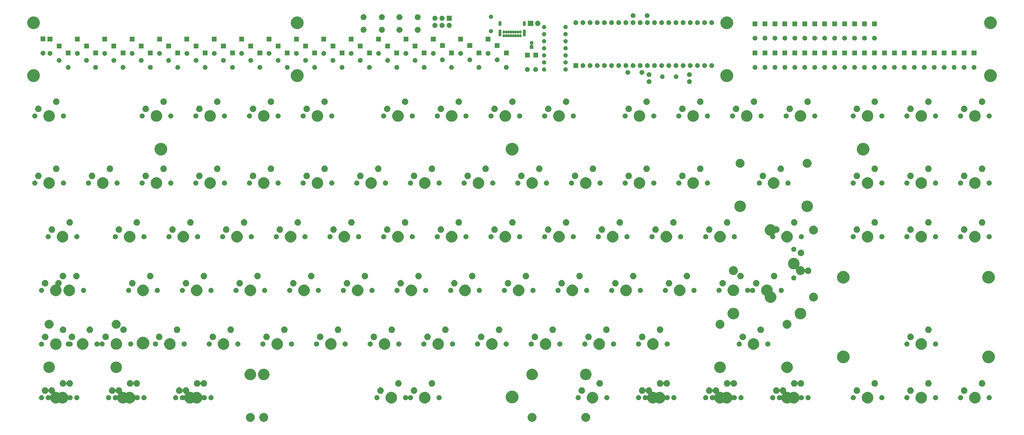
<source format=gbs>
G04 #@! TF.GenerationSoftware,KiCad,Pcbnew,(5.1.4)-1*
G04 #@! TF.CreationDate,2020-04-16T22:04:32+01:00*
G04 #@! TF.ProjectId,mysterium-pcb,6d797374-6572-4697-956d-2d7063622e6b,rev?*
G04 #@! TF.SameCoordinates,Original*
G04 #@! TF.FileFunction,Soldermask,Bot*
G04 #@! TF.FilePolarity,Negative*
%FSLAX46Y46*%
G04 Gerber Fmt 4.6, Leading zero omitted, Abs format (unit mm)*
G04 Created by KiCad (PCBNEW (5.1.4)-1) date 2020-04-16 22:04:32*
%MOMM*%
%LPD*%
G04 APERTURE LIST*
%ADD10C,2.000000*%
G04 APERTURE END LIST*
D10*
G36*
X218417067Y-197857963D02*
G01*
X218569211Y-197888226D01*
X218687937Y-197937404D01*
X218855841Y-198006952D01*
X218855842Y-198006953D01*
X219113804Y-198179317D01*
X219333183Y-198398696D01*
X219448353Y-198571061D01*
X219505548Y-198656659D01*
X219624274Y-198943290D01*
X219684800Y-199247575D01*
X219684800Y-199557825D01*
X219624274Y-199862110D01*
X219505548Y-200148741D01*
X219505547Y-200148742D01*
X219333183Y-200406704D01*
X219113804Y-200626083D01*
X218941439Y-200741253D01*
X218855841Y-200798448D01*
X218687937Y-200867996D01*
X218569211Y-200917174D01*
X218417067Y-200947437D01*
X218264925Y-200977700D01*
X217954675Y-200977700D01*
X217802533Y-200947437D01*
X217650389Y-200917174D01*
X217531663Y-200867996D01*
X217363759Y-200798448D01*
X217278161Y-200741253D01*
X217105796Y-200626083D01*
X216886417Y-200406704D01*
X216714053Y-200148742D01*
X216714052Y-200148741D01*
X216595326Y-199862110D01*
X216534800Y-199557825D01*
X216534800Y-199247575D01*
X216595326Y-198943290D01*
X216714052Y-198656659D01*
X216771247Y-198571061D01*
X216886417Y-198398696D01*
X217105796Y-198179317D01*
X217363758Y-198006953D01*
X217363759Y-198006952D01*
X217531663Y-197937404D01*
X217650389Y-197888226D01*
X217954675Y-197827700D01*
X218264925Y-197827700D01*
X218417067Y-197857963D01*
X218417067Y-197857963D01*
G37*
G36*
X118417267Y-197857963D02*
G01*
X118569411Y-197888226D01*
X118688137Y-197937404D01*
X118856041Y-198006952D01*
X118856042Y-198006953D01*
X119114004Y-198179317D01*
X119333383Y-198398696D01*
X119448553Y-198571061D01*
X119505748Y-198656659D01*
X119624474Y-198943290D01*
X119685000Y-199247575D01*
X119685000Y-199557825D01*
X119624474Y-199862110D01*
X119505748Y-200148741D01*
X119505747Y-200148742D01*
X119333383Y-200406704D01*
X119114004Y-200626083D01*
X118941639Y-200741253D01*
X118856041Y-200798448D01*
X118688137Y-200867996D01*
X118569411Y-200917174D01*
X118417267Y-200947437D01*
X118265125Y-200977700D01*
X117954875Y-200977700D01*
X117802733Y-200947437D01*
X117650589Y-200917174D01*
X117531863Y-200867996D01*
X117363959Y-200798448D01*
X117278361Y-200741253D01*
X117105996Y-200626083D01*
X116886617Y-200406704D01*
X116714253Y-200148742D01*
X116714252Y-200148741D01*
X116595526Y-199862110D01*
X116535000Y-199557825D01*
X116535000Y-199247575D01*
X116595526Y-198943290D01*
X116714252Y-198656659D01*
X116771447Y-198571061D01*
X116886617Y-198398696D01*
X117105996Y-198179317D01*
X117363958Y-198006953D01*
X117363959Y-198006952D01*
X117531863Y-197937404D01*
X117650589Y-197888226D01*
X117954875Y-197827700D01*
X118265125Y-197827700D01*
X118417267Y-197857963D01*
X118417267Y-197857963D01*
G37*
G36*
X237391472Y-197827700D02*
G01*
X237631911Y-197875526D01*
X237662571Y-197888226D01*
X237918541Y-197994252D01*
X237937549Y-198006953D01*
X238176504Y-198166617D01*
X238395883Y-198385996D01*
X238511053Y-198558361D01*
X238568248Y-198643959D01*
X238686974Y-198930590D01*
X238747500Y-199234875D01*
X238747500Y-199545125D01*
X238686974Y-199849410D01*
X238568248Y-200136041D01*
X238568247Y-200136042D01*
X238395883Y-200394004D01*
X238176504Y-200613383D01*
X238004139Y-200728553D01*
X237918541Y-200785748D01*
X237750637Y-200855296D01*
X237631911Y-200904474D01*
X237568063Y-200917174D01*
X237327625Y-200965000D01*
X237017375Y-200965000D01*
X236776937Y-200917174D01*
X236713089Y-200904474D01*
X236594363Y-200855296D01*
X236426459Y-200785748D01*
X236340861Y-200728553D01*
X236168496Y-200613383D01*
X235949117Y-200394004D01*
X235776753Y-200136042D01*
X235776752Y-200136041D01*
X235658026Y-199849410D01*
X235597500Y-199545125D01*
X235597500Y-199234875D01*
X235658026Y-198930590D01*
X235776752Y-198643959D01*
X235833947Y-198558361D01*
X235949117Y-198385996D01*
X236168496Y-198166617D01*
X236407451Y-198006953D01*
X236426459Y-197994252D01*
X236682429Y-197888226D01*
X236713089Y-197875526D01*
X236953528Y-197827700D01*
X237017375Y-197815000D01*
X237327625Y-197815000D01*
X237391472Y-197827700D01*
X237391472Y-197827700D01*
G37*
G36*
X123091472Y-197827700D02*
G01*
X123331911Y-197875526D01*
X123362571Y-197888226D01*
X123618541Y-197994252D01*
X123637549Y-198006953D01*
X123876504Y-198166617D01*
X124095883Y-198385996D01*
X124211053Y-198558361D01*
X124268248Y-198643959D01*
X124386974Y-198930590D01*
X124447500Y-199234875D01*
X124447500Y-199545125D01*
X124386974Y-199849410D01*
X124268248Y-200136041D01*
X124268247Y-200136042D01*
X124095883Y-200394004D01*
X123876504Y-200613383D01*
X123704139Y-200728553D01*
X123618541Y-200785748D01*
X123450637Y-200855296D01*
X123331911Y-200904474D01*
X123268063Y-200917174D01*
X123027625Y-200965000D01*
X122717375Y-200965000D01*
X122476937Y-200917174D01*
X122413089Y-200904474D01*
X122294363Y-200855296D01*
X122126459Y-200785748D01*
X122040861Y-200728553D01*
X121868496Y-200613383D01*
X121649117Y-200394004D01*
X121476753Y-200136042D01*
X121476752Y-200136041D01*
X121358026Y-199849410D01*
X121297500Y-199545125D01*
X121297500Y-199234875D01*
X121358026Y-198930590D01*
X121476752Y-198643959D01*
X121533947Y-198558361D01*
X121649117Y-198385996D01*
X121868496Y-198166617D01*
X122107451Y-198006953D01*
X122126459Y-197994252D01*
X122382429Y-197888226D01*
X122413089Y-197875526D01*
X122653528Y-197827700D01*
X122717375Y-197815000D01*
X123027625Y-197815000D01*
X123091472Y-197827700D01*
X123091472Y-197827700D01*
G37*
G36*
X281212049Y-188736116D02*
G01*
X281323234Y-188758232D01*
X281532703Y-188844997D01*
X281721220Y-188970960D01*
X281881540Y-189131280D01*
X282007503Y-189319797D01*
X282007504Y-189319799D01*
X282062641Y-189452912D01*
X282074192Y-189474523D01*
X282089737Y-189493464D01*
X282108679Y-189509010D01*
X282130290Y-189520561D01*
X282153739Y-189527674D01*
X282178125Y-189530076D01*
X282202511Y-189527674D01*
X282225960Y-189520561D01*
X282247571Y-189509010D01*
X282266512Y-189493465D01*
X282282058Y-189474523D01*
X282293609Y-189452912D01*
X282348746Y-189319799D01*
X282348747Y-189319797D01*
X282474710Y-189131280D01*
X282635030Y-188970960D01*
X282823547Y-188844997D01*
X283033016Y-188758232D01*
X283144201Y-188736116D01*
X283255385Y-188714000D01*
X283482115Y-188714000D01*
X283593299Y-188736116D01*
X283704484Y-188758232D01*
X283913953Y-188844997D01*
X284102470Y-188970960D01*
X284262790Y-189131280D01*
X284388753Y-189319797D01*
X284474859Y-189527674D01*
X284475518Y-189529267D01*
X284519750Y-189751635D01*
X284519750Y-189978365D01*
X284474746Y-190204615D01*
X284472344Y-190229001D01*
X284474746Y-190253387D01*
X284481859Y-190276836D01*
X284493410Y-190298447D01*
X284508955Y-190317389D01*
X284527897Y-190332934D01*
X284549508Y-190344485D01*
X284572957Y-190351598D01*
X284597343Y-190354000D01*
X284999507Y-190354000D01*
X285395754Y-190432818D01*
X285769011Y-190587426D01*
X285769013Y-190587427D01*
X285785914Y-190598720D01*
X285918679Y-190687431D01*
X285940290Y-190698982D01*
X285963739Y-190706095D01*
X285988125Y-190708497D01*
X286012511Y-190706095D01*
X286035960Y-190698982D01*
X286057571Y-190687431D01*
X286190336Y-190598720D01*
X286207237Y-190587427D01*
X286207239Y-190587426D01*
X286580496Y-190432818D01*
X286976743Y-190354000D01*
X287380757Y-190354000D01*
X287777004Y-190432818D01*
X288150261Y-190587426D01*
X288150263Y-190587427D01*
X288486186Y-190811884D01*
X288771866Y-191097564D01*
X288996324Y-191433489D01*
X289094167Y-191669703D01*
X289105718Y-191691314D01*
X289121263Y-191710256D01*
X289140205Y-191725801D01*
X289161816Y-191737352D01*
X289185265Y-191744465D01*
X289209651Y-191746867D01*
X289234037Y-191744465D01*
X289257486Y-191737352D01*
X289279097Y-191725801D01*
X289298028Y-191710265D01*
X289303146Y-191705147D01*
X289450716Y-191606544D01*
X289614688Y-191538624D01*
X289763988Y-191508927D01*
X289788758Y-191504000D01*
X289966242Y-191504000D01*
X289991012Y-191508927D01*
X290140312Y-191538624D01*
X290304284Y-191606544D01*
X290451854Y-191705147D01*
X290577353Y-191830646D01*
X290675956Y-191978216D01*
X290743876Y-192142188D01*
X290778500Y-192316259D01*
X290778500Y-192493741D01*
X290743876Y-192667812D01*
X290675956Y-192831784D01*
X290577353Y-192979354D01*
X290451854Y-193104853D01*
X290304284Y-193203456D01*
X290140312Y-193271376D01*
X289991012Y-193301073D01*
X289966242Y-193306000D01*
X289788758Y-193306000D01*
X289763988Y-193301073D01*
X289614688Y-193271376D01*
X289450716Y-193203456D01*
X289303146Y-193104853D01*
X289298028Y-193099735D01*
X289279097Y-193084199D01*
X289257486Y-193072648D01*
X289234037Y-193065535D01*
X289209651Y-193063133D01*
X289185265Y-193065535D01*
X289161816Y-193072648D01*
X289140205Y-193084199D01*
X289121263Y-193099744D01*
X289105718Y-193118686D01*
X289094167Y-193140297D01*
X288996324Y-193376511D01*
X288996323Y-193376513D01*
X288771866Y-193712436D01*
X288486186Y-193998116D01*
X288150263Y-194222573D01*
X288150262Y-194222574D01*
X288150261Y-194222574D01*
X287777004Y-194377182D01*
X287380757Y-194456000D01*
X286976743Y-194456000D01*
X286580496Y-194377182D01*
X286207239Y-194222574D01*
X286207238Y-194222574D01*
X286207237Y-194222573D01*
X286057570Y-194122568D01*
X286035960Y-194111018D01*
X286012511Y-194103905D01*
X285988125Y-194101503D01*
X285963739Y-194103905D01*
X285940290Y-194111018D01*
X285918680Y-194122568D01*
X285769013Y-194222573D01*
X285769012Y-194222574D01*
X285769011Y-194222574D01*
X285395754Y-194377182D01*
X284999507Y-194456000D01*
X284595493Y-194456000D01*
X284199246Y-194377182D01*
X283825989Y-194222574D01*
X283825988Y-194222574D01*
X283825987Y-194222573D01*
X283490064Y-193998116D01*
X283204384Y-193712436D01*
X282979927Y-193376513D01*
X282979926Y-193376511D01*
X282882083Y-193140297D01*
X282870532Y-193118686D01*
X282854987Y-193099744D01*
X282836045Y-193084199D01*
X282814434Y-193072648D01*
X282790985Y-193065535D01*
X282766599Y-193063133D01*
X282742213Y-193065535D01*
X282718764Y-193072648D01*
X282697153Y-193084199D01*
X282678222Y-193099735D01*
X282673104Y-193104853D01*
X282525534Y-193203456D01*
X282361562Y-193271376D01*
X282212262Y-193301073D01*
X282187492Y-193306000D01*
X282010008Y-193306000D01*
X281985238Y-193301073D01*
X281835938Y-193271376D01*
X281671966Y-193203456D01*
X281524396Y-193104853D01*
X281398897Y-192979354D01*
X281300294Y-192831784D01*
X281232374Y-192667812D01*
X281197750Y-192493741D01*
X281197750Y-192316259D01*
X281232374Y-192142188D01*
X281300294Y-191978216D01*
X281398897Y-191830646D01*
X281524396Y-191705147D01*
X281671966Y-191606544D01*
X281835938Y-191538624D01*
X281985238Y-191508927D01*
X282010008Y-191504000D01*
X282187492Y-191504000D01*
X282212262Y-191508927D01*
X282361562Y-191538624D01*
X282525534Y-191606544D01*
X282673104Y-191705147D01*
X282678222Y-191710265D01*
X282697153Y-191725801D01*
X282718764Y-191737352D01*
X282742213Y-191744465D01*
X282766599Y-191746867D01*
X282790985Y-191744465D01*
X282814434Y-191737352D01*
X282836045Y-191725801D01*
X282854987Y-191710256D01*
X282870532Y-191691314D01*
X282882083Y-191669703D01*
X282979926Y-191433489D01*
X283154540Y-191172161D01*
X283166091Y-191150550D01*
X283173204Y-191127101D01*
X283175606Y-191102715D01*
X283173204Y-191078329D01*
X283166091Y-191054880D01*
X283154540Y-191033269D01*
X283138995Y-191014327D01*
X283120053Y-190998782D01*
X283098442Y-190987231D01*
X283074994Y-190980118D01*
X283033016Y-190971768D01*
X282823549Y-190885004D01*
X282823548Y-190885004D01*
X282823547Y-190885003D01*
X282635030Y-190759040D01*
X282474710Y-190598720D01*
X282348747Y-190410203D01*
X282293609Y-190277087D01*
X282282058Y-190255477D01*
X282266513Y-190236536D01*
X282247571Y-190220990D01*
X282225960Y-190209439D01*
X282202511Y-190202326D01*
X282178125Y-190199924D01*
X282153739Y-190202326D01*
X282130290Y-190209439D01*
X282108679Y-190220990D01*
X282089738Y-190236535D01*
X282074192Y-190255477D01*
X282062641Y-190277087D01*
X282007503Y-190410203D01*
X281881540Y-190598720D01*
X281721220Y-190759040D01*
X281532703Y-190885003D01*
X281323234Y-190971768D01*
X281245496Y-190987231D01*
X281100865Y-191016000D01*
X280874135Y-191016000D01*
X280729504Y-190987231D01*
X280651766Y-190971768D01*
X280442297Y-190885003D01*
X280253780Y-190759040D01*
X280093460Y-190598720D01*
X279967497Y-190410203D01*
X279880732Y-190200734D01*
X279858616Y-190089549D01*
X279836500Y-189978365D01*
X279836500Y-189751635D01*
X279880732Y-189529267D01*
X279881392Y-189527674D01*
X279967497Y-189319797D01*
X280093460Y-189131280D01*
X280253780Y-188970960D01*
X280442297Y-188844997D01*
X280651766Y-188758232D01*
X280762951Y-188736116D01*
X280874135Y-188714000D01*
X281100865Y-188714000D01*
X281212049Y-188736116D01*
X281212049Y-188736116D01*
G37*
G36*
X305024549Y-188736116D02*
G01*
X305135734Y-188758232D01*
X305345203Y-188844997D01*
X305533720Y-188970960D01*
X305694040Y-189131280D01*
X305820003Y-189319797D01*
X305820004Y-189319799D01*
X305875141Y-189452912D01*
X305886692Y-189474523D01*
X305902237Y-189493464D01*
X305921179Y-189509010D01*
X305942790Y-189520561D01*
X305966239Y-189527674D01*
X305990625Y-189530076D01*
X306015011Y-189527674D01*
X306038460Y-189520561D01*
X306060071Y-189509010D01*
X306079012Y-189493465D01*
X306094558Y-189474523D01*
X306106109Y-189452912D01*
X306161246Y-189319799D01*
X306161247Y-189319797D01*
X306287210Y-189131280D01*
X306447530Y-188970960D01*
X306636047Y-188844997D01*
X306845516Y-188758232D01*
X306956701Y-188736116D01*
X307067885Y-188714000D01*
X307294615Y-188714000D01*
X307405799Y-188736116D01*
X307516984Y-188758232D01*
X307726453Y-188844997D01*
X307914970Y-188970960D01*
X308075290Y-189131280D01*
X308201253Y-189319797D01*
X308287359Y-189527674D01*
X308288018Y-189529267D01*
X308332250Y-189751635D01*
X308332250Y-189978365D01*
X308287246Y-190204615D01*
X308284844Y-190229001D01*
X308287246Y-190253387D01*
X308294359Y-190276836D01*
X308305910Y-190298447D01*
X308321455Y-190317389D01*
X308340397Y-190332934D01*
X308362008Y-190344485D01*
X308385457Y-190351598D01*
X308409843Y-190354000D01*
X308812007Y-190354000D01*
X309208254Y-190432818D01*
X309581511Y-190587426D01*
X309581513Y-190587427D01*
X309598414Y-190598720D01*
X309731179Y-190687431D01*
X309752790Y-190698982D01*
X309776239Y-190706095D01*
X309800625Y-190708497D01*
X309825011Y-190706095D01*
X309848460Y-190698982D01*
X309870071Y-190687431D01*
X310002836Y-190598720D01*
X310019737Y-190587427D01*
X310019739Y-190587426D01*
X310392996Y-190432818D01*
X310789243Y-190354000D01*
X311193257Y-190354000D01*
X311589504Y-190432818D01*
X311962761Y-190587426D01*
X311962763Y-190587427D01*
X312298686Y-190811884D01*
X312584366Y-191097564D01*
X312808824Y-191433489D01*
X312906667Y-191669703D01*
X312918218Y-191691314D01*
X312933763Y-191710256D01*
X312952705Y-191725801D01*
X312974316Y-191737352D01*
X312997765Y-191744465D01*
X313022151Y-191746867D01*
X313046537Y-191744465D01*
X313069986Y-191737352D01*
X313091597Y-191725801D01*
X313110528Y-191710265D01*
X313115646Y-191705147D01*
X313263216Y-191606544D01*
X313427188Y-191538624D01*
X313576488Y-191508927D01*
X313601258Y-191504000D01*
X313778742Y-191504000D01*
X313803512Y-191508927D01*
X313952812Y-191538624D01*
X314116784Y-191606544D01*
X314264354Y-191705147D01*
X314389853Y-191830646D01*
X314488456Y-191978216D01*
X314556376Y-192142188D01*
X314591000Y-192316259D01*
X314591000Y-192493741D01*
X314556376Y-192667812D01*
X314488456Y-192831784D01*
X314389853Y-192979354D01*
X314264354Y-193104853D01*
X314116784Y-193203456D01*
X313952812Y-193271376D01*
X313803512Y-193301073D01*
X313778742Y-193306000D01*
X313601258Y-193306000D01*
X313576488Y-193301073D01*
X313427188Y-193271376D01*
X313263216Y-193203456D01*
X313115646Y-193104853D01*
X313110528Y-193099735D01*
X313091597Y-193084199D01*
X313069986Y-193072648D01*
X313046537Y-193065535D01*
X313022151Y-193063133D01*
X312997765Y-193065535D01*
X312974316Y-193072648D01*
X312952705Y-193084199D01*
X312933763Y-193099744D01*
X312918218Y-193118686D01*
X312906667Y-193140297D01*
X312808824Y-193376511D01*
X312808823Y-193376513D01*
X312584366Y-193712436D01*
X312298686Y-193998116D01*
X311962763Y-194222573D01*
X311962762Y-194222574D01*
X311962761Y-194222574D01*
X311589504Y-194377182D01*
X311193257Y-194456000D01*
X310789243Y-194456000D01*
X310392996Y-194377182D01*
X310019739Y-194222574D01*
X310019738Y-194222574D01*
X310019737Y-194222573D01*
X309870070Y-194122568D01*
X309848460Y-194111018D01*
X309825011Y-194103905D01*
X309800625Y-194101503D01*
X309776239Y-194103905D01*
X309752790Y-194111018D01*
X309731180Y-194122568D01*
X309581513Y-194222573D01*
X309581512Y-194222574D01*
X309581511Y-194222574D01*
X309208254Y-194377182D01*
X308812007Y-194456000D01*
X308407993Y-194456000D01*
X308011746Y-194377182D01*
X307638489Y-194222574D01*
X307638488Y-194222574D01*
X307638487Y-194222573D01*
X307302564Y-193998116D01*
X307016884Y-193712436D01*
X306792427Y-193376513D01*
X306792426Y-193376511D01*
X306694583Y-193140297D01*
X306683032Y-193118686D01*
X306667487Y-193099744D01*
X306648545Y-193084199D01*
X306626934Y-193072648D01*
X306603485Y-193065535D01*
X306579099Y-193063133D01*
X306554713Y-193065535D01*
X306531264Y-193072648D01*
X306509653Y-193084199D01*
X306490722Y-193099735D01*
X306485604Y-193104853D01*
X306338034Y-193203456D01*
X306174062Y-193271376D01*
X306024762Y-193301073D01*
X305999992Y-193306000D01*
X305822508Y-193306000D01*
X305797738Y-193301073D01*
X305648438Y-193271376D01*
X305484466Y-193203456D01*
X305336896Y-193104853D01*
X305211397Y-192979354D01*
X305112794Y-192831784D01*
X305044874Y-192667812D01*
X305010250Y-192493741D01*
X305010250Y-192316259D01*
X305044874Y-192142188D01*
X305112794Y-191978216D01*
X305211397Y-191830646D01*
X305336896Y-191705147D01*
X305484466Y-191606544D01*
X305648438Y-191538624D01*
X305797738Y-191508927D01*
X305822508Y-191504000D01*
X305999992Y-191504000D01*
X306024762Y-191508927D01*
X306174062Y-191538624D01*
X306338034Y-191606544D01*
X306485604Y-191705147D01*
X306490722Y-191710265D01*
X306509653Y-191725801D01*
X306531264Y-191737352D01*
X306554713Y-191744465D01*
X306579099Y-191746867D01*
X306603485Y-191744465D01*
X306626934Y-191737352D01*
X306648545Y-191725801D01*
X306667487Y-191710256D01*
X306683032Y-191691314D01*
X306694583Y-191669703D01*
X306792426Y-191433489D01*
X306967040Y-191172161D01*
X306978591Y-191150550D01*
X306985704Y-191127101D01*
X306988106Y-191102715D01*
X306985704Y-191078329D01*
X306978591Y-191054880D01*
X306967040Y-191033269D01*
X306951495Y-191014327D01*
X306932553Y-190998782D01*
X306910942Y-190987231D01*
X306887494Y-190980118D01*
X306845516Y-190971768D01*
X306636049Y-190885004D01*
X306636048Y-190885004D01*
X306636047Y-190885003D01*
X306447530Y-190759040D01*
X306287210Y-190598720D01*
X306161247Y-190410203D01*
X306106109Y-190277087D01*
X306094558Y-190255477D01*
X306079013Y-190236536D01*
X306060071Y-190220990D01*
X306038460Y-190209439D01*
X306015011Y-190202326D01*
X305990625Y-190199924D01*
X305966239Y-190202326D01*
X305942790Y-190209439D01*
X305921179Y-190220990D01*
X305902238Y-190236535D01*
X305886692Y-190255477D01*
X305875141Y-190277087D01*
X305820003Y-190410203D01*
X305694040Y-190598720D01*
X305533720Y-190759040D01*
X305345203Y-190885003D01*
X305135734Y-190971768D01*
X305057996Y-190987231D01*
X304913365Y-191016000D01*
X304686635Y-191016000D01*
X304542004Y-190987231D01*
X304464266Y-190971768D01*
X304254797Y-190885003D01*
X304066280Y-190759040D01*
X303905960Y-190598720D01*
X303779997Y-190410203D01*
X303693232Y-190200734D01*
X303671116Y-190089549D01*
X303649000Y-189978365D01*
X303649000Y-189751635D01*
X303693232Y-189529267D01*
X303693892Y-189527674D01*
X303779997Y-189319797D01*
X303905960Y-189131280D01*
X304066280Y-188970960D01*
X304254797Y-188844997D01*
X304464266Y-188758232D01*
X304575451Y-188736116D01*
X304686635Y-188714000D01*
X304913365Y-188714000D01*
X305024549Y-188736116D01*
X305024549Y-188736116D01*
G37*
G36*
X337783254Y-190432818D02*
G01*
X338156511Y-190587426D01*
X338156513Y-190587427D01*
X338492436Y-190811884D01*
X338778116Y-191097564D01*
X339002574Y-191433489D01*
X339157182Y-191806746D01*
X339236000Y-192202993D01*
X339236000Y-192607007D01*
X339157182Y-193003254D01*
X339002574Y-193376511D01*
X339002573Y-193376513D01*
X338778116Y-193712436D01*
X338492436Y-193998116D01*
X338156513Y-194222573D01*
X338156512Y-194222574D01*
X338156511Y-194222574D01*
X337783254Y-194377182D01*
X337387007Y-194456000D01*
X336982993Y-194456000D01*
X336586746Y-194377182D01*
X336213489Y-194222574D01*
X336213488Y-194222574D01*
X336213487Y-194222573D01*
X335877564Y-193998116D01*
X335591884Y-193712436D01*
X335367427Y-193376513D01*
X335367426Y-193376511D01*
X335212818Y-193003254D01*
X335134000Y-192607007D01*
X335134000Y-192202993D01*
X335212818Y-191806746D01*
X335367426Y-191433489D01*
X335591884Y-191097564D01*
X335877564Y-190811884D01*
X336213487Y-190587427D01*
X336213489Y-190587426D01*
X336586746Y-190432818D01*
X336982993Y-190354000D01*
X337387007Y-190354000D01*
X337783254Y-190432818D01*
X337783254Y-190432818D01*
G37*
G36*
X356833254Y-190432818D02*
G01*
X357206511Y-190587426D01*
X357206513Y-190587427D01*
X357542436Y-190811884D01*
X357828116Y-191097564D01*
X358052574Y-191433489D01*
X358207182Y-191806746D01*
X358286000Y-192202993D01*
X358286000Y-192607007D01*
X358207182Y-193003254D01*
X358052574Y-193376511D01*
X358052573Y-193376513D01*
X357828116Y-193712436D01*
X357542436Y-193998116D01*
X357206513Y-194222573D01*
X357206512Y-194222574D01*
X357206511Y-194222574D01*
X356833254Y-194377182D01*
X356437007Y-194456000D01*
X356032993Y-194456000D01*
X355636746Y-194377182D01*
X355263489Y-194222574D01*
X355263488Y-194222574D01*
X355263487Y-194222573D01*
X354927564Y-193998116D01*
X354641884Y-193712436D01*
X354417427Y-193376513D01*
X354417426Y-193376511D01*
X354262818Y-193003254D01*
X354184000Y-192607007D01*
X354184000Y-192202993D01*
X354262818Y-191806746D01*
X354417426Y-191433489D01*
X354641884Y-191097564D01*
X354927564Y-190811884D01*
X355263487Y-190587427D01*
X355263489Y-190587426D01*
X355636746Y-190432818D01*
X356032993Y-190354000D01*
X356437007Y-190354000D01*
X356833254Y-190432818D01*
X356833254Y-190432818D01*
G37*
G36*
X375883254Y-190432818D02*
G01*
X376256511Y-190587426D01*
X376256513Y-190587427D01*
X376592436Y-190811884D01*
X376878116Y-191097564D01*
X377102574Y-191433489D01*
X377257182Y-191806746D01*
X377336000Y-192202993D01*
X377336000Y-192607007D01*
X377257182Y-193003254D01*
X377102574Y-193376511D01*
X377102573Y-193376513D01*
X376878116Y-193712436D01*
X376592436Y-193998116D01*
X376256513Y-194222573D01*
X376256512Y-194222574D01*
X376256511Y-194222574D01*
X375883254Y-194377182D01*
X375487007Y-194456000D01*
X375082993Y-194456000D01*
X374686746Y-194377182D01*
X374313489Y-194222574D01*
X374313488Y-194222574D01*
X374313487Y-194222573D01*
X373977564Y-193998116D01*
X373691884Y-193712436D01*
X373467427Y-193376513D01*
X373467426Y-193376511D01*
X373312818Y-193003254D01*
X373234000Y-192607007D01*
X373234000Y-192202993D01*
X373312818Y-191806746D01*
X373467426Y-191433489D01*
X373691884Y-191097564D01*
X373977564Y-190811884D01*
X374313487Y-190587427D01*
X374313489Y-190587426D01*
X374686746Y-190432818D01*
X375082993Y-190354000D01*
X375487007Y-190354000D01*
X375883254Y-190432818D01*
X375883254Y-190432818D01*
G37*
G36*
X180620754Y-190432818D02*
G01*
X180994011Y-190587426D01*
X180994013Y-190587427D01*
X181329936Y-190811884D01*
X181615616Y-191097564D01*
X181840074Y-191433489D01*
X181994682Y-191806746D01*
X182073500Y-192202993D01*
X182073500Y-192607007D01*
X181994682Y-193003254D01*
X181840074Y-193376511D01*
X181840073Y-193376513D01*
X181615616Y-193712436D01*
X181329936Y-193998116D01*
X180994013Y-194222573D01*
X180994012Y-194222574D01*
X180994011Y-194222574D01*
X180620754Y-194377182D01*
X180224507Y-194456000D01*
X179820493Y-194456000D01*
X179424246Y-194377182D01*
X179050989Y-194222574D01*
X179050988Y-194222574D01*
X179050987Y-194222573D01*
X178715064Y-193998116D01*
X178429384Y-193712436D01*
X178204927Y-193376513D01*
X178204926Y-193376511D01*
X178050318Y-193003254D01*
X177971500Y-192607007D01*
X177971500Y-192202993D01*
X178050318Y-191806746D01*
X178204926Y-191433489D01*
X178429384Y-191097564D01*
X178715064Y-190811884D01*
X179050987Y-190587427D01*
X179050989Y-190587426D01*
X179424246Y-190432818D01*
X179820493Y-190354000D01*
X180224507Y-190354000D01*
X180620754Y-190432818D01*
X180620754Y-190432818D01*
G37*
G36*
X240152004Y-190432818D02*
G01*
X240525261Y-190587426D01*
X240525263Y-190587427D01*
X240861186Y-190811884D01*
X241146866Y-191097564D01*
X241371324Y-191433489D01*
X241525932Y-191806746D01*
X241604750Y-192202993D01*
X241604750Y-192607007D01*
X241525932Y-193003254D01*
X241371324Y-193376511D01*
X241371323Y-193376513D01*
X241146866Y-193712436D01*
X240861186Y-193998116D01*
X240525263Y-194222573D01*
X240525262Y-194222574D01*
X240525261Y-194222574D01*
X240152004Y-194377182D01*
X239755757Y-194456000D01*
X239351743Y-194456000D01*
X238955496Y-194377182D01*
X238582239Y-194222574D01*
X238582238Y-194222574D01*
X238582237Y-194222573D01*
X238246314Y-193998116D01*
X237960634Y-193712436D01*
X237736177Y-193376513D01*
X237736176Y-193376511D01*
X237581568Y-193003254D01*
X237502750Y-192607007D01*
X237502750Y-192202993D01*
X237581568Y-191806746D01*
X237736176Y-191433489D01*
X237960634Y-191097564D01*
X238246314Y-190811884D01*
X238582237Y-190587427D01*
X238582239Y-190587426D01*
X238955496Y-190432818D01*
X239351743Y-190354000D01*
X239755757Y-190354000D01*
X240152004Y-190432818D01*
X240152004Y-190432818D01*
G37*
G36*
X168714504Y-190432818D02*
G01*
X169087761Y-190587426D01*
X169087763Y-190587427D01*
X169423686Y-190811884D01*
X169709366Y-191097564D01*
X169933824Y-191433489D01*
X170088432Y-191806746D01*
X170167250Y-192202993D01*
X170167250Y-192607007D01*
X170088432Y-193003254D01*
X169933824Y-193376511D01*
X169933823Y-193376513D01*
X169709366Y-193712436D01*
X169423686Y-193998116D01*
X169087763Y-194222573D01*
X169087762Y-194222574D01*
X169087761Y-194222574D01*
X168714504Y-194377182D01*
X168318257Y-194456000D01*
X167914243Y-194456000D01*
X167517996Y-194377182D01*
X167144739Y-194222574D01*
X167144738Y-194222574D01*
X167144737Y-194222573D01*
X166808814Y-193998116D01*
X166523134Y-193712436D01*
X166298677Y-193376513D01*
X166298676Y-193376511D01*
X166144068Y-193003254D01*
X166065250Y-192607007D01*
X166065250Y-192202993D01*
X166144068Y-191806746D01*
X166298676Y-191433489D01*
X166523134Y-191097564D01*
X166808814Y-190811884D01*
X167144737Y-190587427D01*
X167144739Y-190587426D01*
X167517996Y-190432818D01*
X167914243Y-190354000D01*
X168318257Y-190354000D01*
X168714504Y-190432818D01*
X168714504Y-190432818D01*
G37*
G36*
X93093299Y-188736116D02*
G01*
X93204484Y-188758232D01*
X93413953Y-188844997D01*
X93602470Y-188970960D01*
X93762790Y-189131280D01*
X93888753Y-189319797D01*
X93888754Y-189319799D01*
X93943891Y-189452912D01*
X93955442Y-189474523D01*
X93970987Y-189493464D01*
X93989929Y-189509010D01*
X94011540Y-189520561D01*
X94034989Y-189527674D01*
X94059375Y-189530076D01*
X94083761Y-189527674D01*
X94107210Y-189520561D01*
X94128821Y-189509010D01*
X94147762Y-189493465D01*
X94163308Y-189474523D01*
X94174859Y-189452912D01*
X94229996Y-189319799D01*
X94229997Y-189319797D01*
X94355960Y-189131280D01*
X94516280Y-188970960D01*
X94704797Y-188844997D01*
X94914266Y-188758232D01*
X95025451Y-188736116D01*
X95136635Y-188714000D01*
X95363365Y-188714000D01*
X95474549Y-188736116D01*
X95585734Y-188758232D01*
X95795203Y-188844997D01*
X95983720Y-188970960D01*
X96144040Y-189131280D01*
X96270003Y-189319797D01*
X96356109Y-189527674D01*
X96356768Y-189529267D01*
X96401000Y-189751635D01*
X96401000Y-189978365D01*
X96355996Y-190204615D01*
X96353594Y-190229001D01*
X96355996Y-190253387D01*
X96363109Y-190276836D01*
X96374660Y-190298447D01*
X96390205Y-190317389D01*
X96409147Y-190332934D01*
X96430758Y-190344485D01*
X96454207Y-190351598D01*
X96478593Y-190354000D01*
X96880757Y-190354000D01*
X97277004Y-190432818D01*
X97650261Y-190587426D01*
X97650263Y-190587427D01*
X97667164Y-190598720D01*
X97799929Y-190687431D01*
X97821540Y-190698982D01*
X97844989Y-190706095D01*
X97869375Y-190708497D01*
X97893761Y-190706095D01*
X97917210Y-190698982D01*
X97938821Y-190687431D01*
X98071586Y-190598720D01*
X98088487Y-190587427D01*
X98088489Y-190587426D01*
X98461746Y-190432818D01*
X98857993Y-190354000D01*
X99262007Y-190354000D01*
X99658254Y-190432818D01*
X100031511Y-190587426D01*
X100031513Y-190587427D01*
X100367436Y-190811884D01*
X100653116Y-191097564D01*
X100877574Y-191433489D01*
X100975417Y-191669703D01*
X100986968Y-191691314D01*
X101002513Y-191710256D01*
X101021455Y-191725801D01*
X101043066Y-191737352D01*
X101066515Y-191744465D01*
X101090901Y-191746867D01*
X101115287Y-191744465D01*
X101138736Y-191737352D01*
X101160347Y-191725801D01*
X101179278Y-191710265D01*
X101184396Y-191705147D01*
X101331966Y-191606544D01*
X101495938Y-191538624D01*
X101645238Y-191508927D01*
X101670008Y-191504000D01*
X101847492Y-191504000D01*
X101872262Y-191508927D01*
X102021562Y-191538624D01*
X102185534Y-191606544D01*
X102333104Y-191705147D01*
X102458603Y-191830646D01*
X102557206Y-191978216D01*
X102625126Y-192142188D01*
X102659750Y-192316259D01*
X102659750Y-192493741D01*
X102625126Y-192667812D01*
X102557206Y-192831784D01*
X102458603Y-192979354D01*
X102333104Y-193104853D01*
X102185534Y-193203456D01*
X102021562Y-193271376D01*
X101872262Y-193301073D01*
X101847492Y-193306000D01*
X101670008Y-193306000D01*
X101645238Y-193301073D01*
X101495938Y-193271376D01*
X101331966Y-193203456D01*
X101184396Y-193104853D01*
X101179278Y-193099735D01*
X101160347Y-193084199D01*
X101138736Y-193072648D01*
X101115287Y-193065535D01*
X101090901Y-193063133D01*
X101066515Y-193065535D01*
X101043066Y-193072648D01*
X101021455Y-193084199D01*
X101002513Y-193099744D01*
X100986968Y-193118686D01*
X100975417Y-193140297D01*
X100877574Y-193376511D01*
X100877573Y-193376513D01*
X100653116Y-193712436D01*
X100367436Y-193998116D01*
X100031513Y-194222573D01*
X100031512Y-194222574D01*
X100031511Y-194222574D01*
X99658254Y-194377182D01*
X99262007Y-194456000D01*
X98857993Y-194456000D01*
X98461746Y-194377182D01*
X98088489Y-194222574D01*
X98088488Y-194222574D01*
X98088487Y-194222573D01*
X97938820Y-194122568D01*
X97917210Y-194111018D01*
X97893761Y-194103905D01*
X97869375Y-194101503D01*
X97844989Y-194103905D01*
X97821540Y-194111018D01*
X97799930Y-194122568D01*
X97650263Y-194222573D01*
X97650262Y-194222574D01*
X97650261Y-194222574D01*
X97277004Y-194377182D01*
X96880757Y-194456000D01*
X96476743Y-194456000D01*
X96080496Y-194377182D01*
X95707239Y-194222574D01*
X95707238Y-194222574D01*
X95707237Y-194222573D01*
X95371314Y-193998116D01*
X95085634Y-193712436D01*
X94861177Y-193376513D01*
X94861176Y-193376511D01*
X94763333Y-193140297D01*
X94751782Y-193118686D01*
X94736237Y-193099744D01*
X94717295Y-193084199D01*
X94695684Y-193072648D01*
X94672235Y-193065535D01*
X94647849Y-193063133D01*
X94623463Y-193065535D01*
X94600014Y-193072648D01*
X94578403Y-193084199D01*
X94559472Y-193099735D01*
X94554354Y-193104853D01*
X94406784Y-193203456D01*
X94242812Y-193271376D01*
X94093512Y-193301073D01*
X94068742Y-193306000D01*
X93891258Y-193306000D01*
X93866488Y-193301073D01*
X93717188Y-193271376D01*
X93553216Y-193203456D01*
X93405646Y-193104853D01*
X93280147Y-192979354D01*
X93181544Y-192831784D01*
X93113624Y-192667812D01*
X93079000Y-192493741D01*
X93079000Y-192316259D01*
X93113624Y-192142188D01*
X93181544Y-191978216D01*
X93280147Y-191830646D01*
X93405646Y-191705147D01*
X93553216Y-191606544D01*
X93717188Y-191538624D01*
X93866488Y-191508927D01*
X93891258Y-191504000D01*
X94068742Y-191504000D01*
X94093512Y-191508927D01*
X94242812Y-191538624D01*
X94406784Y-191606544D01*
X94554354Y-191705147D01*
X94559472Y-191710265D01*
X94578403Y-191725801D01*
X94600014Y-191737352D01*
X94623463Y-191744465D01*
X94647849Y-191746867D01*
X94672235Y-191744465D01*
X94695684Y-191737352D01*
X94717295Y-191725801D01*
X94736237Y-191710256D01*
X94751782Y-191691314D01*
X94763333Y-191669703D01*
X94861176Y-191433489D01*
X95035790Y-191172161D01*
X95047341Y-191150550D01*
X95054454Y-191127101D01*
X95056856Y-191102715D01*
X95054454Y-191078329D01*
X95047341Y-191054880D01*
X95035790Y-191033269D01*
X95020245Y-191014327D01*
X95001303Y-190998782D01*
X94979692Y-190987231D01*
X94956244Y-190980118D01*
X94914266Y-190971768D01*
X94704799Y-190885004D01*
X94704798Y-190885004D01*
X94704797Y-190885003D01*
X94516280Y-190759040D01*
X94355960Y-190598720D01*
X94229997Y-190410203D01*
X94174859Y-190277087D01*
X94163308Y-190255477D01*
X94147763Y-190236536D01*
X94128821Y-190220990D01*
X94107210Y-190209439D01*
X94083761Y-190202326D01*
X94059375Y-190199924D01*
X94034989Y-190202326D01*
X94011540Y-190209439D01*
X93989929Y-190220990D01*
X93970988Y-190236535D01*
X93955442Y-190255477D01*
X93943891Y-190277087D01*
X93888753Y-190410203D01*
X93762790Y-190598720D01*
X93602470Y-190759040D01*
X93413953Y-190885003D01*
X93204484Y-190971768D01*
X93126746Y-190987231D01*
X92982115Y-191016000D01*
X92755385Y-191016000D01*
X92610754Y-190987231D01*
X92533016Y-190971768D01*
X92323547Y-190885003D01*
X92135030Y-190759040D01*
X91974710Y-190598720D01*
X91848747Y-190410203D01*
X91761982Y-190200734D01*
X91739866Y-190089549D01*
X91717750Y-189978365D01*
X91717750Y-189751635D01*
X91761982Y-189529267D01*
X91762642Y-189527674D01*
X91848747Y-189319797D01*
X91974710Y-189131280D01*
X92135030Y-188970960D01*
X92323547Y-188844997D01*
X92533016Y-188758232D01*
X92644201Y-188736116D01*
X92755385Y-188714000D01*
X92982115Y-188714000D01*
X93093299Y-188736116D01*
X93093299Y-188736116D01*
G37*
G36*
X45468299Y-188736116D02*
G01*
X45579484Y-188758232D01*
X45788953Y-188844997D01*
X45977470Y-188970960D01*
X46137790Y-189131280D01*
X46263753Y-189319797D01*
X46263754Y-189319799D01*
X46318891Y-189452912D01*
X46330442Y-189474523D01*
X46345987Y-189493464D01*
X46364929Y-189509010D01*
X46386540Y-189520561D01*
X46409989Y-189527674D01*
X46434375Y-189530076D01*
X46458761Y-189527674D01*
X46482210Y-189520561D01*
X46503821Y-189509010D01*
X46522762Y-189493465D01*
X46538308Y-189474523D01*
X46549859Y-189452912D01*
X46604996Y-189319799D01*
X46604997Y-189319797D01*
X46730960Y-189131280D01*
X46891280Y-188970960D01*
X47079797Y-188844997D01*
X47289266Y-188758232D01*
X47400451Y-188736116D01*
X47511635Y-188714000D01*
X47738365Y-188714000D01*
X47849549Y-188736116D01*
X47960734Y-188758232D01*
X48170203Y-188844997D01*
X48358720Y-188970960D01*
X48519040Y-189131280D01*
X48645003Y-189319797D01*
X48731109Y-189527674D01*
X48731768Y-189529267D01*
X48776000Y-189751635D01*
X48776000Y-189978365D01*
X48730996Y-190204615D01*
X48728594Y-190229001D01*
X48730996Y-190253387D01*
X48738109Y-190276836D01*
X48749660Y-190298447D01*
X48765205Y-190317389D01*
X48784147Y-190332934D01*
X48805758Y-190344485D01*
X48829207Y-190351598D01*
X48853593Y-190354000D01*
X49255757Y-190354000D01*
X49652004Y-190432818D01*
X50025261Y-190587426D01*
X50025263Y-190587427D01*
X50042164Y-190598720D01*
X50174929Y-190687431D01*
X50196540Y-190698982D01*
X50219989Y-190706095D01*
X50244375Y-190708497D01*
X50268761Y-190706095D01*
X50292210Y-190698982D01*
X50313821Y-190687431D01*
X50446586Y-190598720D01*
X50463487Y-190587427D01*
X50463489Y-190587426D01*
X50836746Y-190432818D01*
X51232993Y-190354000D01*
X51637007Y-190354000D01*
X52033254Y-190432818D01*
X52406511Y-190587426D01*
X52406513Y-190587427D01*
X52742436Y-190811884D01*
X53028116Y-191097564D01*
X53252574Y-191433489D01*
X53350417Y-191669703D01*
X53361968Y-191691314D01*
X53377513Y-191710256D01*
X53396455Y-191725801D01*
X53418066Y-191737352D01*
X53441515Y-191744465D01*
X53465901Y-191746867D01*
X53490287Y-191744465D01*
X53513736Y-191737352D01*
X53535347Y-191725801D01*
X53554278Y-191710265D01*
X53559396Y-191705147D01*
X53706966Y-191606544D01*
X53870938Y-191538624D01*
X54020238Y-191508927D01*
X54045008Y-191504000D01*
X54222492Y-191504000D01*
X54247262Y-191508927D01*
X54396562Y-191538624D01*
X54560534Y-191606544D01*
X54708104Y-191705147D01*
X54833603Y-191830646D01*
X54932206Y-191978216D01*
X55000126Y-192142188D01*
X55034750Y-192316259D01*
X55034750Y-192493741D01*
X55000126Y-192667812D01*
X54932206Y-192831784D01*
X54833603Y-192979354D01*
X54708104Y-193104853D01*
X54560534Y-193203456D01*
X54396562Y-193271376D01*
X54247262Y-193301073D01*
X54222492Y-193306000D01*
X54045008Y-193306000D01*
X54020238Y-193301073D01*
X53870938Y-193271376D01*
X53706966Y-193203456D01*
X53559396Y-193104853D01*
X53554278Y-193099735D01*
X53535347Y-193084199D01*
X53513736Y-193072648D01*
X53490287Y-193065535D01*
X53465901Y-193063133D01*
X53441515Y-193065535D01*
X53418066Y-193072648D01*
X53396455Y-193084199D01*
X53377513Y-193099744D01*
X53361968Y-193118686D01*
X53350417Y-193140297D01*
X53252574Y-193376511D01*
X53252573Y-193376513D01*
X53028116Y-193712436D01*
X52742436Y-193998116D01*
X52406513Y-194222573D01*
X52406512Y-194222574D01*
X52406511Y-194222574D01*
X52033254Y-194377182D01*
X51637007Y-194456000D01*
X51232993Y-194456000D01*
X50836746Y-194377182D01*
X50463489Y-194222574D01*
X50463488Y-194222574D01*
X50463487Y-194222573D01*
X50313820Y-194122568D01*
X50292210Y-194111018D01*
X50268761Y-194103905D01*
X50244375Y-194101503D01*
X50219989Y-194103905D01*
X50196540Y-194111018D01*
X50174930Y-194122568D01*
X50025263Y-194222573D01*
X50025262Y-194222574D01*
X50025261Y-194222574D01*
X49652004Y-194377182D01*
X49255757Y-194456000D01*
X48851743Y-194456000D01*
X48455496Y-194377182D01*
X48082239Y-194222574D01*
X48082238Y-194222574D01*
X48082237Y-194222573D01*
X47746314Y-193998116D01*
X47460634Y-193712436D01*
X47236177Y-193376513D01*
X47236176Y-193376511D01*
X47138333Y-193140297D01*
X47126782Y-193118686D01*
X47111237Y-193099744D01*
X47092295Y-193084199D01*
X47070684Y-193072648D01*
X47047235Y-193065535D01*
X47022849Y-193063133D01*
X46998463Y-193065535D01*
X46975014Y-193072648D01*
X46953403Y-193084199D01*
X46934472Y-193099735D01*
X46929354Y-193104853D01*
X46781784Y-193203456D01*
X46617812Y-193271376D01*
X46468512Y-193301073D01*
X46443742Y-193306000D01*
X46266258Y-193306000D01*
X46241488Y-193301073D01*
X46092188Y-193271376D01*
X45928216Y-193203456D01*
X45780646Y-193104853D01*
X45655147Y-192979354D01*
X45556544Y-192831784D01*
X45488624Y-192667812D01*
X45454000Y-192493741D01*
X45454000Y-192316259D01*
X45488624Y-192142188D01*
X45556544Y-191978216D01*
X45655147Y-191830646D01*
X45780646Y-191705147D01*
X45928216Y-191606544D01*
X46092188Y-191538624D01*
X46241488Y-191508927D01*
X46266258Y-191504000D01*
X46443742Y-191504000D01*
X46468512Y-191508927D01*
X46617812Y-191538624D01*
X46781784Y-191606544D01*
X46929354Y-191705147D01*
X46934472Y-191710265D01*
X46953403Y-191725801D01*
X46975014Y-191737352D01*
X46998463Y-191744465D01*
X47022849Y-191746867D01*
X47047235Y-191744465D01*
X47070684Y-191737352D01*
X47092295Y-191725801D01*
X47111237Y-191710256D01*
X47126782Y-191691314D01*
X47138333Y-191669703D01*
X47236176Y-191433489D01*
X47410790Y-191172161D01*
X47422341Y-191150550D01*
X47429454Y-191127101D01*
X47431856Y-191102715D01*
X47429454Y-191078329D01*
X47422341Y-191054880D01*
X47410790Y-191033269D01*
X47395245Y-191014327D01*
X47376303Y-190998782D01*
X47354692Y-190987231D01*
X47331244Y-190980118D01*
X47289266Y-190971768D01*
X47079799Y-190885004D01*
X47079798Y-190885004D01*
X47079797Y-190885003D01*
X46891280Y-190759040D01*
X46730960Y-190598720D01*
X46604997Y-190410203D01*
X46549859Y-190277087D01*
X46538308Y-190255477D01*
X46522763Y-190236536D01*
X46503821Y-190220990D01*
X46482210Y-190209439D01*
X46458761Y-190202326D01*
X46434375Y-190199924D01*
X46409989Y-190202326D01*
X46386540Y-190209439D01*
X46364929Y-190220990D01*
X46345988Y-190236535D01*
X46330442Y-190255477D01*
X46318891Y-190277087D01*
X46263753Y-190410203D01*
X46137790Y-190598720D01*
X45977470Y-190759040D01*
X45788953Y-190885003D01*
X45579484Y-190971768D01*
X45501746Y-190987231D01*
X45357115Y-191016000D01*
X45130385Y-191016000D01*
X44985754Y-190987231D01*
X44908016Y-190971768D01*
X44698547Y-190885003D01*
X44510030Y-190759040D01*
X44349710Y-190598720D01*
X44223747Y-190410203D01*
X44136982Y-190200734D01*
X44114866Y-190089549D01*
X44092750Y-189978365D01*
X44092750Y-189751635D01*
X44136982Y-189529267D01*
X44137642Y-189527674D01*
X44223747Y-189319797D01*
X44349710Y-189131280D01*
X44510030Y-188970960D01*
X44698547Y-188844997D01*
X44908016Y-188758232D01*
X45019201Y-188736116D01*
X45130385Y-188714000D01*
X45357115Y-188714000D01*
X45468299Y-188736116D01*
X45468299Y-188736116D01*
G37*
G36*
X69280799Y-188736116D02*
G01*
X69391984Y-188758232D01*
X69601453Y-188844997D01*
X69789970Y-188970960D01*
X69950290Y-189131280D01*
X70076253Y-189319797D01*
X70076254Y-189319799D01*
X70131391Y-189452912D01*
X70142942Y-189474523D01*
X70158487Y-189493464D01*
X70177429Y-189509010D01*
X70199040Y-189520561D01*
X70222489Y-189527674D01*
X70246875Y-189530076D01*
X70271261Y-189527674D01*
X70294710Y-189520561D01*
X70316321Y-189509010D01*
X70335262Y-189493465D01*
X70350808Y-189474523D01*
X70362359Y-189452912D01*
X70417496Y-189319799D01*
X70417497Y-189319797D01*
X70543460Y-189131280D01*
X70703780Y-188970960D01*
X70892297Y-188844997D01*
X71101766Y-188758232D01*
X71212951Y-188736116D01*
X71324135Y-188714000D01*
X71550865Y-188714000D01*
X71662049Y-188736116D01*
X71773234Y-188758232D01*
X71982703Y-188844997D01*
X72171220Y-188970960D01*
X72331540Y-189131280D01*
X72457503Y-189319797D01*
X72543609Y-189527674D01*
X72544268Y-189529267D01*
X72588500Y-189751635D01*
X72588500Y-189978365D01*
X72543496Y-190204615D01*
X72541094Y-190229001D01*
X72543496Y-190253387D01*
X72550609Y-190276836D01*
X72562160Y-190298447D01*
X72577705Y-190317389D01*
X72596647Y-190332934D01*
X72618258Y-190344485D01*
X72641707Y-190351598D01*
X72666093Y-190354000D01*
X73068257Y-190354000D01*
X73464504Y-190432818D01*
X73837761Y-190587426D01*
X73837763Y-190587427D01*
X73854664Y-190598720D01*
X73987429Y-190687431D01*
X74009040Y-190698982D01*
X74032489Y-190706095D01*
X74056875Y-190708497D01*
X74081261Y-190706095D01*
X74104710Y-190698982D01*
X74126321Y-190687431D01*
X74259086Y-190598720D01*
X74275987Y-190587427D01*
X74275989Y-190587426D01*
X74649246Y-190432818D01*
X75045493Y-190354000D01*
X75449507Y-190354000D01*
X75845754Y-190432818D01*
X76219011Y-190587426D01*
X76219013Y-190587427D01*
X76554936Y-190811884D01*
X76840616Y-191097564D01*
X77065074Y-191433489D01*
X77162917Y-191669703D01*
X77174468Y-191691314D01*
X77190013Y-191710256D01*
X77208955Y-191725801D01*
X77230566Y-191737352D01*
X77254015Y-191744465D01*
X77278401Y-191746867D01*
X77302787Y-191744465D01*
X77326236Y-191737352D01*
X77347847Y-191725801D01*
X77366778Y-191710265D01*
X77371896Y-191705147D01*
X77519466Y-191606544D01*
X77683438Y-191538624D01*
X77832738Y-191508927D01*
X77857508Y-191504000D01*
X78034992Y-191504000D01*
X78059762Y-191508927D01*
X78209062Y-191538624D01*
X78373034Y-191606544D01*
X78520604Y-191705147D01*
X78646103Y-191830646D01*
X78744706Y-191978216D01*
X78812626Y-192142188D01*
X78847250Y-192316259D01*
X78847250Y-192493741D01*
X78812626Y-192667812D01*
X78744706Y-192831784D01*
X78646103Y-192979354D01*
X78520604Y-193104853D01*
X78373034Y-193203456D01*
X78209062Y-193271376D01*
X78059762Y-193301073D01*
X78034992Y-193306000D01*
X77857508Y-193306000D01*
X77832738Y-193301073D01*
X77683438Y-193271376D01*
X77519466Y-193203456D01*
X77371896Y-193104853D01*
X77366778Y-193099735D01*
X77347847Y-193084199D01*
X77326236Y-193072648D01*
X77302787Y-193065535D01*
X77278401Y-193063133D01*
X77254015Y-193065535D01*
X77230566Y-193072648D01*
X77208955Y-193084199D01*
X77190013Y-193099744D01*
X77174468Y-193118686D01*
X77162917Y-193140297D01*
X77065074Y-193376511D01*
X77065073Y-193376513D01*
X76840616Y-193712436D01*
X76554936Y-193998116D01*
X76219013Y-194222573D01*
X76219012Y-194222574D01*
X76219011Y-194222574D01*
X75845754Y-194377182D01*
X75449507Y-194456000D01*
X75045493Y-194456000D01*
X74649246Y-194377182D01*
X74275989Y-194222574D01*
X74275988Y-194222574D01*
X74275987Y-194222573D01*
X74126320Y-194122568D01*
X74104710Y-194111018D01*
X74081261Y-194103905D01*
X74056875Y-194101503D01*
X74032489Y-194103905D01*
X74009040Y-194111018D01*
X73987430Y-194122568D01*
X73837763Y-194222573D01*
X73837762Y-194222574D01*
X73837761Y-194222574D01*
X73464504Y-194377182D01*
X73068257Y-194456000D01*
X72664243Y-194456000D01*
X72267996Y-194377182D01*
X71894739Y-194222574D01*
X71894738Y-194222574D01*
X71894737Y-194222573D01*
X71558814Y-193998116D01*
X71273134Y-193712436D01*
X71048677Y-193376513D01*
X71048676Y-193376511D01*
X70950833Y-193140297D01*
X70939282Y-193118686D01*
X70923737Y-193099744D01*
X70904795Y-193084199D01*
X70883184Y-193072648D01*
X70859735Y-193065535D01*
X70835349Y-193063133D01*
X70810963Y-193065535D01*
X70787514Y-193072648D01*
X70765903Y-193084199D01*
X70746972Y-193099735D01*
X70741854Y-193104853D01*
X70594284Y-193203456D01*
X70430312Y-193271376D01*
X70281012Y-193301073D01*
X70256242Y-193306000D01*
X70078758Y-193306000D01*
X70053988Y-193301073D01*
X69904688Y-193271376D01*
X69740716Y-193203456D01*
X69593146Y-193104853D01*
X69467647Y-192979354D01*
X69369044Y-192831784D01*
X69301124Y-192667812D01*
X69266500Y-192493741D01*
X69266500Y-192316259D01*
X69301124Y-192142188D01*
X69369044Y-191978216D01*
X69467647Y-191830646D01*
X69593146Y-191705147D01*
X69740716Y-191606544D01*
X69904688Y-191538624D01*
X70053988Y-191508927D01*
X70078758Y-191504000D01*
X70256242Y-191504000D01*
X70281012Y-191508927D01*
X70430312Y-191538624D01*
X70594284Y-191606544D01*
X70741854Y-191705147D01*
X70746972Y-191710265D01*
X70765903Y-191725801D01*
X70787514Y-191737352D01*
X70810963Y-191744465D01*
X70835349Y-191746867D01*
X70859735Y-191744465D01*
X70883184Y-191737352D01*
X70904795Y-191725801D01*
X70923737Y-191710256D01*
X70939282Y-191691314D01*
X70950833Y-191669703D01*
X71048676Y-191433489D01*
X71223290Y-191172161D01*
X71234841Y-191150550D01*
X71241954Y-191127101D01*
X71244356Y-191102715D01*
X71241954Y-191078329D01*
X71234841Y-191054880D01*
X71223290Y-191033269D01*
X71207745Y-191014327D01*
X71188803Y-190998782D01*
X71167192Y-190987231D01*
X71143744Y-190980118D01*
X71101766Y-190971768D01*
X70892299Y-190885004D01*
X70892298Y-190885004D01*
X70892297Y-190885003D01*
X70703780Y-190759040D01*
X70543460Y-190598720D01*
X70417497Y-190410203D01*
X70362359Y-190277087D01*
X70350808Y-190255477D01*
X70335263Y-190236536D01*
X70316321Y-190220990D01*
X70294710Y-190209439D01*
X70271261Y-190202326D01*
X70246875Y-190199924D01*
X70222489Y-190202326D01*
X70199040Y-190209439D01*
X70177429Y-190220990D01*
X70158488Y-190236535D01*
X70142942Y-190255477D01*
X70131391Y-190277087D01*
X70076253Y-190410203D01*
X69950290Y-190598720D01*
X69789970Y-190759040D01*
X69601453Y-190885003D01*
X69391984Y-190971768D01*
X69314246Y-190987231D01*
X69169615Y-191016000D01*
X68942885Y-191016000D01*
X68798254Y-190987231D01*
X68720516Y-190971768D01*
X68511047Y-190885003D01*
X68322530Y-190759040D01*
X68162210Y-190598720D01*
X68036247Y-190410203D01*
X67949482Y-190200734D01*
X67927366Y-190089549D01*
X67905250Y-189978365D01*
X67905250Y-189751635D01*
X67949482Y-189529267D01*
X67950142Y-189527674D01*
X68036247Y-189319797D01*
X68162210Y-189131280D01*
X68322530Y-188970960D01*
X68511047Y-188844997D01*
X68720516Y-188758232D01*
X68831701Y-188736116D01*
X68942885Y-188714000D01*
X69169615Y-188714000D01*
X69280799Y-188736116D01*
X69280799Y-188736116D01*
G37*
G36*
X257399549Y-188736116D02*
G01*
X257510734Y-188758232D01*
X257720203Y-188844997D01*
X257908720Y-188970960D01*
X258069040Y-189131280D01*
X258195003Y-189319797D01*
X258195004Y-189319799D01*
X258250141Y-189452912D01*
X258261692Y-189474523D01*
X258277237Y-189493464D01*
X258296179Y-189509010D01*
X258317790Y-189520561D01*
X258341239Y-189527674D01*
X258365625Y-189530076D01*
X258390011Y-189527674D01*
X258413460Y-189520561D01*
X258435071Y-189509010D01*
X258454012Y-189493465D01*
X258469558Y-189474523D01*
X258481109Y-189452912D01*
X258536246Y-189319799D01*
X258536247Y-189319797D01*
X258662210Y-189131280D01*
X258822530Y-188970960D01*
X259011047Y-188844997D01*
X259220516Y-188758232D01*
X259331701Y-188736116D01*
X259442885Y-188714000D01*
X259669615Y-188714000D01*
X259780799Y-188736116D01*
X259891984Y-188758232D01*
X260101453Y-188844997D01*
X260289970Y-188970960D01*
X260450290Y-189131280D01*
X260576253Y-189319797D01*
X260662359Y-189527674D01*
X260663018Y-189529267D01*
X260707250Y-189751635D01*
X260707250Y-189978365D01*
X260662246Y-190204615D01*
X260659844Y-190229001D01*
X260662246Y-190253387D01*
X260669359Y-190276836D01*
X260680910Y-190298447D01*
X260696455Y-190317389D01*
X260715397Y-190332934D01*
X260737008Y-190344485D01*
X260760457Y-190351598D01*
X260784843Y-190354000D01*
X261187007Y-190354000D01*
X261583254Y-190432818D01*
X261956511Y-190587426D01*
X261956513Y-190587427D01*
X261973414Y-190598720D01*
X262106179Y-190687431D01*
X262127790Y-190698982D01*
X262151239Y-190706095D01*
X262175625Y-190708497D01*
X262200011Y-190706095D01*
X262223460Y-190698982D01*
X262245071Y-190687431D01*
X262377836Y-190598720D01*
X262394737Y-190587427D01*
X262394739Y-190587426D01*
X262767996Y-190432818D01*
X263164243Y-190354000D01*
X263568257Y-190354000D01*
X263964504Y-190432818D01*
X264337761Y-190587426D01*
X264337763Y-190587427D01*
X264673686Y-190811884D01*
X264959366Y-191097564D01*
X265183824Y-191433489D01*
X265281667Y-191669703D01*
X265293218Y-191691314D01*
X265308763Y-191710256D01*
X265327705Y-191725801D01*
X265349316Y-191737352D01*
X265372765Y-191744465D01*
X265397151Y-191746867D01*
X265421537Y-191744465D01*
X265444986Y-191737352D01*
X265466597Y-191725801D01*
X265485528Y-191710265D01*
X265490646Y-191705147D01*
X265638216Y-191606544D01*
X265802188Y-191538624D01*
X265951488Y-191508927D01*
X265976258Y-191504000D01*
X266153742Y-191504000D01*
X266178512Y-191508927D01*
X266327812Y-191538624D01*
X266491784Y-191606544D01*
X266639354Y-191705147D01*
X266764853Y-191830646D01*
X266863456Y-191978216D01*
X266931376Y-192142188D01*
X266966000Y-192316259D01*
X266966000Y-192493741D01*
X266931376Y-192667812D01*
X266863456Y-192831784D01*
X266764853Y-192979354D01*
X266639354Y-193104853D01*
X266491784Y-193203456D01*
X266327812Y-193271376D01*
X266178512Y-193301073D01*
X266153742Y-193306000D01*
X265976258Y-193306000D01*
X265951488Y-193301073D01*
X265802188Y-193271376D01*
X265638216Y-193203456D01*
X265490646Y-193104853D01*
X265485528Y-193099735D01*
X265466597Y-193084199D01*
X265444986Y-193072648D01*
X265421537Y-193065535D01*
X265397151Y-193063133D01*
X265372765Y-193065535D01*
X265349316Y-193072648D01*
X265327705Y-193084199D01*
X265308763Y-193099744D01*
X265293218Y-193118686D01*
X265281667Y-193140297D01*
X265183824Y-193376511D01*
X265183823Y-193376513D01*
X264959366Y-193712436D01*
X264673686Y-193998116D01*
X264337763Y-194222573D01*
X264337762Y-194222574D01*
X264337761Y-194222574D01*
X263964504Y-194377182D01*
X263568257Y-194456000D01*
X263164243Y-194456000D01*
X262767996Y-194377182D01*
X262394739Y-194222574D01*
X262394738Y-194222574D01*
X262394737Y-194222573D01*
X262245070Y-194122568D01*
X262223460Y-194111018D01*
X262200011Y-194103905D01*
X262175625Y-194101503D01*
X262151239Y-194103905D01*
X262127790Y-194111018D01*
X262106180Y-194122568D01*
X261956513Y-194222573D01*
X261956512Y-194222574D01*
X261956511Y-194222574D01*
X261583254Y-194377182D01*
X261187007Y-194456000D01*
X260782993Y-194456000D01*
X260386746Y-194377182D01*
X260013489Y-194222574D01*
X260013488Y-194222574D01*
X260013487Y-194222573D01*
X259677564Y-193998116D01*
X259391884Y-193712436D01*
X259167427Y-193376513D01*
X259167426Y-193376511D01*
X259069583Y-193140297D01*
X259058032Y-193118686D01*
X259042487Y-193099744D01*
X259023545Y-193084199D01*
X259001934Y-193072648D01*
X258978485Y-193065535D01*
X258954099Y-193063133D01*
X258929713Y-193065535D01*
X258906264Y-193072648D01*
X258884653Y-193084199D01*
X258865722Y-193099735D01*
X258860604Y-193104853D01*
X258713034Y-193203456D01*
X258549062Y-193271376D01*
X258399762Y-193301073D01*
X258374992Y-193306000D01*
X258197508Y-193306000D01*
X258172738Y-193301073D01*
X258023438Y-193271376D01*
X257859466Y-193203456D01*
X257711896Y-193104853D01*
X257586397Y-192979354D01*
X257487794Y-192831784D01*
X257419874Y-192667812D01*
X257385250Y-192493741D01*
X257385250Y-192316259D01*
X257419874Y-192142188D01*
X257487794Y-191978216D01*
X257586397Y-191830646D01*
X257711896Y-191705147D01*
X257859466Y-191606544D01*
X258023438Y-191538624D01*
X258172738Y-191508927D01*
X258197508Y-191504000D01*
X258374992Y-191504000D01*
X258399762Y-191508927D01*
X258549062Y-191538624D01*
X258713034Y-191606544D01*
X258860604Y-191705147D01*
X258865722Y-191710265D01*
X258884653Y-191725801D01*
X258906264Y-191737352D01*
X258929713Y-191744465D01*
X258954099Y-191746867D01*
X258978485Y-191744465D01*
X259001934Y-191737352D01*
X259023545Y-191725801D01*
X259042487Y-191710256D01*
X259058032Y-191691314D01*
X259069583Y-191669703D01*
X259167426Y-191433489D01*
X259342040Y-191172161D01*
X259353591Y-191150550D01*
X259360704Y-191127101D01*
X259363106Y-191102715D01*
X259360704Y-191078329D01*
X259353591Y-191054880D01*
X259342040Y-191033269D01*
X259326495Y-191014327D01*
X259307553Y-190998782D01*
X259285942Y-190987231D01*
X259262494Y-190980118D01*
X259220516Y-190971768D01*
X259011049Y-190885004D01*
X259011048Y-190885004D01*
X259011047Y-190885003D01*
X258822530Y-190759040D01*
X258662210Y-190598720D01*
X258536247Y-190410203D01*
X258481109Y-190277087D01*
X258469558Y-190255477D01*
X258454013Y-190236536D01*
X258435071Y-190220990D01*
X258413460Y-190209439D01*
X258390011Y-190202326D01*
X258365625Y-190199924D01*
X258341239Y-190202326D01*
X258317790Y-190209439D01*
X258296179Y-190220990D01*
X258277238Y-190236535D01*
X258261692Y-190255477D01*
X258250141Y-190277087D01*
X258195003Y-190410203D01*
X258069040Y-190598720D01*
X257908720Y-190759040D01*
X257720203Y-190885003D01*
X257510734Y-190971768D01*
X257432996Y-190987231D01*
X257288365Y-191016000D01*
X257061635Y-191016000D01*
X256917004Y-190987231D01*
X256839266Y-190971768D01*
X256629797Y-190885003D01*
X256441280Y-190759040D01*
X256280960Y-190598720D01*
X256154997Y-190410203D01*
X256068232Y-190200734D01*
X256046116Y-190089549D01*
X256024000Y-189978365D01*
X256024000Y-189751635D01*
X256068232Y-189529267D01*
X256068892Y-189527674D01*
X256154997Y-189319797D01*
X256280960Y-189131280D01*
X256441280Y-188970960D01*
X256629797Y-188844997D01*
X256839266Y-188758232D01*
X256950451Y-188736116D01*
X257061635Y-188714000D01*
X257288365Y-188714000D01*
X257399549Y-188736116D01*
X257399549Y-188736116D01*
G37*
G36*
X211292131Y-189923476D02*
G01*
X211672844Y-189999204D01*
X212082500Y-190168889D01*
X212451180Y-190415234D01*
X212764717Y-190728771D01*
X213011062Y-191097451D01*
X213180747Y-191507107D01*
X213267251Y-191941996D01*
X213267251Y-192385404D01*
X213180747Y-192820293D01*
X213011062Y-193229949D01*
X212764717Y-193598629D01*
X212451180Y-193912166D01*
X212082500Y-194158511D01*
X211672844Y-194328196D01*
X211292131Y-194403924D01*
X211237956Y-194414700D01*
X210794546Y-194414700D01*
X210740371Y-194403924D01*
X210359658Y-194328196D01*
X209950002Y-194158511D01*
X209581322Y-193912166D01*
X209267785Y-193598629D01*
X209021440Y-193229949D01*
X208851755Y-192820293D01*
X208765251Y-192385404D01*
X208765251Y-191941996D01*
X208851755Y-191507107D01*
X209021440Y-191097451D01*
X209267785Y-190728771D01*
X209581322Y-190415234D01*
X209950002Y-190168889D01*
X210359658Y-189999204D01*
X210740371Y-189923476D01*
X210794546Y-189912700D01*
X211237956Y-189912700D01*
X211292131Y-189923476D01*
X211292131Y-189923476D01*
G37*
G36*
X44087262Y-191508927D02*
G01*
X44236562Y-191538624D01*
X44400534Y-191606544D01*
X44548104Y-191705147D01*
X44673603Y-191830646D01*
X44772206Y-191978216D01*
X44840126Y-192142188D01*
X44874750Y-192316259D01*
X44874750Y-192493741D01*
X44840126Y-192667812D01*
X44772206Y-192831784D01*
X44673603Y-192979354D01*
X44548104Y-193104853D01*
X44400534Y-193203456D01*
X44236562Y-193271376D01*
X44087262Y-193301073D01*
X44062492Y-193306000D01*
X43885008Y-193306000D01*
X43860238Y-193301073D01*
X43710938Y-193271376D01*
X43546966Y-193203456D01*
X43399396Y-193104853D01*
X43273897Y-192979354D01*
X43175294Y-192831784D01*
X43107374Y-192667812D01*
X43072750Y-192493741D01*
X43072750Y-192316259D01*
X43107374Y-192142188D01*
X43175294Y-191978216D01*
X43273897Y-191830646D01*
X43399396Y-191705147D01*
X43546966Y-191606544D01*
X43710938Y-191538624D01*
X43860238Y-191508927D01*
X43885008Y-191504000D01*
X44062492Y-191504000D01*
X44087262Y-191508927D01*
X44087262Y-191508927D01*
G37*
G36*
X173309762Y-191508927D02*
G01*
X173459062Y-191538624D01*
X173623034Y-191606544D01*
X173770604Y-191705147D01*
X173896103Y-191830646D01*
X173965448Y-191934429D01*
X173980988Y-191953363D01*
X173999929Y-191968908D01*
X174021540Y-191980459D01*
X174044989Y-191987572D01*
X174069375Y-191989974D01*
X174093761Y-191987572D01*
X174117210Y-191980459D01*
X174138821Y-191968908D01*
X174157763Y-191953362D01*
X174173302Y-191934429D01*
X174242647Y-191830646D01*
X174368146Y-191705147D01*
X174515716Y-191606544D01*
X174679688Y-191538624D01*
X174828988Y-191508927D01*
X174853758Y-191504000D01*
X175031242Y-191504000D01*
X175056012Y-191508927D01*
X175205312Y-191538624D01*
X175369284Y-191606544D01*
X175516854Y-191705147D01*
X175642353Y-191830646D01*
X175740956Y-191978216D01*
X175808876Y-192142188D01*
X175843500Y-192316259D01*
X175843500Y-192493741D01*
X175808876Y-192667812D01*
X175740956Y-192831784D01*
X175642353Y-192979354D01*
X175516854Y-193104853D01*
X175369284Y-193203456D01*
X175205312Y-193271376D01*
X175056012Y-193301073D01*
X175031242Y-193306000D01*
X174853758Y-193306000D01*
X174828988Y-193301073D01*
X174679688Y-193271376D01*
X174515716Y-193203456D01*
X174368146Y-193104853D01*
X174242647Y-192979354D01*
X174173302Y-192875571D01*
X174157762Y-192856637D01*
X174138821Y-192841092D01*
X174117210Y-192829541D01*
X174093761Y-192822428D01*
X174069375Y-192820026D01*
X174044989Y-192822428D01*
X174021540Y-192829541D01*
X173999929Y-192841092D01*
X173980987Y-192856638D01*
X173965448Y-192875571D01*
X173896103Y-192979354D01*
X173770604Y-193104853D01*
X173623034Y-193203456D01*
X173459062Y-193271376D01*
X173309762Y-193301073D01*
X173284992Y-193306000D01*
X173107508Y-193306000D01*
X173082738Y-193301073D01*
X172933438Y-193271376D01*
X172769466Y-193203456D01*
X172621896Y-193104853D01*
X172496397Y-192979354D01*
X172397794Y-192831784D01*
X172329874Y-192667812D01*
X172295250Y-192493741D01*
X172295250Y-192316259D01*
X172329874Y-192142188D01*
X172397794Y-191978216D01*
X172496397Y-191830646D01*
X172621896Y-191705147D01*
X172769466Y-191606544D01*
X172933438Y-191538624D01*
X173082738Y-191508927D01*
X173107508Y-191504000D01*
X173284992Y-191504000D01*
X173309762Y-191508927D01*
X173309762Y-191508927D01*
G37*
G36*
X91712262Y-191508927D02*
G01*
X91861562Y-191538624D01*
X92025534Y-191606544D01*
X92173104Y-191705147D01*
X92298603Y-191830646D01*
X92397206Y-191978216D01*
X92465126Y-192142188D01*
X92499750Y-192316259D01*
X92499750Y-192493741D01*
X92465126Y-192667812D01*
X92397206Y-192831784D01*
X92298603Y-192979354D01*
X92173104Y-193104853D01*
X92025534Y-193203456D01*
X91861562Y-193271376D01*
X91712262Y-193301073D01*
X91687492Y-193306000D01*
X91510008Y-193306000D01*
X91485238Y-193301073D01*
X91335938Y-193271376D01*
X91171966Y-193203456D01*
X91024396Y-193104853D01*
X90898897Y-192979354D01*
X90800294Y-192831784D01*
X90732374Y-192667812D01*
X90697750Y-192493741D01*
X90697750Y-192316259D01*
X90732374Y-192142188D01*
X90800294Y-191978216D01*
X90898897Y-191830646D01*
X91024396Y-191705147D01*
X91171966Y-191606544D01*
X91335938Y-191538624D01*
X91485238Y-191508927D01*
X91510008Y-191504000D01*
X91687492Y-191504000D01*
X91712262Y-191508927D01*
X91712262Y-191508927D01*
G37*
G36*
X80441012Y-191508927D02*
G01*
X80590312Y-191538624D01*
X80754284Y-191606544D01*
X80901854Y-191705147D01*
X81027353Y-191830646D01*
X81125956Y-191978216D01*
X81193876Y-192142188D01*
X81228500Y-192316259D01*
X81228500Y-192493741D01*
X81193876Y-192667812D01*
X81125956Y-192831784D01*
X81027353Y-192979354D01*
X80901854Y-193104853D01*
X80754284Y-193203456D01*
X80590312Y-193271376D01*
X80441012Y-193301073D01*
X80416242Y-193306000D01*
X80238758Y-193306000D01*
X80213988Y-193301073D01*
X80064688Y-193271376D01*
X79900716Y-193203456D01*
X79753146Y-193104853D01*
X79627647Y-192979354D01*
X79529044Y-192831784D01*
X79461124Y-192667812D01*
X79426500Y-192493741D01*
X79426500Y-192316259D01*
X79461124Y-192142188D01*
X79529044Y-191978216D01*
X79627647Y-191830646D01*
X79753146Y-191705147D01*
X79900716Y-191606544D01*
X80064688Y-191538624D01*
X80213988Y-191508927D01*
X80238758Y-191504000D01*
X80416242Y-191504000D01*
X80441012Y-191508927D01*
X80441012Y-191508927D01*
G37*
G36*
X67899762Y-191508927D02*
G01*
X68049062Y-191538624D01*
X68213034Y-191606544D01*
X68360604Y-191705147D01*
X68486103Y-191830646D01*
X68584706Y-191978216D01*
X68652626Y-192142188D01*
X68687250Y-192316259D01*
X68687250Y-192493741D01*
X68652626Y-192667812D01*
X68584706Y-192831784D01*
X68486103Y-192979354D01*
X68360604Y-193104853D01*
X68213034Y-193203456D01*
X68049062Y-193271376D01*
X67899762Y-193301073D01*
X67874992Y-193306000D01*
X67697508Y-193306000D01*
X67672738Y-193301073D01*
X67523438Y-193271376D01*
X67359466Y-193203456D01*
X67211896Y-193104853D01*
X67086397Y-192979354D01*
X66987794Y-192831784D01*
X66919874Y-192667812D01*
X66885250Y-192493741D01*
X66885250Y-192316259D01*
X66919874Y-192142188D01*
X66987794Y-191978216D01*
X67086397Y-191830646D01*
X67211896Y-191705147D01*
X67359466Y-191606544D01*
X67523438Y-191538624D01*
X67672738Y-191508927D01*
X67697508Y-191504000D01*
X67874992Y-191504000D01*
X67899762Y-191508927D01*
X67899762Y-191508927D01*
G37*
G36*
X56628512Y-191508927D02*
G01*
X56777812Y-191538624D01*
X56941784Y-191606544D01*
X57089354Y-191705147D01*
X57214853Y-191830646D01*
X57313456Y-191978216D01*
X57381376Y-192142188D01*
X57416000Y-192316259D01*
X57416000Y-192493741D01*
X57381376Y-192667812D01*
X57313456Y-192831784D01*
X57214853Y-192979354D01*
X57089354Y-193104853D01*
X56941784Y-193203456D01*
X56777812Y-193271376D01*
X56628512Y-193301073D01*
X56603742Y-193306000D01*
X56426258Y-193306000D01*
X56401488Y-193301073D01*
X56252188Y-193271376D01*
X56088216Y-193203456D01*
X55940646Y-193104853D01*
X55815147Y-192979354D01*
X55716544Y-192831784D01*
X55648624Y-192667812D01*
X55614000Y-192493741D01*
X55614000Y-192316259D01*
X55648624Y-192142188D01*
X55716544Y-191978216D01*
X55815147Y-191830646D01*
X55940646Y-191705147D01*
X56088216Y-191606544D01*
X56252188Y-191538624D01*
X56401488Y-191508927D01*
X56426258Y-191504000D01*
X56603742Y-191504000D01*
X56628512Y-191508927D01*
X56628512Y-191508927D01*
G37*
G36*
X303643512Y-191508927D02*
G01*
X303792812Y-191538624D01*
X303956784Y-191606544D01*
X304104354Y-191705147D01*
X304229853Y-191830646D01*
X304328456Y-191978216D01*
X304396376Y-192142188D01*
X304431000Y-192316259D01*
X304431000Y-192493741D01*
X304396376Y-192667812D01*
X304328456Y-192831784D01*
X304229853Y-192979354D01*
X304104354Y-193104853D01*
X303956784Y-193203456D01*
X303792812Y-193271376D01*
X303643512Y-193301073D01*
X303618742Y-193306000D01*
X303441258Y-193306000D01*
X303416488Y-193301073D01*
X303267188Y-193271376D01*
X303103216Y-193203456D01*
X302955646Y-193104853D01*
X302830147Y-192979354D01*
X302731544Y-192831784D01*
X302663624Y-192667812D01*
X302629000Y-192493741D01*
X302629000Y-192316259D01*
X302663624Y-192142188D01*
X302731544Y-191978216D01*
X302830147Y-191830646D01*
X302955646Y-191705147D01*
X303103216Y-191606544D01*
X303267188Y-191538624D01*
X303416488Y-191508927D01*
X303441258Y-191504000D01*
X303618742Y-191504000D01*
X303643512Y-191508927D01*
X303643512Y-191508927D01*
G37*
G36*
X279831012Y-191508927D02*
G01*
X279980312Y-191538624D01*
X280144284Y-191606544D01*
X280291854Y-191705147D01*
X280417353Y-191830646D01*
X280515956Y-191978216D01*
X280583876Y-192142188D01*
X280618500Y-192316259D01*
X280618500Y-192493741D01*
X280583876Y-192667812D01*
X280515956Y-192831784D01*
X280417353Y-192979354D01*
X280291854Y-193104853D01*
X280144284Y-193203456D01*
X279980312Y-193271376D01*
X279831012Y-193301073D01*
X279806242Y-193306000D01*
X279628758Y-193306000D01*
X279603988Y-193301073D01*
X279454688Y-193271376D01*
X279290716Y-193203456D01*
X279143146Y-193104853D01*
X279017647Y-192979354D01*
X278919044Y-192831784D01*
X278851124Y-192667812D01*
X278816500Y-192493741D01*
X278816500Y-192316259D01*
X278851124Y-192142188D01*
X278919044Y-191978216D01*
X279017647Y-191830646D01*
X279143146Y-191705147D01*
X279290716Y-191606544D01*
X279454688Y-191538624D01*
X279603988Y-191508927D01*
X279628758Y-191504000D01*
X279806242Y-191504000D01*
X279831012Y-191508927D01*
X279831012Y-191508927D01*
G37*
G36*
X104253512Y-191508927D02*
G01*
X104402812Y-191538624D01*
X104566784Y-191606544D01*
X104714354Y-191705147D01*
X104839853Y-191830646D01*
X104938456Y-191978216D01*
X105006376Y-192142188D01*
X105041000Y-192316259D01*
X105041000Y-192493741D01*
X105006376Y-192667812D01*
X104938456Y-192831784D01*
X104839853Y-192979354D01*
X104714354Y-193104853D01*
X104566784Y-193203456D01*
X104402812Y-193271376D01*
X104253512Y-193301073D01*
X104228742Y-193306000D01*
X104051258Y-193306000D01*
X104026488Y-193301073D01*
X103877188Y-193271376D01*
X103713216Y-193203456D01*
X103565646Y-193104853D01*
X103440147Y-192979354D01*
X103341544Y-192831784D01*
X103273624Y-192667812D01*
X103239000Y-192493741D01*
X103239000Y-192316259D01*
X103273624Y-192142188D01*
X103341544Y-191978216D01*
X103440147Y-191830646D01*
X103565646Y-191705147D01*
X103713216Y-191606544D01*
X103877188Y-191538624D01*
X104026488Y-191508927D01*
X104051258Y-191504000D01*
X104228742Y-191504000D01*
X104253512Y-191508927D01*
X104253512Y-191508927D01*
G37*
G36*
X292372262Y-191508927D02*
G01*
X292521562Y-191538624D01*
X292685534Y-191606544D01*
X292833104Y-191705147D01*
X292958603Y-191830646D01*
X293057206Y-191978216D01*
X293125126Y-192142188D01*
X293159750Y-192316259D01*
X293159750Y-192493741D01*
X293125126Y-192667812D01*
X293057206Y-192831784D01*
X292958603Y-192979354D01*
X292833104Y-193104853D01*
X292685534Y-193203456D01*
X292521562Y-193271376D01*
X292372262Y-193301073D01*
X292347492Y-193306000D01*
X292170008Y-193306000D01*
X292145238Y-193301073D01*
X291995938Y-193271376D01*
X291831966Y-193203456D01*
X291684396Y-193104853D01*
X291558897Y-192979354D01*
X291460294Y-192831784D01*
X291392374Y-192667812D01*
X291357750Y-192493741D01*
X291357750Y-192316259D01*
X291392374Y-192142188D01*
X291460294Y-191978216D01*
X291558897Y-191830646D01*
X291684396Y-191705147D01*
X291831966Y-191606544D01*
X291995938Y-191538624D01*
X292145238Y-191508927D01*
X292170008Y-191504000D01*
X292347492Y-191504000D01*
X292372262Y-191508927D01*
X292372262Y-191508927D01*
G37*
G36*
X268559762Y-191508927D02*
G01*
X268709062Y-191538624D01*
X268873034Y-191606544D01*
X269020604Y-191705147D01*
X269146103Y-191830646D01*
X269244706Y-191978216D01*
X269312626Y-192142188D01*
X269347250Y-192316259D01*
X269347250Y-192493741D01*
X269312626Y-192667812D01*
X269244706Y-192831784D01*
X269146103Y-192979354D01*
X269020604Y-193104853D01*
X268873034Y-193203456D01*
X268709062Y-193271376D01*
X268559762Y-193301073D01*
X268534992Y-193306000D01*
X268357508Y-193306000D01*
X268332738Y-193301073D01*
X268183438Y-193271376D01*
X268019466Y-193203456D01*
X267871896Y-193104853D01*
X267746397Y-192979354D01*
X267647794Y-192831784D01*
X267579874Y-192667812D01*
X267545250Y-192493741D01*
X267545250Y-192316259D01*
X267579874Y-192142188D01*
X267647794Y-191978216D01*
X267746397Y-191830646D01*
X267871896Y-191705147D01*
X268019466Y-191606544D01*
X268183438Y-191538624D01*
X268332738Y-191508927D01*
X268357508Y-191504000D01*
X268534992Y-191504000D01*
X268559762Y-191508927D01*
X268559762Y-191508927D01*
G37*
G36*
X361428512Y-191508927D02*
G01*
X361577812Y-191538624D01*
X361741784Y-191606544D01*
X361889354Y-191705147D01*
X362014853Y-191830646D01*
X362113456Y-191978216D01*
X362181376Y-192142188D01*
X362216000Y-192316259D01*
X362216000Y-192493741D01*
X362181376Y-192667812D01*
X362113456Y-192831784D01*
X362014853Y-192979354D01*
X361889354Y-193104853D01*
X361741784Y-193203456D01*
X361577812Y-193271376D01*
X361428512Y-193301073D01*
X361403742Y-193306000D01*
X361226258Y-193306000D01*
X361201488Y-193301073D01*
X361052188Y-193271376D01*
X360888216Y-193203456D01*
X360740646Y-193104853D01*
X360615147Y-192979354D01*
X360516544Y-192831784D01*
X360448624Y-192667812D01*
X360414000Y-192493741D01*
X360414000Y-192316259D01*
X360448624Y-192142188D01*
X360516544Y-191978216D01*
X360615147Y-191830646D01*
X360740646Y-191705147D01*
X360888216Y-191606544D01*
X361052188Y-191538624D01*
X361201488Y-191508927D01*
X361226258Y-191504000D01*
X361403742Y-191504000D01*
X361428512Y-191508927D01*
X361428512Y-191508927D01*
G37*
G36*
X332218512Y-191508927D02*
G01*
X332367812Y-191538624D01*
X332531784Y-191606544D01*
X332679354Y-191705147D01*
X332804853Y-191830646D01*
X332903456Y-191978216D01*
X332971376Y-192142188D01*
X333006000Y-192316259D01*
X333006000Y-192493741D01*
X332971376Y-192667812D01*
X332903456Y-192831784D01*
X332804853Y-192979354D01*
X332679354Y-193104853D01*
X332531784Y-193203456D01*
X332367812Y-193271376D01*
X332218512Y-193301073D01*
X332193742Y-193306000D01*
X332016258Y-193306000D01*
X331991488Y-193301073D01*
X331842188Y-193271376D01*
X331678216Y-193203456D01*
X331530646Y-193104853D01*
X331405147Y-192979354D01*
X331306544Y-192831784D01*
X331238624Y-192667812D01*
X331204000Y-192493741D01*
X331204000Y-192316259D01*
X331238624Y-192142188D01*
X331306544Y-191978216D01*
X331405147Y-191830646D01*
X331530646Y-191705147D01*
X331678216Y-191606544D01*
X331842188Y-191538624D01*
X331991488Y-191508927D01*
X332016258Y-191504000D01*
X332193742Y-191504000D01*
X332218512Y-191508927D01*
X332218512Y-191508927D01*
G37*
G36*
X351268512Y-191508927D02*
G01*
X351417812Y-191538624D01*
X351581784Y-191606544D01*
X351729354Y-191705147D01*
X351854853Y-191830646D01*
X351953456Y-191978216D01*
X352021376Y-192142188D01*
X352056000Y-192316259D01*
X352056000Y-192493741D01*
X352021376Y-192667812D01*
X351953456Y-192831784D01*
X351854853Y-192979354D01*
X351729354Y-193104853D01*
X351581784Y-193203456D01*
X351417812Y-193271376D01*
X351268512Y-193301073D01*
X351243742Y-193306000D01*
X351066258Y-193306000D01*
X351041488Y-193301073D01*
X350892188Y-193271376D01*
X350728216Y-193203456D01*
X350580646Y-193104853D01*
X350455147Y-192979354D01*
X350356544Y-192831784D01*
X350288624Y-192667812D01*
X350254000Y-192493741D01*
X350254000Y-192316259D01*
X350288624Y-192142188D01*
X350356544Y-191978216D01*
X350455147Y-191830646D01*
X350580646Y-191705147D01*
X350728216Y-191606544D01*
X350892188Y-191538624D01*
X351041488Y-191508927D01*
X351066258Y-191504000D01*
X351243742Y-191504000D01*
X351268512Y-191508927D01*
X351268512Y-191508927D01*
G37*
G36*
X342378512Y-191508927D02*
G01*
X342527812Y-191538624D01*
X342691784Y-191606544D01*
X342839354Y-191705147D01*
X342964853Y-191830646D01*
X343063456Y-191978216D01*
X343131376Y-192142188D01*
X343166000Y-192316259D01*
X343166000Y-192493741D01*
X343131376Y-192667812D01*
X343063456Y-192831784D01*
X342964853Y-192979354D01*
X342839354Y-193104853D01*
X342691784Y-193203456D01*
X342527812Y-193271376D01*
X342378512Y-193301073D01*
X342353742Y-193306000D01*
X342176258Y-193306000D01*
X342151488Y-193301073D01*
X342002188Y-193271376D01*
X341838216Y-193203456D01*
X341690646Y-193104853D01*
X341565147Y-192979354D01*
X341466544Y-192831784D01*
X341398624Y-192667812D01*
X341364000Y-192493741D01*
X341364000Y-192316259D01*
X341398624Y-192142188D01*
X341466544Y-191978216D01*
X341565147Y-191830646D01*
X341690646Y-191705147D01*
X341838216Y-191606544D01*
X342002188Y-191538624D01*
X342151488Y-191508927D01*
X342176258Y-191504000D01*
X342353742Y-191504000D01*
X342378512Y-191508927D01*
X342378512Y-191508927D01*
G37*
G36*
X316184762Y-191508927D02*
G01*
X316334062Y-191538624D01*
X316498034Y-191606544D01*
X316645604Y-191705147D01*
X316771103Y-191830646D01*
X316869706Y-191978216D01*
X316937626Y-192142188D01*
X316972250Y-192316259D01*
X316972250Y-192493741D01*
X316937626Y-192667812D01*
X316869706Y-192831784D01*
X316771103Y-192979354D01*
X316645604Y-193104853D01*
X316498034Y-193203456D01*
X316334062Y-193271376D01*
X316184762Y-193301073D01*
X316159992Y-193306000D01*
X315982508Y-193306000D01*
X315957738Y-193301073D01*
X315808438Y-193271376D01*
X315644466Y-193203456D01*
X315496896Y-193104853D01*
X315371397Y-192979354D01*
X315272794Y-192831784D01*
X315204874Y-192667812D01*
X315170250Y-192493741D01*
X315170250Y-192316259D01*
X315204874Y-192142188D01*
X315272794Y-191978216D01*
X315371397Y-191830646D01*
X315496896Y-191705147D01*
X315644466Y-191606544D01*
X315808438Y-191538624D01*
X315957738Y-191508927D01*
X315982508Y-191504000D01*
X316159992Y-191504000D01*
X316184762Y-191508927D01*
X316184762Y-191508927D01*
G37*
G36*
X380478512Y-191508927D02*
G01*
X380627812Y-191538624D01*
X380791784Y-191606544D01*
X380939354Y-191705147D01*
X381064853Y-191830646D01*
X381163456Y-191978216D01*
X381231376Y-192142188D01*
X381266000Y-192316259D01*
X381266000Y-192493741D01*
X381231376Y-192667812D01*
X381163456Y-192831784D01*
X381064853Y-192979354D01*
X380939354Y-193104853D01*
X380791784Y-193203456D01*
X380627812Y-193271376D01*
X380478512Y-193301073D01*
X380453742Y-193306000D01*
X380276258Y-193306000D01*
X380251488Y-193301073D01*
X380102188Y-193271376D01*
X379938216Y-193203456D01*
X379790646Y-193104853D01*
X379665147Y-192979354D01*
X379566544Y-192831784D01*
X379498624Y-192667812D01*
X379464000Y-192493741D01*
X379464000Y-192316259D01*
X379498624Y-192142188D01*
X379566544Y-191978216D01*
X379665147Y-191830646D01*
X379790646Y-191705147D01*
X379938216Y-191606544D01*
X380102188Y-191538624D01*
X380251488Y-191508927D01*
X380276258Y-191504000D01*
X380453742Y-191504000D01*
X380478512Y-191508927D01*
X380478512Y-191508927D01*
G37*
G36*
X370318512Y-191508927D02*
G01*
X370467812Y-191538624D01*
X370631784Y-191606544D01*
X370779354Y-191705147D01*
X370904853Y-191830646D01*
X371003456Y-191978216D01*
X371071376Y-192142188D01*
X371106000Y-192316259D01*
X371106000Y-192493741D01*
X371071376Y-192667812D01*
X371003456Y-192831784D01*
X370904853Y-192979354D01*
X370779354Y-193104853D01*
X370631784Y-193203456D01*
X370467812Y-193271376D01*
X370318512Y-193301073D01*
X370293742Y-193306000D01*
X370116258Y-193306000D01*
X370091488Y-193301073D01*
X369942188Y-193271376D01*
X369778216Y-193203456D01*
X369630646Y-193104853D01*
X369505147Y-192979354D01*
X369406544Y-192831784D01*
X369338624Y-192667812D01*
X369304000Y-192493741D01*
X369304000Y-192316259D01*
X369338624Y-192142188D01*
X369406544Y-191978216D01*
X369505147Y-191830646D01*
X369630646Y-191705147D01*
X369778216Y-191606544D01*
X369942188Y-191538624D01*
X370091488Y-191508927D01*
X370116258Y-191504000D01*
X370293742Y-191504000D01*
X370318512Y-191508927D01*
X370318512Y-191508927D01*
G37*
G36*
X256018512Y-191508927D02*
G01*
X256167812Y-191538624D01*
X256331784Y-191606544D01*
X256479354Y-191705147D01*
X256604853Y-191830646D01*
X256703456Y-191978216D01*
X256771376Y-192142188D01*
X256806000Y-192316259D01*
X256806000Y-192493741D01*
X256771376Y-192667812D01*
X256703456Y-192831784D01*
X256604853Y-192979354D01*
X256479354Y-193104853D01*
X256331784Y-193203456D01*
X256167812Y-193271376D01*
X256018512Y-193301073D01*
X255993742Y-193306000D01*
X255816258Y-193306000D01*
X255791488Y-193301073D01*
X255642188Y-193271376D01*
X255478216Y-193203456D01*
X255330646Y-193104853D01*
X255205147Y-192979354D01*
X255106544Y-192831784D01*
X255038624Y-192667812D01*
X255004000Y-192493741D01*
X255004000Y-192316259D01*
X255038624Y-192142188D01*
X255106544Y-191978216D01*
X255205147Y-191830646D01*
X255330646Y-191705147D01*
X255478216Y-191606544D01*
X255642188Y-191538624D01*
X255791488Y-191508927D01*
X255816258Y-191504000D01*
X255993742Y-191504000D01*
X256018512Y-191508927D01*
X256018512Y-191508927D01*
G37*
G36*
X234587262Y-191508927D02*
G01*
X234736562Y-191538624D01*
X234900534Y-191606544D01*
X235048104Y-191705147D01*
X235173603Y-191830646D01*
X235272206Y-191978216D01*
X235340126Y-192142188D01*
X235374750Y-192316259D01*
X235374750Y-192493741D01*
X235340126Y-192667812D01*
X235272206Y-192831784D01*
X235173603Y-192979354D01*
X235048104Y-193104853D01*
X234900534Y-193203456D01*
X234736562Y-193271376D01*
X234587262Y-193301073D01*
X234562492Y-193306000D01*
X234385008Y-193306000D01*
X234360238Y-193301073D01*
X234210938Y-193271376D01*
X234046966Y-193203456D01*
X233899396Y-193104853D01*
X233773897Y-192979354D01*
X233675294Y-192831784D01*
X233607374Y-192667812D01*
X233572750Y-192493741D01*
X233572750Y-192316259D01*
X233607374Y-192142188D01*
X233675294Y-191978216D01*
X233773897Y-191830646D01*
X233899396Y-191705147D01*
X234046966Y-191606544D01*
X234210938Y-191538624D01*
X234360238Y-191508927D01*
X234385008Y-191504000D01*
X234562492Y-191504000D01*
X234587262Y-191508927D01*
X234587262Y-191508927D01*
G37*
G36*
X244747262Y-191508927D02*
G01*
X244896562Y-191538624D01*
X245060534Y-191606544D01*
X245208104Y-191705147D01*
X245333603Y-191830646D01*
X245432206Y-191978216D01*
X245500126Y-192142188D01*
X245534750Y-192316259D01*
X245534750Y-192493741D01*
X245500126Y-192667812D01*
X245432206Y-192831784D01*
X245333603Y-192979354D01*
X245208104Y-193104853D01*
X245060534Y-193203456D01*
X244896562Y-193271376D01*
X244747262Y-193301073D01*
X244722492Y-193306000D01*
X244545008Y-193306000D01*
X244520238Y-193301073D01*
X244370938Y-193271376D01*
X244206966Y-193203456D01*
X244059396Y-193104853D01*
X243933897Y-192979354D01*
X243835294Y-192831784D01*
X243767374Y-192667812D01*
X243732750Y-192493741D01*
X243732750Y-192316259D01*
X243767374Y-192142188D01*
X243835294Y-191978216D01*
X243933897Y-191830646D01*
X244059396Y-191705147D01*
X244206966Y-191606544D01*
X244370938Y-191538624D01*
X244520238Y-191508927D01*
X244545008Y-191504000D01*
X244722492Y-191504000D01*
X244747262Y-191508927D01*
X244747262Y-191508927D01*
G37*
G36*
X185216012Y-191508927D02*
G01*
X185365312Y-191538624D01*
X185529284Y-191606544D01*
X185676854Y-191705147D01*
X185802353Y-191830646D01*
X185900956Y-191978216D01*
X185968876Y-192142188D01*
X186003500Y-192316259D01*
X186003500Y-192493741D01*
X185968876Y-192667812D01*
X185900956Y-192831784D01*
X185802353Y-192979354D01*
X185676854Y-193104853D01*
X185529284Y-193203456D01*
X185365312Y-193271376D01*
X185216012Y-193301073D01*
X185191242Y-193306000D01*
X185013758Y-193306000D01*
X184988988Y-193301073D01*
X184839688Y-193271376D01*
X184675716Y-193203456D01*
X184528146Y-193104853D01*
X184402647Y-192979354D01*
X184304044Y-192831784D01*
X184236124Y-192667812D01*
X184201500Y-192493741D01*
X184201500Y-192316259D01*
X184236124Y-192142188D01*
X184304044Y-191978216D01*
X184402647Y-191830646D01*
X184528146Y-191705147D01*
X184675716Y-191606544D01*
X184839688Y-191538624D01*
X184988988Y-191508927D01*
X185013758Y-191504000D01*
X185191242Y-191504000D01*
X185216012Y-191508927D01*
X185216012Y-191508927D01*
G37*
G36*
X163149762Y-191508927D02*
G01*
X163299062Y-191538624D01*
X163463034Y-191606544D01*
X163610604Y-191705147D01*
X163736103Y-191830646D01*
X163834706Y-191978216D01*
X163902626Y-192142188D01*
X163937250Y-192316259D01*
X163937250Y-192493741D01*
X163902626Y-192667812D01*
X163834706Y-192831784D01*
X163736103Y-192979354D01*
X163610604Y-193104853D01*
X163463034Y-193203456D01*
X163299062Y-193271376D01*
X163149762Y-193301073D01*
X163124992Y-193306000D01*
X162947508Y-193306000D01*
X162922738Y-193301073D01*
X162773438Y-193271376D01*
X162609466Y-193203456D01*
X162461896Y-193104853D01*
X162336397Y-192979354D01*
X162237794Y-192831784D01*
X162169874Y-192667812D01*
X162135250Y-192493741D01*
X162135250Y-192316259D01*
X162169874Y-192142188D01*
X162237794Y-191978216D01*
X162336397Y-191830646D01*
X162461896Y-191705147D01*
X162609466Y-191606544D01*
X162773438Y-191538624D01*
X162922738Y-191508927D01*
X162947508Y-191504000D01*
X163124992Y-191504000D01*
X163149762Y-191508927D01*
X163149762Y-191508927D01*
G37*
G36*
X176437049Y-188736116D02*
G01*
X176548234Y-188758232D01*
X176757703Y-188844997D01*
X176946220Y-188970960D01*
X177106540Y-189131280D01*
X177232503Y-189319797D01*
X177318609Y-189527674D01*
X177319268Y-189529267D01*
X177363500Y-189751635D01*
X177363500Y-189978365D01*
X177341384Y-190089549D01*
X177319268Y-190200734D01*
X177232503Y-190410203D01*
X177106540Y-190598720D01*
X176946220Y-190759040D01*
X176757703Y-190885003D01*
X176548234Y-190971768D01*
X176470496Y-190987231D01*
X176325865Y-191016000D01*
X176099135Y-191016000D01*
X175954504Y-190987231D01*
X175876766Y-190971768D01*
X175667297Y-190885003D01*
X175478780Y-190759040D01*
X175318460Y-190598720D01*
X175192497Y-190410203D01*
X175105732Y-190200734D01*
X175083616Y-190089549D01*
X175061500Y-189978365D01*
X175061500Y-189751635D01*
X175105732Y-189529267D01*
X175106392Y-189527674D01*
X175192497Y-189319797D01*
X175318460Y-189131280D01*
X175478780Y-188970960D01*
X175667297Y-188844997D01*
X175876766Y-188758232D01*
X175987951Y-188736116D01*
X176099135Y-188714000D01*
X176325865Y-188714000D01*
X176437049Y-188736116D01*
X176437049Y-188736116D01*
G37*
G36*
X164530799Y-188736116D02*
G01*
X164641984Y-188758232D01*
X164851453Y-188844997D01*
X165039970Y-188970960D01*
X165200290Y-189131280D01*
X165326253Y-189319797D01*
X165412359Y-189527674D01*
X165413018Y-189529267D01*
X165457250Y-189751635D01*
X165457250Y-189978365D01*
X165435134Y-190089549D01*
X165413018Y-190200734D01*
X165326253Y-190410203D01*
X165200290Y-190598720D01*
X165039970Y-190759040D01*
X164851453Y-190885003D01*
X164641984Y-190971768D01*
X164564246Y-190987231D01*
X164419615Y-191016000D01*
X164192885Y-191016000D01*
X164048254Y-190987231D01*
X163970516Y-190971768D01*
X163761047Y-190885003D01*
X163572530Y-190759040D01*
X163412210Y-190598720D01*
X163286247Y-190410203D01*
X163199482Y-190200734D01*
X163177366Y-190089549D01*
X163155250Y-189978365D01*
X163155250Y-189751635D01*
X163199482Y-189529267D01*
X163200142Y-189527674D01*
X163286247Y-189319797D01*
X163412210Y-189131280D01*
X163572530Y-188970960D01*
X163761047Y-188844997D01*
X163970516Y-188758232D01*
X164081701Y-188736116D01*
X164192885Y-188714000D01*
X164419615Y-188714000D01*
X164530799Y-188736116D01*
X164530799Y-188736116D01*
G37*
G36*
X235968299Y-188736116D02*
G01*
X236079484Y-188758232D01*
X236288953Y-188844997D01*
X236477470Y-188970960D01*
X236637790Y-189131280D01*
X236763753Y-189319797D01*
X236849859Y-189527674D01*
X236850518Y-189529267D01*
X236894750Y-189751635D01*
X236894750Y-189978365D01*
X236872634Y-190089549D01*
X236850518Y-190200734D01*
X236763753Y-190410203D01*
X236637790Y-190598720D01*
X236477470Y-190759040D01*
X236288953Y-190885003D01*
X236079484Y-190971768D01*
X236001746Y-190987231D01*
X235857115Y-191016000D01*
X235630385Y-191016000D01*
X235485754Y-190987231D01*
X235408016Y-190971768D01*
X235198547Y-190885003D01*
X235010030Y-190759040D01*
X234849710Y-190598720D01*
X234723747Y-190410203D01*
X234636982Y-190200734D01*
X234614866Y-190089549D01*
X234592750Y-189978365D01*
X234592750Y-189751635D01*
X234636982Y-189529267D01*
X234637642Y-189527674D01*
X234723747Y-189319797D01*
X234849710Y-189131280D01*
X235010030Y-188970960D01*
X235198547Y-188844997D01*
X235408016Y-188758232D01*
X235519201Y-188736116D01*
X235630385Y-188714000D01*
X235857115Y-188714000D01*
X235968299Y-188736116D01*
X235968299Y-188736116D01*
G37*
G36*
X333599549Y-188736116D02*
G01*
X333710734Y-188758232D01*
X333920203Y-188844997D01*
X334108720Y-188970960D01*
X334269040Y-189131280D01*
X334395003Y-189319797D01*
X334481109Y-189527674D01*
X334481768Y-189529267D01*
X334526000Y-189751635D01*
X334526000Y-189978365D01*
X334503884Y-190089549D01*
X334481768Y-190200734D01*
X334395003Y-190410203D01*
X334269040Y-190598720D01*
X334108720Y-190759040D01*
X333920203Y-190885003D01*
X333710734Y-190971768D01*
X333632996Y-190987231D01*
X333488365Y-191016000D01*
X333261635Y-191016000D01*
X333117004Y-190987231D01*
X333039266Y-190971768D01*
X332829797Y-190885003D01*
X332641280Y-190759040D01*
X332480960Y-190598720D01*
X332354997Y-190410203D01*
X332268232Y-190200734D01*
X332246116Y-190089549D01*
X332224000Y-189978365D01*
X332224000Y-189751635D01*
X332268232Y-189529267D01*
X332268892Y-189527674D01*
X332354997Y-189319797D01*
X332480960Y-189131280D01*
X332641280Y-188970960D01*
X332829797Y-188844997D01*
X333039266Y-188758232D01*
X333150451Y-188736116D01*
X333261635Y-188714000D01*
X333488365Y-188714000D01*
X333599549Y-188736116D01*
X333599549Y-188736116D01*
G37*
G36*
X352649549Y-188736116D02*
G01*
X352760734Y-188758232D01*
X352970203Y-188844997D01*
X353158720Y-188970960D01*
X353319040Y-189131280D01*
X353445003Y-189319797D01*
X353531109Y-189527674D01*
X353531768Y-189529267D01*
X353576000Y-189751635D01*
X353576000Y-189978365D01*
X353553884Y-190089549D01*
X353531768Y-190200734D01*
X353445003Y-190410203D01*
X353319040Y-190598720D01*
X353158720Y-190759040D01*
X352970203Y-190885003D01*
X352760734Y-190971768D01*
X352682996Y-190987231D01*
X352538365Y-191016000D01*
X352311635Y-191016000D01*
X352167004Y-190987231D01*
X352089266Y-190971768D01*
X351879797Y-190885003D01*
X351691280Y-190759040D01*
X351530960Y-190598720D01*
X351404997Y-190410203D01*
X351318232Y-190200734D01*
X351296116Y-190089549D01*
X351274000Y-189978365D01*
X351274000Y-189751635D01*
X351318232Y-189529267D01*
X351318892Y-189527674D01*
X351404997Y-189319797D01*
X351530960Y-189131280D01*
X351691280Y-188970960D01*
X351879797Y-188844997D01*
X352089266Y-188758232D01*
X352200451Y-188736116D01*
X352311635Y-188714000D01*
X352538365Y-188714000D01*
X352649549Y-188736116D01*
X352649549Y-188736116D01*
G37*
G36*
X371699549Y-188736116D02*
G01*
X371810734Y-188758232D01*
X372020203Y-188844997D01*
X372208720Y-188970960D01*
X372369040Y-189131280D01*
X372495003Y-189319797D01*
X372581109Y-189527674D01*
X372581768Y-189529267D01*
X372626000Y-189751635D01*
X372626000Y-189978365D01*
X372603884Y-190089549D01*
X372581768Y-190200734D01*
X372495003Y-190410203D01*
X372369040Y-190598720D01*
X372208720Y-190759040D01*
X372020203Y-190885003D01*
X371810734Y-190971768D01*
X371732996Y-190987231D01*
X371588365Y-191016000D01*
X371361635Y-191016000D01*
X371217004Y-190987231D01*
X371139266Y-190971768D01*
X370929797Y-190885003D01*
X370741280Y-190759040D01*
X370580960Y-190598720D01*
X370454997Y-190410203D01*
X370368232Y-190200734D01*
X370346116Y-190089549D01*
X370324000Y-189978365D01*
X370324000Y-189751635D01*
X370368232Y-189529267D01*
X370368892Y-189527674D01*
X370454997Y-189319797D01*
X370580960Y-189131280D01*
X370741280Y-188970960D01*
X370929797Y-188844997D01*
X371139266Y-188758232D01*
X371250451Y-188736116D01*
X371361635Y-188714000D01*
X371588365Y-188714000D01*
X371699549Y-188736116D01*
X371699549Y-188736116D01*
G37*
G36*
X287555936Y-186194900D02*
G01*
X287673234Y-186218232D01*
X287882703Y-186304997D01*
X288071220Y-186430960D01*
X288231540Y-186591280D01*
X288357503Y-186779797D01*
X288357504Y-186779799D01*
X288412641Y-186912912D01*
X288424192Y-186934523D01*
X288439737Y-186953464D01*
X288458679Y-186969010D01*
X288480290Y-186980561D01*
X288503739Y-186987674D01*
X288528125Y-186990076D01*
X288552511Y-186987674D01*
X288575960Y-186980561D01*
X288597571Y-186969010D01*
X288616512Y-186953465D01*
X288632058Y-186934523D01*
X288643609Y-186912912D01*
X288698746Y-186779799D01*
X288698747Y-186779797D01*
X288824710Y-186591280D01*
X288985030Y-186430960D01*
X289173547Y-186304997D01*
X289383016Y-186218232D01*
X289500314Y-186194900D01*
X289605385Y-186174000D01*
X289832115Y-186174000D01*
X289937186Y-186194900D01*
X290054484Y-186218232D01*
X290263953Y-186304997D01*
X290452470Y-186430960D01*
X290612790Y-186591280D01*
X290738753Y-186779797D01*
X290825518Y-186989266D01*
X290869750Y-187211636D01*
X290869750Y-187438364D01*
X290825518Y-187660734D01*
X290738753Y-187870203D01*
X290612790Y-188058720D01*
X290452470Y-188219040D01*
X290263953Y-188345003D01*
X290054484Y-188431768D01*
X289943299Y-188453884D01*
X289832115Y-188476000D01*
X289605385Y-188476000D01*
X289494201Y-188453884D01*
X289383016Y-188431768D01*
X289173547Y-188345003D01*
X288985030Y-188219040D01*
X288824710Y-188058720D01*
X288698747Y-187870203D01*
X288643609Y-187737087D01*
X288632058Y-187715477D01*
X288616513Y-187696536D01*
X288597571Y-187680990D01*
X288575960Y-187669439D01*
X288552511Y-187662326D01*
X288528125Y-187659924D01*
X288503739Y-187662326D01*
X288480290Y-187669439D01*
X288458679Y-187680990D01*
X288439738Y-187696535D01*
X288424192Y-187715477D01*
X288412641Y-187737087D01*
X288357503Y-187870203D01*
X288231540Y-188058720D01*
X288071220Y-188219040D01*
X287882703Y-188345003D01*
X287673234Y-188431768D01*
X287562049Y-188453884D01*
X287450865Y-188476000D01*
X287224135Y-188476000D01*
X287112951Y-188453884D01*
X287001766Y-188431768D01*
X286792297Y-188345003D01*
X286603780Y-188219040D01*
X286443460Y-188058720D01*
X286317497Y-187870203D01*
X286230732Y-187660734D01*
X286186500Y-187438364D01*
X286186500Y-187211636D01*
X286230732Y-186989266D01*
X286317497Y-186779797D01*
X286443460Y-186591280D01*
X286603780Y-186430960D01*
X286792297Y-186304997D01*
X287001766Y-186218232D01*
X287119064Y-186194900D01*
X287224135Y-186174000D01*
X287450865Y-186174000D01*
X287555936Y-186194900D01*
X287555936Y-186194900D01*
G37*
G36*
X263743436Y-186194900D02*
G01*
X263860734Y-186218232D01*
X264070203Y-186304997D01*
X264258720Y-186430960D01*
X264419040Y-186591280D01*
X264545003Y-186779797D01*
X264545004Y-186779799D01*
X264600141Y-186912912D01*
X264611692Y-186934523D01*
X264627237Y-186953464D01*
X264646179Y-186969010D01*
X264667790Y-186980561D01*
X264691239Y-186987674D01*
X264715625Y-186990076D01*
X264740011Y-186987674D01*
X264763460Y-186980561D01*
X264785071Y-186969010D01*
X264804012Y-186953465D01*
X264819558Y-186934523D01*
X264831109Y-186912912D01*
X264886246Y-186779799D01*
X264886247Y-186779797D01*
X265012210Y-186591280D01*
X265172530Y-186430960D01*
X265361047Y-186304997D01*
X265570516Y-186218232D01*
X265687814Y-186194900D01*
X265792885Y-186174000D01*
X266019615Y-186174000D01*
X266124686Y-186194900D01*
X266241984Y-186218232D01*
X266451453Y-186304997D01*
X266639970Y-186430960D01*
X266800290Y-186591280D01*
X266926253Y-186779797D01*
X267013018Y-186989266D01*
X267057250Y-187211636D01*
X267057250Y-187438364D01*
X267013018Y-187660734D01*
X266926253Y-187870203D01*
X266800290Y-188058720D01*
X266639970Y-188219040D01*
X266451453Y-188345003D01*
X266241984Y-188431768D01*
X266130799Y-188453884D01*
X266019615Y-188476000D01*
X265792885Y-188476000D01*
X265681701Y-188453884D01*
X265570516Y-188431768D01*
X265361047Y-188345003D01*
X265172530Y-188219040D01*
X265012210Y-188058720D01*
X264886247Y-187870203D01*
X264831109Y-187737087D01*
X264819558Y-187715477D01*
X264804013Y-187696536D01*
X264785071Y-187680990D01*
X264763460Y-187669439D01*
X264740011Y-187662326D01*
X264715625Y-187659924D01*
X264691239Y-187662326D01*
X264667790Y-187669439D01*
X264646179Y-187680990D01*
X264627238Y-187696535D01*
X264611692Y-187715477D01*
X264600141Y-187737087D01*
X264545003Y-187870203D01*
X264419040Y-188058720D01*
X264258720Y-188219040D01*
X264070203Y-188345003D01*
X263860734Y-188431768D01*
X263749549Y-188453884D01*
X263638365Y-188476000D01*
X263411635Y-188476000D01*
X263300451Y-188453884D01*
X263189266Y-188431768D01*
X262979797Y-188345003D01*
X262791280Y-188219040D01*
X262630960Y-188058720D01*
X262504997Y-187870203D01*
X262418232Y-187660734D01*
X262374000Y-187438364D01*
X262374000Y-187211636D01*
X262418232Y-186989266D01*
X262504997Y-186779797D01*
X262630960Y-186591280D01*
X262791280Y-186430960D01*
X262979797Y-186304997D01*
X263189266Y-186218232D01*
X263306564Y-186194900D01*
X263411635Y-186174000D01*
X263638365Y-186174000D01*
X263743436Y-186194900D01*
X263743436Y-186194900D01*
G37*
G36*
X75624686Y-186194900D02*
G01*
X75741984Y-186218232D01*
X75951453Y-186304997D01*
X76139970Y-186430960D01*
X76300290Y-186591280D01*
X76426253Y-186779797D01*
X76426254Y-186779799D01*
X76481391Y-186912912D01*
X76492942Y-186934523D01*
X76508487Y-186953464D01*
X76527429Y-186969010D01*
X76549040Y-186980561D01*
X76572489Y-186987674D01*
X76596875Y-186990076D01*
X76621261Y-186987674D01*
X76644710Y-186980561D01*
X76666321Y-186969010D01*
X76685262Y-186953465D01*
X76700808Y-186934523D01*
X76712359Y-186912912D01*
X76767496Y-186779799D01*
X76767497Y-186779797D01*
X76893460Y-186591280D01*
X77053780Y-186430960D01*
X77242297Y-186304997D01*
X77451766Y-186218232D01*
X77569064Y-186194900D01*
X77674135Y-186174000D01*
X77900865Y-186174000D01*
X78005936Y-186194900D01*
X78123234Y-186218232D01*
X78332703Y-186304997D01*
X78521220Y-186430960D01*
X78681540Y-186591280D01*
X78807503Y-186779797D01*
X78894268Y-186989266D01*
X78938500Y-187211636D01*
X78938500Y-187438364D01*
X78894268Y-187660734D01*
X78807503Y-187870203D01*
X78681540Y-188058720D01*
X78521220Y-188219040D01*
X78332703Y-188345003D01*
X78123234Y-188431768D01*
X78012049Y-188453884D01*
X77900865Y-188476000D01*
X77674135Y-188476000D01*
X77562951Y-188453884D01*
X77451766Y-188431768D01*
X77242297Y-188345003D01*
X77053780Y-188219040D01*
X76893460Y-188058720D01*
X76767497Y-187870203D01*
X76712359Y-187737087D01*
X76700808Y-187715477D01*
X76685263Y-187696536D01*
X76666321Y-187680990D01*
X76644710Y-187669439D01*
X76621261Y-187662326D01*
X76596875Y-187659924D01*
X76572489Y-187662326D01*
X76549040Y-187669439D01*
X76527429Y-187680990D01*
X76508488Y-187696535D01*
X76492942Y-187715477D01*
X76481391Y-187737087D01*
X76426253Y-187870203D01*
X76300290Y-188058720D01*
X76139970Y-188219040D01*
X75951453Y-188345003D01*
X75741984Y-188431768D01*
X75630799Y-188453884D01*
X75519615Y-188476000D01*
X75292885Y-188476000D01*
X75181701Y-188453884D01*
X75070516Y-188431768D01*
X74861047Y-188345003D01*
X74672530Y-188219040D01*
X74512210Y-188058720D01*
X74386247Y-187870203D01*
X74299482Y-187660734D01*
X74255250Y-187438364D01*
X74255250Y-187211636D01*
X74299482Y-186989266D01*
X74386247Y-186779797D01*
X74512210Y-186591280D01*
X74672530Y-186430960D01*
X74861047Y-186304997D01*
X75070516Y-186218232D01*
X75187814Y-186194900D01*
X75292885Y-186174000D01*
X75519615Y-186174000D01*
X75624686Y-186194900D01*
X75624686Y-186194900D01*
G37*
G36*
X242312186Y-186194900D02*
G01*
X242429484Y-186218232D01*
X242638953Y-186304997D01*
X242827470Y-186430960D01*
X242987790Y-186591280D01*
X243113753Y-186779797D01*
X243200518Y-186989266D01*
X243244750Y-187211636D01*
X243244750Y-187438364D01*
X243200518Y-187660734D01*
X243113753Y-187870203D01*
X242987790Y-188058720D01*
X242827470Y-188219040D01*
X242638953Y-188345003D01*
X242429484Y-188431768D01*
X242318299Y-188453884D01*
X242207115Y-188476000D01*
X241980385Y-188476000D01*
X241869201Y-188453884D01*
X241758016Y-188431768D01*
X241548547Y-188345003D01*
X241360030Y-188219040D01*
X241199710Y-188058720D01*
X241073747Y-187870203D01*
X240986982Y-187660734D01*
X240942750Y-187438364D01*
X240942750Y-187211636D01*
X240986982Y-186989266D01*
X241073747Y-186779797D01*
X241199710Y-186591280D01*
X241360030Y-186430960D01*
X241548547Y-186304997D01*
X241758016Y-186218232D01*
X241875314Y-186194900D01*
X241980385Y-186174000D01*
X242207115Y-186174000D01*
X242312186Y-186194900D01*
X242312186Y-186194900D01*
G37*
G36*
X182780936Y-186194900D02*
G01*
X182898234Y-186218232D01*
X183107703Y-186304997D01*
X183296220Y-186430960D01*
X183456540Y-186591280D01*
X183582503Y-186779797D01*
X183669268Y-186989266D01*
X183713500Y-187211636D01*
X183713500Y-187438364D01*
X183669268Y-187660734D01*
X183582503Y-187870203D01*
X183456540Y-188058720D01*
X183296220Y-188219040D01*
X183107703Y-188345003D01*
X182898234Y-188431768D01*
X182787049Y-188453884D01*
X182675865Y-188476000D01*
X182449135Y-188476000D01*
X182337951Y-188453884D01*
X182226766Y-188431768D01*
X182017297Y-188345003D01*
X181828780Y-188219040D01*
X181668460Y-188058720D01*
X181542497Y-187870203D01*
X181455732Y-187660734D01*
X181411500Y-187438364D01*
X181411500Y-187211636D01*
X181455732Y-186989266D01*
X181542497Y-186779797D01*
X181668460Y-186591280D01*
X181828780Y-186430960D01*
X182017297Y-186304997D01*
X182226766Y-186218232D01*
X182344064Y-186194900D01*
X182449135Y-186174000D01*
X182675865Y-186174000D01*
X182780936Y-186194900D01*
X182780936Y-186194900D01*
G37*
G36*
X339943436Y-186194900D02*
G01*
X340060734Y-186218232D01*
X340270203Y-186304997D01*
X340458720Y-186430960D01*
X340619040Y-186591280D01*
X340745003Y-186779797D01*
X340831768Y-186989266D01*
X340876000Y-187211636D01*
X340876000Y-187438364D01*
X340831768Y-187660734D01*
X340745003Y-187870203D01*
X340619040Y-188058720D01*
X340458720Y-188219040D01*
X340270203Y-188345003D01*
X340060734Y-188431768D01*
X339949549Y-188453884D01*
X339838365Y-188476000D01*
X339611635Y-188476000D01*
X339500451Y-188453884D01*
X339389266Y-188431768D01*
X339179797Y-188345003D01*
X338991280Y-188219040D01*
X338830960Y-188058720D01*
X338704997Y-187870203D01*
X338618232Y-187660734D01*
X338574000Y-187438364D01*
X338574000Y-187211636D01*
X338618232Y-186989266D01*
X338704997Y-186779797D01*
X338830960Y-186591280D01*
X338991280Y-186430960D01*
X339179797Y-186304997D01*
X339389266Y-186218232D01*
X339506564Y-186194900D01*
X339611635Y-186174000D01*
X339838365Y-186174000D01*
X339943436Y-186194900D01*
X339943436Y-186194900D01*
G37*
G36*
X99437186Y-186194900D02*
G01*
X99554484Y-186218232D01*
X99763953Y-186304997D01*
X99952470Y-186430960D01*
X100112790Y-186591280D01*
X100238753Y-186779797D01*
X100238754Y-186779799D01*
X100293891Y-186912912D01*
X100305442Y-186934523D01*
X100320987Y-186953464D01*
X100339929Y-186969010D01*
X100361540Y-186980561D01*
X100384989Y-186987674D01*
X100409375Y-186990076D01*
X100433761Y-186987674D01*
X100457210Y-186980561D01*
X100478821Y-186969010D01*
X100497762Y-186953465D01*
X100513308Y-186934523D01*
X100524859Y-186912912D01*
X100579996Y-186779799D01*
X100579997Y-186779797D01*
X100705960Y-186591280D01*
X100866280Y-186430960D01*
X101054797Y-186304997D01*
X101264266Y-186218232D01*
X101381564Y-186194900D01*
X101486635Y-186174000D01*
X101713365Y-186174000D01*
X101818436Y-186194900D01*
X101935734Y-186218232D01*
X102145203Y-186304997D01*
X102333720Y-186430960D01*
X102494040Y-186591280D01*
X102620003Y-186779797D01*
X102706768Y-186989266D01*
X102751000Y-187211636D01*
X102751000Y-187438364D01*
X102706768Y-187660734D01*
X102620003Y-187870203D01*
X102494040Y-188058720D01*
X102333720Y-188219040D01*
X102145203Y-188345003D01*
X101935734Y-188431768D01*
X101824549Y-188453884D01*
X101713365Y-188476000D01*
X101486635Y-188476000D01*
X101375451Y-188453884D01*
X101264266Y-188431768D01*
X101054797Y-188345003D01*
X100866280Y-188219040D01*
X100705960Y-188058720D01*
X100579997Y-187870203D01*
X100524859Y-187737087D01*
X100513308Y-187715477D01*
X100497763Y-187696536D01*
X100478821Y-187680990D01*
X100457210Y-187669439D01*
X100433761Y-187662326D01*
X100409375Y-187659924D01*
X100384989Y-187662326D01*
X100361540Y-187669439D01*
X100339929Y-187680990D01*
X100320988Y-187696535D01*
X100305442Y-187715477D01*
X100293891Y-187737087D01*
X100238753Y-187870203D01*
X100112790Y-188058720D01*
X99952470Y-188219040D01*
X99763953Y-188345003D01*
X99554484Y-188431768D01*
X99443299Y-188453884D01*
X99332115Y-188476000D01*
X99105385Y-188476000D01*
X98994201Y-188453884D01*
X98883016Y-188431768D01*
X98673547Y-188345003D01*
X98485030Y-188219040D01*
X98324710Y-188058720D01*
X98198747Y-187870203D01*
X98111982Y-187660734D01*
X98067750Y-187438364D01*
X98067750Y-187211636D01*
X98111982Y-186989266D01*
X98198747Y-186779797D01*
X98324710Y-186591280D01*
X98485030Y-186430960D01*
X98673547Y-186304997D01*
X98883016Y-186218232D01*
X99000314Y-186194900D01*
X99105385Y-186174000D01*
X99332115Y-186174000D01*
X99437186Y-186194900D01*
X99437186Y-186194900D01*
G37*
G36*
X378043436Y-186194900D02*
G01*
X378160734Y-186218232D01*
X378370203Y-186304997D01*
X378558720Y-186430960D01*
X378719040Y-186591280D01*
X378845003Y-186779797D01*
X378931768Y-186989266D01*
X378976000Y-187211636D01*
X378976000Y-187438364D01*
X378931768Y-187660734D01*
X378845003Y-187870203D01*
X378719040Y-188058720D01*
X378558720Y-188219040D01*
X378370203Y-188345003D01*
X378160734Y-188431768D01*
X378049549Y-188453884D01*
X377938365Y-188476000D01*
X377711635Y-188476000D01*
X377600451Y-188453884D01*
X377489266Y-188431768D01*
X377279797Y-188345003D01*
X377091280Y-188219040D01*
X376930960Y-188058720D01*
X376804997Y-187870203D01*
X376718232Y-187660734D01*
X376674000Y-187438364D01*
X376674000Y-187211636D01*
X376718232Y-186989266D01*
X376804997Y-186779797D01*
X376930960Y-186591280D01*
X377091280Y-186430960D01*
X377279797Y-186304997D01*
X377489266Y-186218232D01*
X377606564Y-186194900D01*
X377711635Y-186174000D01*
X377938365Y-186174000D01*
X378043436Y-186194900D01*
X378043436Y-186194900D01*
G37*
G36*
X311368436Y-186194900D02*
G01*
X311485734Y-186218232D01*
X311695203Y-186304997D01*
X311883720Y-186430960D01*
X312044040Y-186591280D01*
X312170003Y-186779797D01*
X312170004Y-186779799D01*
X312225141Y-186912912D01*
X312236692Y-186934523D01*
X312252237Y-186953464D01*
X312271179Y-186969010D01*
X312292790Y-186980561D01*
X312316239Y-186987674D01*
X312340625Y-186990076D01*
X312365011Y-186987674D01*
X312388460Y-186980561D01*
X312410071Y-186969010D01*
X312429012Y-186953465D01*
X312444558Y-186934523D01*
X312456109Y-186912912D01*
X312511246Y-186779799D01*
X312511247Y-186779797D01*
X312637210Y-186591280D01*
X312797530Y-186430960D01*
X312986047Y-186304997D01*
X313195516Y-186218232D01*
X313312814Y-186194900D01*
X313417885Y-186174000D01*
X313644615Y-186174000D01*
X313749686Y-186194900D01*
X313866984Y-186218232D01*
X314076453Y-186304997D01*
X314264970Y-186430960D01*
X314425290Y-186591280D01*
X314551253Y-186779797D01*
X314638018Y-186989266D01*
X314682250Y-187211636D01*
X314682250Y-187438364D01*
X314638018Y-187660734D01*
X314551253Y-187870203D01*
X314425290Y-188058720D01*
X314264970Y-188219040D01*
X314076453Y-188345003D01*
X313866984Y-188431768D01*
X313755799Y-188453884D01*
X313644615Y-188476000D01*
X313417885Y-188476000D01*
X313306701Y-188453884D01*
X313195516Y-188431768D01*
X312986047Y-188345003D01*
X312797530Y-188219040D01*
X312637210Y-188058720D01*
X312511247Y-187870203D01*
X312456109Y-187737087D01*
X312444558Y-187715477D01*
X312429013Y-187696536D01*
X312410071Y-187680990D01*
X312388460Y-187669439D01*
X312365011Y-187662326D01*
X312340625Y-187659924D01*
X312316239Y-187662326D01*
X312292790Y-187669439D01*
X312271179Y-187680990D01*
X312252238Y-187696535D01*
X312236692Y-187715477D01*
X312225141Y-187737087D01*
X312170003Y-187870203D01*
X312044040Y-188058720D01*
X311883720Y-188219040D01*
X311695203Y-188345003D01*
X311485734Y-188431768D01*
X311374549Y-188453884D01*
X311263365Y-188476000D01*
X311036635Y-188476000D01*
X310925451Y-188453884D01*
X310814266Y-188431768D01*
X310604797Y-188345003D01*
X310416280Y-188219040D01*
X310255960Y-188058720D01*
X310129997Y-187870203D01*
X310043232Y-187660734D01*
X309999000Y-187438364D01*
X309999000Y-187211636D01*
X310043232Y-186989266D01*
X310129997Y-186779797D01*
X310255960Y-186591280D01*
X310416280Y-186430960D01*
X310604797Y-186304997D01*
X310814266Y-186218232D01*
X310931564Y-186194900D01*
X311036635Y-186174000D01*
X311263365Y-186174000D01*
X311368436Y-186194900D01*
X311368436Y-186194900D01*
G37*
G36*
X170874686Y-186194900D02*
G01*
X170991984Y-186218232D01*
X171201453Y-186304997D01*
X171389970Y-186430960D01*
X171550290Y-186591280D01*
X171676253Y-186779797D01*
X171763018Y-186989266D01*
X171807250Y-187211636D01*
X171807250Y-187438364D01*
X171763018Y-187660734D01*
X171676253Y-187870203D01*
X171550290Y-188058720D01*
X171389970Y-188219040D01*
X171201453Y-188345003D01*
X170991984Y-188431768D01*
X170880799Y-188453884D01*
X170769615Y-188476000D01*
X170542885Y-188476000D01*
X170431701Y-188453884D01*
X170320516Y-188431768D01*
X170111047Y-188345003D01*
X169922530Y-188219040D01*
X169762210Y-188058720D01*
X169636247Y-187870203D01*
X169549482Y-187660734D01*
X169505250Y-187438364D01*
X169505250Y-187211636D01*
X169549482Y-186989266D01*
X169636247Y-186779797D01*
X169762210Y-186591280D01*
X169922530Y-186430960D01*
X170111047Y-186304997D01*
X170320516Y-186218232D01*
X170437814Y-186194900D01*
X170542885Y-186174000D01*
X170769615Y-186174000D01*
X170874686Y-186194900D01*
X170874686Y-186194900D01*
G37*
G36*
X51812186Y-186194900D02*
G01*
X51929484Y-186218232D01*
X52138953Y-186304997D01*
X52327470Y-186430960D01*
X52487790Y-186591280D01*
X52613753Y-186779797D01*
X52613754Y-186779799D01*
X52668891Y-186912912D01*
X52680442Y-186934523D01*
X52695987Y-186953464D01*
X52714929Y-186969010D01*
X52736540Y-186980561D01*
X52759989Y-186987674D01*
X52784375Y-186990076D01*
X52808761Y-186987674D01*
X52832210Y-186980561D01*
X52853821Y-186969010D01*
X52872762Y-186953465D01*
X52888308Y-186934523D01*
X52899859Y-186912912D01*
X52954996Y-186779799D01*
X52954997Y-186779797D01*
X53080960Y-186591280D01*
X53241280Y-186430960D01*
X53429797Y-186304997D01*
X53639266Y-186218232D01*
X53756564Y-186194900D01*
X53861635Y-186174000D01*
X54088365Y-186174000D01*
X54193436Y-186194900D01*
X54310734Y-186218232D01*
X54520203Y-186304997D01*
X54708720Y-186430960D01*
X54869040Y-186591280D01*
X54995003Y-186779797D01*
X55081768Y-186989266D01*
X55126000Y-187211636D01*
X55126000Y-187438364D01*
X55081768Y-187660734D01*
X54995003Y-187870203D01*
X54869040Y-188058720D01*
X54708720Y-188219040D01*
X54520203Y-188345003D01*
X54310734Y-188431768D01*
X54199549Y-188453884D01*
X54088365Y-188476000D01*
X53861635Y-188476000D01*
X53750451Y-188453884D01*
X53639266Y-188431768D01*
X53429797Y-188345003D01*
X53241280Y-188219040D01*
X53080960Y-188058720D01*
X52954997Y-187870203D01*
X52899859Y-187737087D01*
X52888308Y-187715477D01*
X52872763Y-187696536D01*
X52853821Y-187680990D01*
X52832210Y-187669439D01*
X52808761Y-187662326D01*
X52784375Y-187659924D01*
X52759989Y-187662326D01*
X52736540Y-187669439D01*
X52714929Y-187680990D01*
X52695988Y-187696535D01*
X52680442Y-187715477D01*
X52668891Y-187737087D01*
X52613753Y-187870203D01*
X52487790Y-188058720D01*
X52327470Y-188219040D01*
X52138953Y-188345003D01*
X51929484Y-188431768D01*
X51818299Y-188453884D01*
X51707115Y-188476000D01*
X51480385Y-188476000D01*
X51369201Y-188453884D01*
X51258016Y-188431768D01*
X51048547Y-188345003D01*
X50860030Y-188219040D01*
X50699710Y-188058720D01*
X50573747Y-187870203D01*
X50486982Y-187660734D01*
X50442750Y-187438364D01*
X50442750Y-187211636D01*
X50486982Y-186989266D01*
X50573747Y-186779797D01*
X50699710Y-186591280D01*
X50860030Y-186430960D01*
X51048547Y-186304997D01*
X51258016Y-186218232D01*
X51375314Y-186194900D01*
X51480385Y-186174000D01*
X51707115Y-186174000D01*
X51812186Y-186194900D01*
X51812186Y-186194900D01*
G37*
G36*
X358993436Y-186194900D02*
G01*
X359110734Y-186218232D01*
X359320203Y-186304997D01*
X359508720Y-186430960D01*
X359669040Y-186591280D01*
X359795003Y-186779797D01*
X359881768Y-186989266D01*
X359926000Y-187211636D01*
X359926000Y-187438364D01*
X359881768Y-187660734D01*
X359795003Y-187870203D01*
X359669040Y-188058720D01*
X359508720Y-188219040D01*
X359320203Y-188345003D01*
X359110734Y-188431768D01*
X358999549Y-188453884D01*
X358888365Y-188476000D01*
X358661635Y-188476000D01*
X358550451Y-188453884D01*
X358439266Y-188431768D01*
X358229797Y-188345003D01*
X358041280Y-188219040D01*
X357880960Y-188058720D01*
X357754997Y-187870203D01*
X357668232Y-187660734D01*
X357624000Y-187438364D01*
X357624000Y-187211636D01*
X357668232Y-186989266D01*
X357754997Y-186779797D01*
X357880960Y-186591280D01*
X358041280Y-186430960D01*
X358229797Y-186304997D01*
X358439266Y-186218232D01*
X358556564Y-186194900D01*
X358661635Y-186174000D01*
X358888365Y-186174000D01*
X358993436Y-186194900D01*
X358993436Y-186194900D01*
G37*
G36*
X118706474Y-182196384D02*
G01*
X118924474Y-182286683D01*
X119078623Y-182350533D01*
X119413548Y-182574323D01*
X119698377Y-182859152D01*
X119922167Y-183194077D01*
X119922167Y-183194078D01*
X120076316Y-183566226D01*
X120154900Y-183961294D01*
X120154900Y-184364106D01*
X120076316Y-184759174D01*
X119986017Y-184977174D01*
X119922167Y-185131323D01*
X119698377Y-185466248D01*
X119413548Y-185751077D01*
X119078623Y-185974867D01*
X118924474Y-186038717D01*
X118706474Y-186129016D01*
X118311406Y-186207600D01*
X117908594Y-186207600D01*
X117513526Y-186129016D01*
X117295526Y-186038717D01*
X117141377Y-185974867D01*
X116806452Y-185751077D01*
X116521623Y-185466248D01*
X116297833Y-185131323D01*
X116233983Y-184977174D01*
X116143684Y-184759174D01*
X116065100Y-184364106D01*
X116065100Y-183961294D01*
X116143684Y-183566226D01*
X116297833Y-183194078D01*
X116297833Y-183194077D01*
X116521623Y-182859152D01*
X116806452Y-182574323D01*
X117141377Y-182350533D01*
X117295526Y-182286683D01*
X117513526Y-182196384D01*
X117908594Y-182117800D01*
X118311406Y-182117800D01*
X118706474Y-182196384D01*
X118706474Y-182196384D01*
G37*
G36*
X218706274Y-182196384D02*
G01*
X218924274Y-182286683D01*
X219078423Y-182350533D01*
X219413348Y-182574323D01*
X219698177Y-182859152D01*
X219921967Y-183194077D01*
X219921967Y-183194078D01*
X220076116Y-183566226D01*
X220154700Y-183961294D01*
X220154700Y-184364106D01*
X220076116Y-184759174D01*
X219985817Y-184977174D01*
X219921967Y-185131323D01*
X219698177Y-185466248D01*
X219413348Y-185751077D01*
X219078423Y-185974867D01*
X218924274Y-186038717D01*
X218706274Y-186129016D01*
X218311206Y-186207600D01*
X217908394Y-186207600D01*
X217513326Y-186129016D01*
X217295326Y-186038717D01*
X217141177Y-185974867D01*
X216806252Y-185751077D01*
X216521423Y-185466248D01*
X216297633Y-185131323D01*
X216233783Y-184977174D01*
X216143484Y-184759174D01*
X216064900Y-184364106D01*
X216064900Y-183961294D01*
X216143484Y-183566226D01*
X216297633Y-183194078D01*
X216297633Y-183194077D01*
X216521423Y-182859152D01*
X216806252Y-182574323D01*
X217141177Y-182350533D01*
X217295326Y-182286683D01*
X217513326Y-182196384D01*
X217908394Y-182117800D01*
X218311206Y-182117800D01*
X218706274Y-182196384D01*
X218706274Y-182196384D01*
G37*
G36*
X123468974Y-182183684D02*
G01*
X123686974Y-182273983D01*
X123841123Y-182337833D01*
X124176048Y-182561623D01*
X124460877Y-182846452D01*
X124684667Y-183181377D01*
X124748517Y-183335526D01*
X124838816Y-183553526D01*
X124917400Y-183948594D01*
X124917400Y-184351406D01*
X124838816Y-184746474D01*
X124833555Y-184759174D01*
X124684667Y-185118623D01*
X124460877Y-185453548D01*
X124176048Y-185738377D01*
X123841123Y-185962167D01*
X123810462Y-185974867D01*
X123468974Y-186116316D01*
X123073906Y-186194900D01*
X122671094Y-186194900D01*
X122276026Y-186116316D01*
X121934538Y-185974867D01*
X121903877Y-185962167D01*
X121568952Y-185738377D01*
X121284123Y-185453548D01*
X121060333Y-185118623D01*
X120911445Y-184759174D01*
X120906184Y-184746474D01*
X120827600Y-184351406D01*
X120827600Y-183948594D01*
X120906184Y-183553526D01*
X120996483Y-183335526D01*
X121060333Y-183181377D01*
X121284123Y-182846452D01*
X121568952Y-182561623D01*
X121903877Y-182337833D01*
X122058026Y-182273983D01*
X122276026Y-182183684D01*
X122671094Y-182105100D01*
X123073906Y-182105100D01*
X123468974Y-182183684D01*
X123468974Y-182183684D01*
G37*
G36*
X237768974Y-182183684D02*
G01*
X237986974Y-182273983D01*
X238141123Y-182337833D01*
X238476048Y-182561623D01*
X238760877Y-182846452D01*
X238984667Y-183181377D01*
X239048517Y-183335526D01*
X239138816Y-183553526D01*
X239217400Y-183948594D01*
X239217400Y-184351406D01*
X239138816Y-184746474D01*
X239133555Y-184759174D01*
X238984667Y-185118623D01*
X238760877Y-185453548D01*
X238476048Y-185738377D01*
X238141123Y-185962167D01*
X238110462Y-185974867D01*
X237768974Y-186116316D01*
X237373906Y-186194900D01*
X236971094Y-186194900D01*
X236576026Y-186116316D01*
X236234538Y-185974867D01*
X236203877Y-185962167D01*
X235868952Y-185738377D01*
X235584123Y-185453548D01*
X235360333Y-185118623D01*
X235211445Y-184759174D01*
X235206184Y-184746474D01*
X235127600Y-184351406D01*
X235127600Y-183948594D01*
X235206184Y-183553526D01*
X235296483Y-183335526D01*
X235360333Y-183181377D01*
X235584123Y-182846452D01*
X235868952Y-182561623D01*
X236203877Y-182337833D01*
X236358026Y-182273983D01*
X236576026Y-182183684D01*
X236971094Y-182105100D01*
X237373906Y-182105100D01*
X237768974Y-182183684D01*
X237768974Y-182183684D01*
G37*
G36*
X309202004Y-179629168D02*
G01*
X309559933Y-179777427D01*
X309575263Y-179783777D01*
X309748770Y-179899711D01*
X309911186Y-180008234D01*
X310196866Y-180293914D01*
X310421324Y-180629839D01*
X310575932Y-181003096D01*
X310654750Y-181399343D01*
X310654750Y-181803357D01*
X310575932Y-182199604D01*
X310513415Y-182350533D01*
X310421323Y-182572863D01*
X310196866Y-182908786D01*
X309911186Y-183194466D01*
X309575263Y-183418923D01*
X309575262Y-183418924D01*
X309575261Y-183418924D01*
X309202004Y-183573532D01*
X308805757Y-183652350D01*
X308401743Y-183652350D01*
X308005496Y-183573532D01*
X307632239Y-183418924D01*
X307632238Y-183418924D01*
X307632237Y-183418923D01*
X307296314Y-183194466D01*
X307010634Y-182908786D01*
X306786177Y-182572863D01*
X306694085Y-182350533D01*
X306631568Y-182199604D01*
X306552750Y-181803357D01*
X306552750Y-181399343D01*
X306631568Y-181003096D01*
X306786176Y-180629839D01*
X307010634Y-180293914D01*
X307296314Y-180008234D01*
X307458730Y-179899711D01*
X307632237Y-179783777D01*
X307647567Y-179777427D01*
X308005496Y-179629168D01*
X308401743Y-179550350D01*
X308805757Y-179550350D01*
X309202004Y-179629168D01*
X309202004Y-179629168D01*
G37*
G36*
X285402004Y-179629168D02*
G01*
X285759933Y-179777427D01*
X285775263Y-179783777D01*
X285948770Y-179899711D01*
X286111186Y-180008234D01*
X286396866Y-180293914D01*
X286621324Y-180629839D01*
X286775932Y-181003096D01*
X286854750Y-181399343D01*
X286854750Y-181803357D01*
X286775932Y-182199604D01*
X286713415Y-182350533D01*
X286621323Y-182572863D01*
X286396866Y-182908786D01*
X286111186Y-183194466D01*
X285775263Y-183418923D01*
X285775262Y-183418924D01*
X285775261Y-183418924D01*
X285402004Y-183573532D01*
X285005757Y-183652350D01*
X284601743Y-183652350D01*
X284205496Y-183573532D01*
X283832239Y-183418924D01*
X283832238Y-183418924D01*
X283832237Y-183418923D01*
X283496314Y-183194466D01*
X283210634Y-182908786D01*
X282986177Y-182572863D01*
X282894085Y-182350533D01*
X282831568Y-182199604D01*
X282752750Y-181803357D01*
X282752750Y-181399343D01*
X282831568Y-181003096D01*
X282986176Y-180629839D01*
X283210634Y-180293914D01*
X283496314Y-180008234D01*
X283658730Y-179899711D01*
X283832237Y-179783777D01*
X283847567Y-179777427D01*
X284205496Y-179629168D01*
X284601743Y-179550350D01*
X285005757Y-179550350D01*
X285402004Y-179629168D01*
X285402004Y-179629168D01*
G37*
G36*
X71077004Y-179622818D02*
G01*
X71450261Y-179777426D01*
X71450263Y-179777427D01*
X71786186Y-180001884D01*
X72071866Y-180287564D01*
X72296324Y-180623489D01*
X72450932Y-180996746D01*
X72529750Y-181392993D01*
X72529750Y-181797007D01*
X72450932Y-182193254D01*
X72296324Y-182566511D01*
X72296323Y-182566513D01*
X72071866Y-182902436D01*
X71786186Y-183188116D01*
X71450263Y-183412573D01*
X71450262Y-183412574D01*
X71450261Y-183412574D01*
X71077004Y-183567182D01*
X70680757Y-183646000D01*
X70276743Y-183646000D01*
X69880496Y-183567182D01*
X69507239Y-183412574D01*
X69507238Y-183412574D01*
X69507237Y-183412573D01*
X69171314Y-183188116D01*
X68885634Y-182902436D01*
X68661177Y-182566513D01*
X68661176Y-182566511D01*
X68506568Y-182193254D01*
X68427750Y-181797007D01*
X68427750Y-181392993D01*
X68506568Y-180996746D01*
X68661176Y-180623489D01*
X68885634Y-180287564D01*
X69171314Y-180001884D01*
X69507237Y-179777427D01*
X69507239Y-179777426D01*
X69880496Y-179622818D01*
X70276743Y-179544000D01*
X70680757Y-179544000D01*
X71077004Y-179622818D01*
X71077004Y-179622818D01*
G37*
G36*
X47277004Y-179622818D02*
G01*
X47650261Y-179777426D01*
X47650263Y-179777427D01*
X47986186Y-180001884D01*
X48271866Y-180287564D01*
X48496324Y-180623489D01*
X48650932Y-180996746D01*
X48729750Y-181392993D01*
X48729750Y-181797007D01*
X48650932Y-182193254D01*
X48496324Y-182566511D01*
X48496323Y-182566513D01*
X48271866Y-182902436D01*
X47986186Y-183188116D01*
X47650263Y-183412573D01*
X47650262Y-183412574D01*
X47650261Y-183412574D01*
X47277004Y-183567182D01*
X46880757Y-183646000D01*
X46476743Y-183646000D01*
X46080496Y-183567182D01*
X45707239Y-183412574D01*
X45707238Y-183412574D01*
X45707237Y-183412573D01*
X45371314Y-183188116D01*
X45085634Y-182902436D01*
X44861177Y-182566513D01*
X44861176Y-182566511D01*
X44706568Y-182193254D01*
X44627750Y-181797007D01*
X44627750Y-181392993D01*
X44706568Y-180996746D01*
X44861176Y-180623489D01*
X45085634Y-180287564D01*
X45371314Y-180001884D01*
X45707237Y-179777427D01*
X45707239Y-179777426D01*
X46080496Y-179622818D01*
X46476743Y-179544000D01*
X46880757Y-179544000D01*
X47277004Y-179622818D01*
X47277004Y-179622818D01*
G37*
G36*
X380396292Y-175664676D02*
G01*
X380777005Y-175740404D01*
X381186661Y-175910089D01*
X381555341Y-176156434D01*
X381868878Y-176469971D01*
X382115223Y-176838651D01*
X382284908Y-177248307D01*
X382371412Y-177683196D01*
X382371412Y-178126604D01*
X382284908Y-178561493D01*
X382115223Y-178971149D01*
X381868878Y-179339829D01*
X381555341Y-179653366D01*
X381186661Y-179899711D01*
X380777005Y-180069396D01*
X380396292Y-180145124D01*
X380342117Y-180155900D01*
X379898707Y-180155900D01*
X379844532Y-180145124D01*
X379463819Y-180069396D01*
X379054163Y-179899711D01*
X378685483Y-179653366D01*
X378371946Y-179339829D01*
X378125601Y-178971149D01*
X377955916Y-178561493D01*
X377869412Y-178126604D01*
X377869412Y-177683196D01*
X377955916Y-177248307D01*
X378125601Y-176838651D01*
X378371946Y-176469971D01*
X378685483Y-176156434D01*
X379054163Y-175910089D01*
X379463819Y-175740404D01*
X379844532Y-175664676D01*
X379898707Y-175653900D01*
X380342117Y-175653900D01*
X380396292Y-175664676D01*
X380396292Y-175664676D01*
G37*
G36*
X328859568Y-175664676D02*
G01*
X329240281Y-175740404D01*
X329649937Y-175910089D01*
X330018617Y-176156434D01*
X330332154Y-176469971D01*
X330578499Y-176838651D01*
X330748184Y-177248307D01*
X330834688Y-177683196D01*
X330834688Y-178126604D01*
X330748184Y-178561493D01*
X330578499Y-178971149D01*
X330332154Y-179339829D01*
X330018617Y-179653366D01*
X329649937Y-179899711D01*
X329240281Y-180069396D01*
X328859568Y-180145124D01*
X328805393Y-180155900D01*
X328361983Y-180155900D01*
X328307808Y-180145124D01*
X327927095Y-180069396D01*
X327517439Y-179899711D01*
X327148759Y-179653366D01*
X326835222Y-179339829D01*
X326588877Y-178971149D01*
X326419192Y-178561493D01*
X326332688Y-178126604D01*
X326332688Y-177683196D01*
X326419192Y-177248307D01*
X326588877Y-176838651D01*
X326835222Y-176469971D01*
X327148759Y-176156434D01*
X327517439Y-175910089D01*
X327927095Y-175740404D01*
X328307808Y-175664676D01*
X328361983Y-175653900D01*
X328805393Y-175653900D01*
X328859568Y-175664676D01*
X328859568Y-175664676D01*
G37*
G36*
X49658254Y-171407818D02*
G01*
X50013752Y-171555070D01*
X50031513Y-171562427D01*
X50367436Y-171786884D01*
X50653116Y-172072564D01*
X50865113Y-172389839D01*
X50877574Y-172408489D01*
X51032182Y-172781746D01*
X51111000Y-173177993D01*
X51111000Y-173582007D01*
X51032182Y-173978254D01*
X50885299Y-174332861D01*
X50877573Y-174351513D01*
X50653116Y-174687436D01*
X50367436Y-174973116D01*
X50031513Y-175197573D01*
X50031512Y-175197574D01*
X50031511Y-175197574D01*
X49658254Y-175352182D01*
X49262007Y-175431000D01*
X48857993Y-175431000D01*
X48461746Y-175352182D01*
X48088489Y-175197574D01*
X48088488Y-175197574D01*
X48088487Y-175197573D01*
X47752564Y-174973116D01*
X47466884Y-174687436D01*
X47242427Y-174351513D01*
X47234701Y-174332861D01*
X47087818Y-173978254D01*
X47009000Y-173582007D01*
X47009000Y-173177993D01*
X47087818Y-172781746D01*
X47242426Y-172408489D01*
X47254888Y-172389839D01*
X47466884Y-172072564D01*
X47752564Y-171786884D01*
X48088487Y-171562427D01*
X48106248Y-171555070D01*
X48461746Y-171407818D01*
X48857993Y-171329000D01*
X49262007Y-171329000D01*
X49658254Y-171407818D01*
X49658254Y-171407818D01*
G37*
G36*
X297302004Y-171389168D02*
G01*
X297659933Y-171537427D01*
X297675263Y-171543777D01*
X298011186Y-171768234D01*
X298296866Y-172053914D01*
X298497035Y-172353487D01*
X298521324Y-172389839D01*
X298675932Y-172763096D01*
X298754750Y-173159343D01*
X298754750Y-173563357D01*
X298675932Y-173959604D01*
X298536380Y-174296513D01*
X298521323Y-174332863D01*
X298296866Y-174668786D01*
X298011186Y-174954466D01*
X297675263Y-175178923D01*
X297675262Y-175178924D01*
X297675261Y-175178924D01*
X297302004Y-175333532D01*
X296905757Y-175412350D01*
X296501743Y-175412350D01*
X296105496Y-175333532D01*
X295732239Y-175178924D01*
X295732238Y-175178924D01*
X295732237Y-175178923D01*
X295396314Y-174954466D01*
X295110634Y-174668786D01*
X294886177Y-174332863D01*
X294871120Y-174296513D01*
X294731568Y-173959604D01*
X294652750Y-173563357D01*
X294652750Y-173159343D01*
X294731568Y-172763096D01*
X294886176Y-172389839D01*
X294910466Y-172353487D01*
X295110634Y-172053914D01*
X295396314Y-171768234D01*
X295732237Y-171543777D01*
X295747567Y-171537427D01*
X296105496Y-171389168D01*
X296501743Y-171310350D01*
X296905757Y-171310350D01*
X297302004Y-171389168D01*
X297302004Y-171389168D01*
G37*
G36*
X356833254Y-171382818D02*
G01*
X357206511Y-171537426D01*
X357206513Y-171537427D01*
X357542436Y-171761884D01*
X357828116Y-172047564D01*
X358032528Y-172353487D01*
X358052574Y-172383489D01*
X358207182Y-172756746D01*
X358286000Y-173152993D01*
X358286000Y-173557007D01*
X358207182Y-173953254D01*
X358052574Y-174326511D01*
X358052573Y-174326513D01*
X357828116Y-174662436D01*
X357542436Y-174948116D01*
X357206513Y-175172573D01*
X357206512Y-175172574D01*
X357206511Y-175172574D01*
X356833254Y-175327182D01*
X356437007Y-175406000D01*
X356032993Y-175406000D01*
X355636746Y-175327182D01*
X355263489Y-175172574D01*
X355263488Y-175172574D01*
X355263487Y-175172573D01*
X354927564Y-174948116D01*
X354641884Y-174662436D01*
X354417427Y-174326513D01*
X354417426Y-174326511D01*
X354262818Y-173953254D01*
X354184000Y-173557007D01*
X354184000Y-173152993D01*
X354262818Y-172756746D01*
X354417426Y-172383489D01*
X354437473Y-172353487D01*
X354641884Y-172047564D01*
X354927564Y-171761884D01*
X355263487Y-171537427D01*
X355263489Y-171537426D01*
X355636746Y-171382818D01*
X356032993Y-171304000D01*
X356437007Y-171304000D01*
X356833254Y-171382818D01*
X356833254Y-171382818D01*
G37*
G36*
X166333254Y-171382818D02*
G01*
X166706511Y-171537426D01*
X166706513Y-171537427D01*
X167042436Y-171761884D01*
X167328116Y-172047564D01*
X167532528Y-172353487D01*
X167552574Y-172383489D01*
X167707182Y-172756746D01*
X167786000Y-173152993D01*
X167786000Y-173557007D01*
X167707182Y-173953254D01*
X167552574Y-174326511D01*
X167552573Y-174326513D01*
X167328116Y-174662436D01*
X167042436Y-174948116D01*
X166706513Y-175172573D01*
X166706512Y-175172574D01*
X166706511Y-175172574D01*
X166333254Y-175327182D01*
X165937007Y-175406000D01*
X165532993Y-175406000D01*
X165136746Y-175327182D01*
X164763489Y-175172574D01*
X164763488Y-175172574D01*
X164763487Y-175172573D01*
X164427564Y-174948116D01*
X164141884Y-174662436D01*
X163917427Y-174326513D01*
X163917426Y-174326511D01*
X163762818Y-173953254D01*
X163684000Y-173557007D01*
X163684000Y-173152993D01*
X163762818Y-172756746D01*
X163917426Y-172383489D01*
X163937473Y-172353487D01*
X164141884Y-172047564D01*
X164427564Y-171761884D01*
X164763487Y-171537427D01*
X164763489Y-171537426D01*
X165136746Y-171382818D01*
X165532993Y-171304000D01*
X165937007Y-171304000D01*
X166333254Y-171382818D01*
X166333254Y-171382818D01*
G37*
G36*
X109183254Y-171382818D02*
G01*
X109556511Y-171537426D01*
X109556513Y-171537427D01*
X109892436Y-171761884D01*
X110178116Y-172047564D01*
X110382528Y-172353487D01*
X110402574Y-172383489D01*
X110557182Y-172756746D01*
X110636000Y-173152993D01*
X110636000Y-173557007D01*
X110557182Y-173953254D01*
X110402574Y-174326511D01*
X110402573Y-174326513D01*
X110178116Y-174662436D01*
X109892436Y-174948116D01*
X109556513Y-175172573D01*
X109556512Y-175172574D01*
X109556511Y-175172574D01*
X109183254Y-175327182D01*
X108787007Y-175406000D01*
X108382993Y-175406000D01*
X107986746Y-175327182D01*
X107613489Y-175172574D01*
X107613488Y-175172574D01*
X107613487Y-175172573D01*
X107277564Y-174948116D01*
X106991884Y-174662436D01*
X106767427Y-174326513D01*
X106767426Y-174326511D01*
X106612818Y-173953254D01*
X106534000Y-173557007D01*
X106534000Y-173152993D01*
X106612818Y-172756746D01*
X106767426Y-172383489D01*
X106787473Y-172353487D01*
X106991884Y-172047564D01*
X107277564Y-171761884D01*
X107613487Y-171537427D01*
X107613489Y-171537426D01*
X107986746Y-171382818D01*
X108382993Y-171304000D01*
X108787007Y-171304000D01*
X109183254Y-171382818D01*
X109183254Y-171382818D01*
G37*
G36*
X90133254Y-171382818D02*
G01*
X90506511Y-171537426D01*
X90506513Y-171537427D01*
X90842436Y-171761884D01*
X91128116Y-172047564D01*
X91332528Y-172353487D01*
X91352574Y-172383489D01*
X91507182Y-172756746D01*
X91586000Y-173152993D01*
X91586000Y-173557007D01*
X91507182Y-173953254D01*
X91352574Y-174326511D01*
X91352573Y-174326513D01*
X91128116Y-174662436D01*
X90842436Y-174948116D01*
X90506513Y-175172573D01*
X90506512Y-175172574D01*
X90506511Y-175172574D01*
X90133254Y-175327182D01*
X89737007Y-175406000D01*
X89332993Y-175406000D01*
X88936746Y-175327182D01*
X88563489Y-175172574D01*
X88563488Y-175172574D01*
X88563487Y-175172573D01*
X88227564Y-174948116D01*
X87941884Y-174662436D01*
X87717427Y-174326513D01*
X87717426Y-174326511D01*
X87562818Y-173953254D01*
X87484000Y-173557007D01*
X87484000Y-173152993D01*
X87562818Y-172756746D01*
X87717426Y-172383489D01*
X87737473Y-172353487D01*
X87941884Y-172047564D01*
X88227564Y-171761884D01*
X88563487Y-171537427D01*
X88563489Y-171537426D01*
X88936746Y-171382818D01*
X89332993Y-171304000D01*
X89737007Y-171304000D01*
X90133254Y-171382818D01*
X90133254Y-171382818D01*
G37*
G36*
X59177004Y-171382818D02*
G01*
X59550261Y-171537426D01*
X59550263Y-171537427D01*
X59886186Y-171761884D01*
X60171866Y-172047564D01*
X60376278Y-172353487D01*
X60396324Y-172383489D01*
X60550932Y-172756746D01*
X60629750Y-173152993D01*
X60629750Y-173557007D01*
X60550932Y-173953254D01*
X60396324Y-174326511D01*
X60396323Y-174326513D01*
X60171866Y-174662436D01*
X59886186Y-174948116D01*
X59550263Y-175172573D01*
X59550262Y-175172574D01*
X59550261Y-175172574D01*
X59177004Y-175327182D01*
X58780757Y-175406000D01*
X58376743Y-175406000D01*
X57980496Y-175327182D01*
X57607239Y-175172574D01*
X57607238Y-175172574D01*
X57607237Y-175172573D01*
X57271314Y-174948116D01*
X56985634Y-174662436D01*
X56761177Y-174326513D01*
X56761176Y-174326511D01*
X56606568Y-173953254D01*
X56527750Y-173557007D01*
X56527750Y-173152993D01*
X56606568Y-172756746D01*
X56761176Y-172383489D01*
X56781223Y-172353487D01*
X56985634Y-172047564D01*
X57271314Y-171761884D01*
X57607237Y-171537427D01*
X57607239Y-171537426D01*
X57980496Y-171382818D01*
X58376743Y-171304000D01*
X58780757Y-171304000D01*
X59177004Y-171382818D01*
X59177004Y-171382818D01*
G37*
G36*
X128233254Y-171382818D02*
G01*
X128606511Y-171537426D01*
X128606513Y-171537427D01*
X128942436Y-171761884D01*
X129228116Y-172047564D01*
X129432528Y-172353487D01*
X129452574Y-172383489D01*
X129607182Y-172756746D01*
X129686000Y-173152993D01*
X129686000Y-173557007D01*
X129607182Y-173953254D01*
X129452574Y-174326511D01*
X129452573Y-174326513D01*
X129228116Y-174662436D01*
X128942436Y-174948116D01*
X128606513Y-175172573D01*
X128606512Y-175172574D01*
X128606511Y-175172574D01*
X128233254Y-175327182D01*
X127837007Y-175406000D01*
X127432993Y-175406000D01*
X127036746Y-175327182D01*
X126663489Y-175172574D01*
X126663488Y-175172574D01*
X126663487Y-175172573D01*
X126327564Y-174948116D01*
X126041884Y-174662436D01*
X125817427Y-174326513D01*
X125817426Y-174326511D01*
X125662818Y-173953254D01*
X125584000Y-173557007D01*
X125584000Y-173152993D01*
X125662818Y-172756746D01*
X125817426Y-172383489D01*
X125837473Y-172353487D01*
X126041884Y-172047564D01*
X126327564Y-171761884D01*
X126663487Y-171537427D01*
X126663489Y-171537426D01*
X127036746Y-171382818D01*
X127432993Y-171304000D01*
X127837007Y-171304000D01*
X128233254Y-171382818D01*
X128233254Y-171382818D01*
G37*
G36*
X147283254Y-171382818D02*
G01*
X147656511Y-171537426D01*
X147656513Y-171537427D01*
X147992436Y-171761884D01*
X148278116Y-172047564D01*
X148482528Y-172353487D01*
X148502574Y-172383489D01*
X148657182Y-172756746D01*
X148736000Y-173152993D01*
X148736000Y-173557007D01*
X148657182Y-173953254D01*
X148502574Y-174326511D01*
X148502573Y-174326513D01*
X148278116Y-174662436D01*
X147992436Y-174948116D01*
X147656513Y-175172573D01*
X147656512Y-175172574D01*
X147656511Y-175172574D01*
X147283254Y-175327182D01*
X146887007Y-175406000D01*
X146482993Y-175406000D01*
X146086746Y-175327182D01*
X145713489Y-175172574D01*
X145713488Y-175172574D01*
X145713487Y-175172573D01*
X145377564Y-174948116D01*
X145091884Y-174662436D01*
X144867427Y-174326513D01*
X144867426Y-174326511D01*
X144712818Y-173953254D01*
X144634000Y-173557007D01*
X144634000Y-173152993D01*
X144712818Y-172756746D01*
X144867426Y-172383489D01*
X144887473Y-172353487D01*
X145091884Y-172047564D01*
X145377564Y-171761884D01*
X145713487Y-171537427D01*
X145713489Y-171537426D01*
X146086746Y-171382818D01*
X146482993Y-171304000D01*
X146887007Y-171304000D01*
X147283254Y-171382818D01*
X147283254Y-171382818D01*
G37*
G36*
X204433254Y-171382818D02*
G01*
X204806511Y-171537426D01*
X204806513Y-171537427D01*
X205142436Y-171761884D01*
X205428116Y-172047564D01*
X205632528Y-172353487D01*
X205652574Y-172383489D01*
X205807182Y-172756746D01*
X205886000Y-173152993D01*
X205886000Y-173557007D01*
X205807182Y-173953254D01*
X205652574Y-174326511D01*
X205652573Y-174326513D01*
X205428116Y-174662436D01*
X205142436Y-174948116D01*
X204806513Y-175172573D01*
X204806512Y-175172574D01*
X204806511Y-175172574D01*
X204433254Y-175327182D01*
X204037007Y-175406000D01*
X203632993Y-175406000D01*
X203236746Y-175327182D01*
X202863489Y-175172574D01*
X202863488Y-175172574D01*
X202863487Y-175172573D01*
X202527564Y-174948116D01*
X202241884Y-174662436D01*
X202017427Y-174326513D01*
X202017426Y-174326511D01*
X201862818Y-173953254D01*
X201784000Y-173557007D01*
X201784000Y-173152993D01*
X201862818Y-172756746D01*
X202017426Y-172383489D01*
X202037473Y-172353487D01*
X202241884Y-172047564D01*
X202527564Y-171761884D01*
X202863487Y-171537427D01*
X202863489Y-171537426D01*
X203236746Y-171382818D01*
X203632993Y-171304000D01*
X204037007Y-171304000D01*
X204433254Y-171382818D01*
X204433254Y-171382818D01*
G37*
G36*
X242533254Y-171382818D02*
G01*
X242906511Y-171537426D01*
X242906513Y-171537427D01*
X243242436Y-171761884D01*
X243528116Y-172047564D01*
X243732528Y-172353487D01*
X243752574Y-172383489D01*
X243907182Y-172756746D01*
X243986000Y-173152993D01*
X243986000Y-173557007D01*
X243907182Y-173953254D01*
X243752574Y-174326511D01*
X243752573Y-174326513D01*
X243528116Y-174662436D01*
X243242436Y-174948116D01*
X242906513Y-175172573D01*
X242906512Y-175172574D01*
X242906511Y-175172574D01*
X242533254Y-175327182D01*
X242137007Y-175406000D01*
X241732993Y-175406000D01*
X241336746Y-175327182D01*
X240963489Y-175172574D01*
X240963488Y-175172574D01*
X240963487Y-175172573D01*
X240627564Y-174948116D01*
X240341884Y-174662436D01*
X240117427Y-174326513D01*
X240117426Y-174326511D01*
X239962818Y-173953254D01*
X239884000Y-173557007D01*
X239884000Y-173152993D01*
X239962818Y-172756746D01*
X240117426Y-172383489D01*
X240137473Y-172353487D01*
X240341884Y-172047564D01*
X240627564Y-171761884D01*
X240963487Y-171537427D01*
X240963489Y-171537426D01*
X241336746Y-171382818D01*
X241732993Y-171304000D01*
X242137007Y-171304000D01*
X242533254Y-171382818D01*
X242533254Y-171382818D01*
G37*
G36*
X223483254Y-171382818D02*
G01*
X223856511Y-171537426D01*
X223856513Y-171537427D01*
X224192436Y-171761884D01*
X224478116Y-172047564D01*
X224682528Y-172353487D01*
X224702574Y-172383489D01*
X224857182Y-172756746D01*
X224936000Y-173152993D01*
X224936000Y-173557007D01*
X224857182Y-173953254D01*
X224702574Y-174326511D01*
X224702573Y-174326513D01*
X224478116Y-174662436D01*
X224192436Y-174948116D01*
X223856513Y-175172573D01*
X223856512Y-175172574D01*
X223856511Y-175172574D01*
X223483254Y-175327182D01*
X223087007Y-175406000D01*
X222682993Y-175406000D01*
X222286746Y-175327182D01*
X221913489Y-175172574D01*
X221913488Y-175172574D01*
X221913487Y-175172573D01*
X221577564Y-174948116D01*
X221291884Y-174662436D01*
X221067427Y-174326513D01*
X221067426Y-174326511D01*
X220912818Y-173953254D01*
X220834000Y-173557007D01*
X220834000Y-173152993D01*
X220912818Y-172756746D01*
X221067426Y-172383489D01*
X221087473Y-172353487D01*
X221291884Y-172047564D01*
X221577564Y-171761884D01*
X221913487Y-171537427D01*
X221913489Y-171537426D01*
X222286746Y-171382818D01*
X222682993Y-171304000D01*
X223087007Y-171304000D01*
X223483254Y-171382818D01*
X223483254Y-171382818D01*
G37*
G36*
X185383254Y-171382818D02*
G01*
X185756511Y-171537426D01*
X185756513Y-171537427D01*
X186092436Y-171761884D01*
X186378116Y-172047564D01*
X186582528Y-172353487D01*
X186602574Y-172383489D01*
X186757182Y-172756746D01*
X186836000Y-173152993D01*
X186836000Y-173557007D01*
X186757182Y-173953254D01*
X186602574Y-174326511D01*
X186602573Y-174326513D01*
X186378116Y-174662436D01*
X186092436Y-174948116D01*
X185756513Y-175172573D01*
X185756512Y-175172574D01*
X185756511Y-175172574D01*
X185383254Y-175327182D01*
X184987007Y-175406000D01*
X184582993Y-175406000D01*
X184186746Y-175327182D01*
X183813489Y-175172574D01*
X183813488Y-175172574D01*
X183813487Y-175172573D01*
X183477564Y-174948116D01*
X183191884Y-174662436D01*
X182967427Y-174326513D01*
X182967426Y-174326511D01*
X182812818Y-173953254D01*
X182734000Y-173557007D01*
X182734000Y-173152993D01*
X182812818Y-172756746D01*
X182967426Y-172383489D01*
X182987473Y-172353487D01*
X183191884Y-172047564D01*
X183477564Y-171761884D01*
X183813487Y-171537427D01*
X183813489Y-171537426D01*
X184186746Y-171382818D01*
X184582993Y-171304000D01*
X184987007Y-171304000D01*
X185383254Y-171382818D01*
X185383254Y-171382818D01*
G37*
G36*
X261583254Y-171382818D02*
G01*
X261956511Y-171537426D01*
X261956513Y-171537427D01*
X262292436Y-171761884D01*
X262578116Y-172047564D01*
X262782528Y-172353487D01*
X262802574Y-172383489D01*
X262957182Y-172756746D01*
X263036000Y-173152993D01*
X263036000Y-173557007D01*
X262957182Y-173953254D01*
X262802574Y-174326511D01*
X262802573Y-174326513D01*
X262578116Y-174662436D01*
X262292436Y-174948116D01*
X261956513Y-175172573D01*
X261956512Y-175172574D01*
X261956511Y-175172574D01*
X261583254Y-175327182D01*
X261187007Y-175406000D01*
X260782993Y-175406000D01*
X260386746Y-175327182D01*
X260013489Y-175172574D01*
X260013488Y-175172574D01*
X260013487Y-175172573D01*
X259677564Y-174948116D01*
X259391884Y-174662436D01*
X259167427Y-174326513D01*
X259167426Y-174326511D01*
X259012818Y-173953254D01*
X258934000Y-173557007D01*
X258934000Y-173152993D01*
X259012818Y-172756746D01*
X259167426Y-172383489D01*
X259187473Y-172353487D01*
X259391884Y-172047564D01*
X259677564Y-171761884D01*
X260013487Y-171537427D01*
X260013489Y-171537426D01*
X260386746Y-171382818D01*
X260782993Y-171304000D01*
X261187007Y-171304000D01*
X261583254Y-171382818D01*
X261583254Y-171382818D01*
G37*
G36*
X71148255Y-171352818D02*
G01*
X71521512Y-171507426D01*
X71521514Y-171507427D01*
X71823249Y-171709040D01*
X71857437Y-171731884D01*
X72143117Y-172017564D01*
X72367575Y-172353489D01*
X72522183Y-172726746D01*
X72601001Y-173122993D01*
X72601001Y-173527007D01*
X72522183Y-173923254D01*
X72384355Y-174256000D01*
X72367574Y-174296513D01*
X72143117Y-174632436D01*
X71857437Y-174918116D01*
X71521514Y-175142573D01*
X71521513Y-175142574D01*
X71521512Y-175142574D01*
X71148255Y-175297182D01*
X70752008Y-175376000D01*
X70347994Y-175376000D01*
X69951747Y-175297182D01*
X69578490Y-175142574D01*
X69578489Y-175142574D01*
X69578488Y-175142573D01*
X69242565Y-174918116D01*
X68956885Y-174632436D01*
X68732428Y-174296513D01*
X68715647Y-174256000D01*
X68577819Y-173923254D01*
X68499001Y-173527007D01*
X68499001Y-173122993D01*
X68577819Y-172726746D01*
X68732427Y-172353489D01*
X68956885Y-172017564D01*
X69242565Y-171731884D01*
X69276753Y-171709040D01*
X69578488Y-171507427D01*
X69578490Y-171507426D01*
X69951747Y-171352818D01*
X70347994Y-171274000D01*
X70752008Y-171274000D01*
X71148255Y-171352818D01*
X71148255Y-171352818D01*
G37*
G36*
X80275880Y-170797276D02*
G01*
X80656593Y-170873004D01*
X81066249Y-171042689D01*
X81434929Y-171289034D01*
X81748466Y-171602571D01*
X81994811Y-171971251D01*
X82164496Y-172380907D01*
X82224018Y-172680147D01*
X82244009Y-172780647D01*
X82251000Y-172815796D01*
X82251000Y-173259204D01*
X82164496Y-173694093D01*
X81994811Y-174103749D01*
X81748466Y-174472429D01*
X81434929Y-174785966D01*
X81066249Y-175032311D01*
X80656593Y-175201996D01*
X80275880Y-175277724D01*
X80221705Y-175288500D01*
X79778295Y-175288500D01*
X79724120Y-175277724D01*
X79343407Y-175201996D01*
X78933751Y-175032311D01*
X78565071Y-174785966D01*
X78251534Y-174472429D01*
X78005189Y-174103749D01*
X77835504Y-173694093D01*
X77749000Y-173259204D01*
X77749000Y-172815796D01*
X77755992Y-172780647D01*
X77775982Y-172680147D01*
X77835504Y-172380907D01*
X78005189Y-171971251D01*
X78251534Y-171602571D01*
X78565071Y-171289034D01*
X78933751Y-171042689D01*
X79343407Y-170873004D01*
X79724120Y-170797276D01*
X79778295Y-170786500D01*
X80221705Y-170786500D01*
X80275880Y-170797276D01*
X80275880Y-170797276D01*
G37*
G36*
X53610738Y-172458624D02*
G01*
X53761562Y-172488624D01*
X53804826Y-172506545D01*
X53828266Y-172513655D01*
X53852652Y-172516057D01*
X53877038Y-172513655D01*
X53877183Y-172513626D01*
X53877188Y-172513624D01*
X54025830Y-172484058D01*
X54051258Y-172479000D01*
X54228742Y-172479000D01*
X54253512Y-172483927D01*
X54402812Y-172513624D01*
X54566784Y-172581544D01*
X54714354Y-172680147D01*
X54839853Y-172805646D01*
X54938456Y-172953216D01*
X55006376Y-173117188D01*
X55041000Y-173291259D01*
X55041000Y-173468741D01*
X55006376Y-173642812D01*
X54938456Y-173806784D01*
X54839853Y-173954354D01*
X54714354Y-174079853D01*
X54566784Y-174178456D01*
X54402812Y-174246376D01*
X54253512Y-174276073D01*
X54228742Y-174281000D01*
X54051258Y-174281000D01*
X54026488Y-174276073D01*
X53877188Y-174246376D01*
X53833924Y-174228455D01*
X53810484Y-174221345D01*
X53786098Y-174218943D01*
X53761712Y-174221345D01*
X53761567Y-174221374D01*
X53761562Y-174221376D01*
X53612920Y-174250942D01*
X53587492Y-174256000D01*
X53410008Y-174256000D01*
X53385238Y-174251073D01*
X53235938Y-174221376D01*
X53071966Y-174153456D01*
X52924396Y-174054853D01*
X52798897Y-173929354D01*
X52700294Y-173781784D01*
X52632374Y-173617812D01*
X52597750Y-173443741D01*
X52597750Y-173266259D01*
X52632374Y-173092188D01*
X52700294Y-172928216D01*
X52798897Y-172780646D01*
X52924396Y-172655147D01*
X53071966Y-172556544D01*
X53235938Y-172488624D01*
X53386762Y-172458624D01*
X53410008Y-172454000D01*
X53587492Y-172454000D01*
X53610738Y-172458624D01*
X53610738Y-172458624D01*
G37*
G36*
X44093512Y-172483927D02*
G01*
X44242812Y-172513624D01*
X44406784Y-172581544D01*
X44554354Y-172680147D01*
X44679853Y-172805646D01*
X44778456Y-172953216D01*
X44846376Y-173117188D01*
X44881000Y-173291259D01*
X44881000Y-173468741D01*
X44846376Y-173642812D01*
X44778456Y-173806784D01*
X44679853Y-173954354D01*
X44554354Y-174079853D01*
X44406784Y-174178456D01*
X44242812Y-174246376D01*
X44093512Y-174276073D01*
X44068742Y-174281000D01*
X43891258Y-174281000D01*
X43866488Y-174276073D01*
X43717188Y-174246376D01*
X43553216Y-174178456D01*
X43405646Y-174079853D01*
X43280147Y-173954354D01*
X43181544Y-173806784D01*
X43113624Y-173642812D01*
X43079000Y-173468741D01*
X43079000Y-173291259D01*
X43113624Y-173117188D01*
X43181544Y-172953216D01*
X43280147Y-172805646D01*
X43405646Y-172680147D01*
X43553216Y-172581544D01*
X43717188Y-172513624D01*
X43866488Y-172483927D01*
X43891258Y-172479000D01*
X44068742Y-172479000D01*
X44093512Y-172483927D01*
X44093512Y-172483927D01*
G37*
G36*
X301897262Y-172465277D02*
G01*
X302046562Y-172494974D01*
X302210534Y-172562894D01*
X302358104Y-172661497D01*
X302483603Y-172786996D01*
X302582206Y-172934566D01*
X302650126Y-173098538D01*
X302684750Y-173272609D01*
X302684750Y-173450091D01*
X302650126Y-173624162D01*
X302582206Y-173788134D01*
X302483603Y-173935704D01*
X302358104Y-174061203D01*
X302210534Y-174159806D01*
X302046562Y-174227726D01*
X301904415Y-174256000D01*
X301872492Y-174262350D01*
X301695008Y-174262350D01*
X301663085Y-174256000D01*
X301520938Y-174227726D01*
X301356966Y-174159806D01*
X301209396Y-174061203D01*
X301083897Y-173935704D01*
X300985294Y-173788134D01*
X300917374Y-173624162D01*
X300882750Y-173450091D01*
X300882750Y-173272609D01*
X300917374Y-173098538D01*
X300985294Y-172934566D01*
X301083897Y-172786996D01*
X301209396Y-172661497D01*
X301356966Y-172562894D01*
X301520938Y-172494974D01*
X301670238Y-172465277D01*
X301695008Y-172460350D01*
X301872492Y-172460350D01*
X301897262Y-172465277D01*
X301897262Y-172465277D01*
G37*
G36*
X291737262Y-172465277D02*
G01*
X291886562Y-172494974D01*
X292050534Y-172562894D01*
X292198104Y-172661497D01*
X292323603Y-172786996D01*
X292422206Y-172934566D01*
X292490126Y-173098538D01*
X292524750Y-173272609D01*
X292524750Y-173450091D01*
X292490126Y-173624162D01*
X292422206Y-173788134D01*
X292323603Y-173935704D01*
X292198104Y-174061203D01*
X292050534Y-174159806D01*
X291886562Y-174227726D01*
X291744415Y-174256000D01*
X291712492Y-174262350D01*
X291535008Y-174262350D01*
X291503085Y-174256000D01*
X291360938Y-174227726D01*
X291196966Y-174159806D01*
X291049396Y-174061203D01*
X290923897Y-173935704D01*
X290825294Y-173788134D01*
X290757374Y-173624162D01*
X290722750Y-173450091D01*
X290722750Y-173272609D01*
X290757374Y-173098538D01*
X290825294Y-172934566D01*
X290923897Y-172786996D01*
X291049396Y-172661497D01*
X291196966Y-172562894D01*
X291360938Y-172494974D01*
X291510238Y-172465277D01*
X291535008Y-172460350D01*
X291712492Y-172460350D01*
X291737262Y-172465277D01*
X291737262Y-172465277D01*
G37*
G36*
X113776988Y-172458624D02*
G01*
X113927812Y-172488624D01*
X114091784Y-172556544D01*
X114239354Y-172655147D01*
X114364853Y-172780646D01*
X114463456Y-172928216D01*
X114531376Y-173092188D01*
X114566000Y-173266259D01*
X114566000Y-173443741D01*
X114531376Y-173617812D01*
X114463456Y-173781784D01*
X114364853Y-173929354D01*
X114239354Y-174054853D01*
X114091784Y-174153456D01*
X113927812Y-174221376D01*
X113778512Y-174251073D01*
X113753742Y-174256000D01*
X113576258Y-174256000D01*
X113551488Y-174251073D01*
X113402188Y-174221376D01*
X113238216Y-174153456D01*
X113090646Y-174054853D01*
X112965147Y-173929354D01*
X112866544Y-173781784D01*
X112798624Y-173617812D01*
X112764000Y-173443741D01*
X112764000Y-173266259D01*
X112798624Y-173092188D01*
X112866544Y-172928216D01*
X112965147Y-172780646D01*
X113090646Y-172655147D01*
X113238216Y-172556544D01*
X113402188Y-172488624D01*
X113553012Y-172458624D01*
X113576258Y-172454000D01*
X113753742Y-172454000D01*
X113776988Y-172458624D01*
X113776988Y-172458624D01*
G37*
G36*
X94726988Y-172458624D02*
G01*
X94877812Y-172488624D01*
X95041784Y-172556544D01*
X95189354Y-172655147D01*
X95314853Y-172780646D01*
X95413456Y-172928216D01*
X95481376Y-173092188D01*
X95516000Y-173266259D01*
X95516000Y-173443741D01*
X95481376Y-173617812D01*
X95413456Y-173781784D01*
X95314853Y-173929354D01*
X95189354Y-174054853D01*
X95041784Y-174153456D01*
X94877812Y-174221376D01*
X94728512Y-174251073D01*
X94703742Y-174256000D01*
X94526258Y-174256000D01*
X94501488Y-174251073D01*
X94352188Y-174221376D01*
X94188216Y-174153456D01*
X94040646Y-174054853D01*
X93915147Y-173929354D01*
X93816544Y-173781784D01*
X93748624Y-173617812D01*
X93714000Y-173443741D01*
X93714000Y-173266259D01*
X93748624Y-173092188D01*
X93816544Y-172928216D01*
X93915147Y-172780646D01*
X94040646Y-172655147D01*
X94188216Y-172556544D01*
X94352188Y-172488624D01*
X94503012Y-172458624D01*
X94526258Y-172454000D01*
X94703742Y-172454000D01*
X94726988Y-172458624D01*
X94726988Y-172458624D01*
G37*
G36*
X151876988Y-172458624D02*
G01*
X152027812Y-172488624D01*
X152191784Y-172556544D01*
X152339354Y-172655147D01*
X152464853Y-172780646D01*
X152563456Y-172928216D01*
X152631376Y-173092188D01*
X152666000Y-173266259D01*
X152666000Y-173443741D01*
X152631376Y-173617812D01*
X152563456Y-173781784D01*
X152464853Y-173929354D01*
X152339354Y-174054853D01*
X152191784Y-174153456D01*
X152027812Y-174221376D01*
X151878512Y-174251073D01*
X151853742Y-174256000D01*
X151676258Y-174256000D01*
X151651488Y-174251073D01*
X151502188Y-174221376D01*
X151338216Y-174153456D01*
X151190646Y-174054853D01*
X151065147Y-173929354D01*
X150966544Y-173781784D01*
X150898624Y-173617812D01*
X150864000Y-173443741D01*
X150864000Y-173266259D01*
X150898624Y-173092188D01*
X150966544Y-172928216D01*
X151065147Y-172780646D01*
X151190646Y-172655147D01*
X151338216Y-172556544D01*
X151502188Y-172488624D01*
X151653012Y-172458624D01*
X151676258Y-172454000D01*
X151853742Y-172454000D01*
X151876988Y-172458624D01*
X151876988Y-172458624D01*
G37*
G36*
X103616988Y-172458624D02*
G01*
X103767812Y-172488624D01*
X103931784Y-172556544D01*
X104079354Y-172655147D01*
X104204853Y-172780646D01*
X104303456Y-172928216D01*
X104371376Y-173092188D01*
X104406000Y-173266259D01*
X104406000Y-173443741D01*
X104371376Y-173617812D01*
X104303456Y-173781784D01*
X104204853Y-173929354D01*
X104079354Y-174054853D01*
X103931784Y-174153456D01*
X103767812Y-174221376D01*
X103618512Y-174251073D01*
X103593742Y-174256000D01*
X103416258Y-174256000D01*
X103391488Y-174251073D01*
X103242188Y-174221376D01*
X103078216Y-174153456D01*
X102930646Y-174054853D01*
X102805147Y-173929354D01*
X102706544Y-173781784D01*
X102638624Y-173617812D01*
X102604000Y-173443741D01*
X102604000Y-173266259D01*
X102638624Y-173092188D01*
X102706544Y-172928216D01*
X102805147Y-172780646D01*
X102930646Y-172655147D01*
X103078216Y-172556544D01*
X103242188Y-172488624D01*
X103393012Y-172458624D01*
X103416258Y-172454000D01*
X103593742Y-172454000D01*
X103616988Y-172458624D01*
X103616988Y-172458624D01*
G37*
G36*
X122666988Y-172458624D02*
G01*
X122817812Y-172488624D01*
X122981784Y-172556544D01*
X123129354Y-172655147D01*
X123254853Y-172780646D01*
X123353456Y-172928216D01*
X123421376Y-173092188D01*
X123456000Y-173266259D01*
X123456000Y-173443741D01*
X123421376Y-173617812D01*
X123353456Y-173781784D01*
X123254853Y-173929354D01*
X123129354Y-174054853D01*
X122981784Y-174153456D01*
X122817812Y-174221376D01*
X122668512Y-174251073D01*
X122643742Y-174256000D01*
X122466258Y-174256000D01*
X122441488Y-174251073D01*
X122292188Y-174221376D01*
X122128216Y-174153456D01*
X121980646Y-174054853D01*
X121855147Y-173929354D01*
X121756544Y-173781784D01*
X121688624Y-173617812D01*
X121654000Y-173443741D01*
X121654000Y-173266259D01*
X121688624Y-173092188D01*
X121756544Y-172928216D01*
X121855147Y-172780646D01*
X121980646Y-172655147D01*
X122128216Y-172556544D01*
X122292188Y-172488624D01*
X122443012Y-172458624D01*
X122466258Y-172454000D01*
X122643742Y-172454000D01*
X122666988Y-172458624D01*
X122666988Y-172458624D01*
G37*
G36*
X132826988Y-172458624D02*
G01*
X132977812Y-172488624D01*
X133141784Y-172556544D01*
X133289354Y-172655147D01*
X133414853Y-172780646D01*
X133513456Y-172928216D01*
X133581376Y-173092188D01*
X133616000Y-173266259D01*
X133616000Y-173443741D01*
X133581376Y-173617812D01*
X133513456Y-173781784D01*
X133414853Y-173929354D01*
X133289354Y-174054853D01*
X133141784Y-174153456D01*
X132977812Y-174221376D01*
X132828512Y-174251073D01*
X132803742Y-174256000D01*
X132626258Y-174256000D01*
X132601488Y-174251073D01*
X132452188Y-174221376D01*
X132288216Y-174153456D01*
X132140646Y-174054853D01*
X132015147Y-173929354D01*
X131916544Y-173781784D01*
X131848624Y-173617812D01*
X131814000Y-173443741D01*
X131814000Y-173266259D01*
X131848624Y-173092188D01*
X131916544Y-172928216D01*
X132015147Y-172780646D01*
X132140646Y-172655147D01*
X132288216Y-172556544D01*
X132452188Y-172488624D01*
X132603012Y-172458624D01*
X132626258Y-172454000D01*
X132803742Y-172454000D01*
X132826988Y-172458624D01*
X132826988Y-172458624D01*
G37*
G36*
X141716988Y-172458624D02*
G01*
X141867812Y-172488624D01*
X142031784Y-172556544D01*
X142179354Y-172655147D01*
X142304853Y-172780646D01*
X142403456Y-172928216D01*
X142471376Y-173092188D01*
X142506000Y-173266259D01*
X142506000Y-173443741D01*
X142471376Y-173617812D01*
X142403456Y-173781784D01*
X142304853Y-173929354D01*
X142179354Y-174054853D01*
X142031784Y-174153456D01*
X141867812Y-174221376D01*
X141718512Y-174251073D01*
X141693742Y-174256000D01*
X141516258Y-174256000D01*
X141491488Y-174251073D01*
X141342188Y-174221376D01*
X141178216Y-174153456D01*
X141030646Y-174054853D01*
X140905147Y-173929354D01*
X140806544Y-173781784D01*
X140738624Y-173617812D01*
X140704000Y-173443741D01*
X140704000Y-173266259D01*
X140738624Y-173092188D01*
X140806544Y-172928216D01*
X140905147Y-172780646D01*
X141030646Y-172655147D01*
X141178216Y-172556544D01*
X141342188Y-172488624D01*
X141493012Y-172458624D01*
X141516258Y-172454000D01*
X141693742Y-172454000D01*
X141716988Y-172458624D01*
X141716988Y-172458624D01*
G37*
G36*
X84566988Y-172458624D02*
G01*
X84717812Y-172488624D01*
X84881784Y-172556544D01*
X85029354Y-172655147D01*
X85154853Y-172780646D01*
X85253456Y-172928216D01*
X85321376Y-173092188D01*
X85356000Y-173266259D01*
X85356000Y-173443741D01*
X85321376Y-173617812D01*
X85253456Y-173781784D01*
X85154853Y-173929354D01*
X85029354Y-174054853D01*
X84881784Y-174153456D01*
X84717812Y-174221376D01*
X84568512Y-174251073D01*
X84543742Y-174256000D01*
X84366258Y-174256000D01*
X84341488Y-174251073D01*
X84192188Y-174221376D01*
X84028216Y-174153456D01*
X83880646Y-174054853D01*
X83755147Y-173929354D01*
X83656544Y-173781784D01*
X83588624Y-173617812D01*
X83554000Y-173443741D01*
X83554000Y-173266259D01*
X83588624Y-173092188D01*
X83656544Y-172928216D01*
X83755147Y-172780646D01*
X83880646Y-172655147D01*
X84028216Y-172556544D01*
X84192188Y-172488624D01*
X84343012Y-172458624D01*
X84366258Y-172454000D01*
X84543742Y-172454000D01*
X84566988Y-172458624D01*
X84566988Y-172458624D01*
G37*
G36*
X228076988Y-172458624D02*
G01*
X228227812Y-172488624D01*
X228391784Y-172556544D01*
X228539354Y-172655147D01*
X228664853Y-172780646D01*
X228763456Y-172928216D01*
X228831376Y-173092188D01*
X228866000Y-173266259D01*
X228866000Y-173443741D01*
X228831376Y-173617812D01*
X228763456Y-173781784D01*
X228664853Y-173929354D01*
X228539354Y-174054853D01*
X228391784Y-174153456D01*
X228227812Y-174221376D01*
X228078512Y-174251073D01*
X228053742Y-174256000D01*
X227876258Y-174256000D01*
X227851488Y-174251073D01*
X227702188Y-174221376D01*
X227538216Y-174153456D01*
X227390646Y-174054853D01*
X227265147Y-173929354D01*
X227166544Y-173781784D01*
X227098624Y-173617812D01*
X227064000Y-173443741D01*
X227064000Y-173266259D01*
X227098624Y-173092188D01*
X227166544Y-172928216D01*
X227265147Y-172780646D01*
X227390646Y-172655147D01*
X227538216Y-172556544D01*
X227702188Y-172488624D01*
X227853012Y-172458624D01*
X227876258Y-172454000D01*
X228053742Y-172454000D01*
X228076988Y-172458624D01*
X228076988Y-172458624D01*
G37*
G36*
X217916988Y-172458624D02*
G01*
X218067812Y-172488624D01*
X218231784Y-172556544D01*
X218379354Y-172655147D01*
X218504853Y-172780646D01*
X218603456Y-172928216D01*
X218671376Y-173092188D01*
X218706000Y-173266259D01*
X218706000Y-173443741D01*
X218671376Y-173617812D01*
X218603456Y-173781784D01*
X218504853Y-173929354D01*
X218379354Y-174054853D01*
X218231784Y-174153456D01*
X218067812Y-174221376D01*
X217918512Y-174251073D01*
X217893742Y-174256000D01*
X217716258Y-174256000D01*
X217691488Y-174251073D01*
X217542188Y-174221376D01*
X217378216Y-174153456D01*
X217230646Y-174054853D01*
X217105147Y-173929354D01*
X217006544Y-173781784D01*
X216938624Y-173617812D01*
X216904000Y-173443741D01*
X216904000Y-173266259D01*
X216938624Y-173092188D01*
X217006544Y-172928216D01*
X217105147Y-172780646D01*
X217230646Y-172655147D01*
X217378216Y-172556544D01*
X217542188Y-172488624D01*
X217693012Y-172458624D01*
X217716258Y-172454000D01*
X217893742Y-172454000D01*
X217916988Y-172458624D01*
X217916988Y-172458624D01*
G37*
G36*
X209026988Y-172458624D02*
G01*
X209177812Y-172488624D01*
X209341784Y-172556544D01*
X209489354Y-172655147D01*
X209614853Y-172780646D01*
X209713456Y-172928216D01*
X209781376Y-173092188D01*
X209816000Y-173266259D01*
X209816000Y-173443741D01*
X209781376Y-173617812D01*
X209713456Y-173781784D01*
X209614853Y-173929354D01*
X209489354Y-174054853D01*
X209341784Y-174153456D01*
X209177812Y-174221376D01*
X209028512Y-174251073D01*
X209003742Y-174256000D01*
X208826258Y-174256000D01*
X208801488Y-174251073D01*
X208652188Y-174221376D01*
X208488216Y-174153456D01*
X208340646Y-174054853D01*
X208215147Y-173929354D01*
X208116544Y-173781784D01*
X208048624Y-173617812D01*
X208014000Y-173443741D01*
X208014000Y-173266259D01*
X208048624Y-173092188D01*
X208116544Y-172928216D01*
X208215147Y-172780646D01*
X208340646Y-172655147D01*
X208488216Y-172556544D01*
X208652188Y-172488624D01*
X208803012Y-172458624D01*
X208826258Y-172454000D01*
X209003742Y-172454000D01*
X209026988Y-172458624D01*
X209026988Y-172458624D01*
G37*
G36*
X198866988Y-172458624D02*
G01*
X199017812Y-172488624D01*
X199181784Y-172556544D01*
X199329354Y-172655147D01*
X199454853Y-172780646D01*
X199553456Y-172928216D01*
X199621376Y-173092188D01*
X199656000Y-173266259D01*
X199656000Y-173443741D01*
X199621376Y-173617812D01*
X199553456Y-173781784D01*
X199454853Y-173929354D01*
X199329354Y-174054853D01*
X199181784Y-174153456D01*
X199017812Y-174221376D01*
X198868512Y-174251073D01*
X198843742Y-174256000D01*
X198666258Y-174256000D01*
X198641488Y-174251073D01*
X198492188Y-174221376D01*
X198328216Y-174153456D01*
X198180646Y-174054853D01*
X198055147Y-173929354D01*
X197956544Y-173781784D01*
X197888624Y-173617812D01*
X197854000Y-173443741D01*
X197854000Y-173266259D01*
X197888624Y-173092188D01*
X197956544Y-172928216D01*
X198055147Y-172780646D01*
X198180646Y-172655147D01*
X198328216Y-172556544D01*
X198492188Y-172488624D01*
X198643012Y-172458624D01*
X198666258Y-172454000D01*
X198843742Y-172454000D01*
X198866988Y-172458624D01*
X198866988Y-172458624D01*
G37*
G36*
X179816988Y-172458624D02*
G01*
X179967812Y-172488624D01*
X180131784Y-172556544D01*
X180279354Y-172655147D01*
X180404853Y-172780646D01*
X180503456Y-172928216D01*
X180571376Y-173092188D01*
X180606000Y-173266259D01*
X180606000Y-173443741D01*
X180571376Y-173617812D01*
X180503456Y-173781784D01*
X180404853Y-173929354D01*
X180279354Y-174054853D01*
X180131784Y-174153456D01*
X179967812Y-174221376D01*
X179818512Y-174251073D01*
X179793742Y-174256000D01*
X179616258Y-174256000D01*
X179591488Y-174251073D01*
X179442188Y-174221376D01*
X179278216Y-174153456D01*
X179130646Y-174054853D01*
X179005147Y-173929354D01*
X178906544Y-173781784D01*
X178838624Y-173617812D01*
X178804000Y-173443741D01*
X178804000Y-173266259D01*
X178838624Y-173092188D01*
X178906544Y-172928216D01*
X179005147Y-172780646D01*
X179130646Y-172655147D01*
X179278216Y-172556544D01*
X179442188Y-172488624D01*
X179593012Y-172458624D01*
X179616258Y-172454000D01*
X179793742Y-172454000D01*
X179816988Y-172458624D01*
X179816988Y-172458624D01*
G37*
G36*
X170926988Y-172458624D02*
G01*
X171077812Y-172488624D01*
X171241784Y-172556544D01*
X171389354Y-172655147D01*
X171514853Y-172780646D01*
X171613456Y-172928216D01*
X171681376Y-173092188D01*
X171716000Y-173266259D01*
X171716000Y-173443741D01*
X171681376Y-173617812D01*
X171613456Y-173781784D01*
X171514853Y-173929354D01*
X171389354Y-174054853D01*
X171241784Y-174153456D01*
X171077812Y-174221376D01*
X170928512Y-174251073D01*
X170903742Y-174256000D01*
X170726258Y-174256000D01*
X170701488Y-174251073D01*
X170552188Y-174221376D01*
X170388216Y-174153456D01*
X170240646Y-174054853D01*
X170115147Y-173929354D01*
X170016544Y-173781784D01*
X169948624Y-173617812D01*
X169914000Y-173443741D01*
X169914000Y-173266259D01*
X169948624Y-173092188D01*
X170016544Y-172928216D01*
X170115147Y-172780646D01*
X170240646Y-172655147D01*
X170388216Y-172556544D01*
X170552188Y-172488624D01*
X170703012Y-172458624D01*
X170726258Y-172454000D01*
X170903742Y-172454000D01*
X170926988Y-172458624D01*
X170926988Y-172458624D01*
G37*
G36*
X256016988Y-172458624D02*
G01*
X256167812Y-172488624D01*
X256331784Y-172556544D01*
X256479354Y-172655147D01*
X256604853Y-172780646D01*
X256703456Y-172928216D01*
X256771376Y-173092188D01*
X256806000Y-173266259D01*
X256806000Y-173443741D01*
X256771376Y-173617812D01*
X256703456Y-173781784D01*
X256604853Y-173929354D01*
X256479354Y-174054853D01*
X256331784Y-174153456D01*
X256167812Y-174221376D01*
X256018512Y-174251073D01*
X255993742Y-174256000D01*
X255816258Y-174256000D01*
X255791488Y-174251073D01*
X255642188Y-174221376D01*
X255478216Y-174153456D01*
X255330646Y-174054853D01*
X255205147Y-173929354D01*
X255106544Y-173781784D01*
X255038624Y-173617812D01*
X255004000Y-173443741D01*
X255004000Y-173266259D01*
X255038624Y-173092188D01*
X255106544Y-172928216D01*
X255205147Y-172780646D01*
X255330646Y-172655147D01*
X255478216Y-172556544D01*
X255642188Y-172488624D01*
X255793012Y-172458624D01*
X255816258Y-172454000D01*
X255993742Y-172454000D01*
X256016988Y-172458624D01*
X256016988Y-172458624D01*
G37*
G36*
X189976988Y-172458624D02*
G01*
X190127812Y-172488624D01*
X190291784Y-172556544D01*
X190439354Y-172655147D01*
X190564853Y-172780646D01*
X190663456Y-172928216D01*
X190731376Y-173092188D01*
X190766000Y-173266259D01*
X190766000Y-173443741D01*
X190731376Y-173617812D01*
X190663456Y-173781784D01*
X190564853Y-173929354D01*
X190439354Y-174054853D01*
X190291784Y-174153456D01*
X190127812Y-174221376D01*
X189978512Y-174251073D01*
X189953742Y-174256000D01*
X189776258Y-174256000D01*
X189751488Y-174251073D01*
X189602188Y-174221376D01*
X189438216Y-174153456D01*
X189290646Y-174054853D01*
X189165147Y-173929354D01*
X189066544Y-173781784D01*
X188998624Y-173617812D01*
X188964000Y-173443741D01*
X188964000Y-173266259D01*
X188998624Y-173092188D01*
X189066544Y-172928216D01*
X189165147Y-172780646D01*
X189290646Y-172655147D01*
X189438216Y-172556544D01*
X189602188Y-172488624D01*
X189753012Y-172458624D01*
X189776258Y-172454000D01*
X189953742Y-172454000D01*
X189976988Y-172458624D01*
X189976988Y-172458624D01*
G37*
G36*
X65583513Y-172428927D02*
G01*
X65732813Y-172458624D01*
X65896785Y-172526544D01*
X66044355Y-172625147D01*
X66169854Y-172750646D01*
X66268457Y-172898216D01*
X66336377Y-173062188D01*
X66371001Y-173236259D01*
X66371001Y-173413741D01*
X66336377Y-173587812D01*
X66268457Y-173751784D01*
X66169854Y-173899354D01*
X66044355Y-174024853D01*
X65896785Y-174123456D01*
X65732813Y-174191376D01*
X65583513Y-174221073D01*
X65558743Y-174226000D01*
X65381259Y-174226000D01*
X65356489Y-174221073D01*
X65207189Y-174191376D01*
X65043217Y-174123456D01*
X64895647Y-174024853D01*
X64770148Y-173899354D01*
X64676817Y-173759675D01*
X64661280Y-173740742D01*
X64642338Y-173725197D01*
X64620727Y-173713646D01*
X64597278Y-173706533D01*
X64572892Y-173704131D01*
X64548506Y-173706533D01*
X64525057Y-173713646D01*
X64503446Y-173725197D01*
X64484504Y-173740742D01*
X64468959Y-173759684D01*
X64457411Y-173781290D01*
X64457206Y-173781784D01*
X64358603Y-173929354D01*
X64233104Y-174054853D01*
X64085534Y-174153456D01*
X63921562Y-174221376D01*
X63772262Y-174251073D01*
X63747492Y-174256000D01*
X63570008Y-174256000D01*
X63545238Y-174251073D01*
X63395938Y-174221376D01*
X63231966Y-174153456D01*
X63084396Y-174054853D01*
X62958897Y-173929354D01*
X62860294Y-173781784D01*
X62792374Y-173617812D01*
X62757750Y-173443741D01*
X62757750Y-173266259D01*
X62792374Y-173092188D01*
X62860294Y-172928216D01*
X62958897Y-172780646D01*
X63084396Y-172655147D01*
X63231966Y-172556544D01*
X63395938Y-172488624D01*
X63546762Y-172458624D01*
X63570008Y-172454000D01*
X63747492Y-172454000D01*
X63770738Y-172458624D01*
X63921562Y-172488624D01*
X64085534Y-172556544D01*
X64233104Y-172655147D01*
X64358603Y-172780646D01*
X64451934Y-172920325D01*
X64467471Y-172939258D01*
X64486413Y-172954803D01*
X64508024Y-172966354D01*
X64531473Y-172973467D01*
X64555859Y-172975869D01*
X64580245Y-172973467D01*
X64603694Y-172966354D01*
X64625305Y-172954803D01*
X64644247Y-172939258D01*
X64659792Y-172920316D01*
X64671342Y-172898707D01*
X64671544Y-172898219D01*
X64671545Y-172898216D01*
X64770148Y-172750646D01*
X64895647Y-172625147D01*
X65043217Y-172526544D01*
X65207189Y-172458624D01*
X65356489Y-172428927D01*
X65381259Y-172424000D01*
X65558743Y-172424000D01*
X65583513Y-172428927D01*
X65583513Y-172428927D01*
G37*
G36*
X361426988Y-172458624D02*
G01*
X361577812Y-172488624D01*
X361741784Y-172556544D01*
X361889354Y-172655147D01*
X362014853Y-172780646D01*
X362113456Y-172928216D01*
X362181376Y-173092188D01*
X362216000Y-173266259D01*
X362216000Y-173443741D01*
X362181376Y-173617812D01*
X362113456Y-173781784D01*
X362014853Y-173929354D01*
X361889354Y-174054853D01*
X361741784Y-174153456D01*
X361577812Y-174221376D01*
X361428512Y-174251073D01*
X361403742Y-174256000D01*
X361226258Y-174256000D01*
X361201488Y-174251073D01*
X361052188Y-174221376D01*
X360888216Y-174153456D01*
X360740646Y-174054853D01*
X360615147Y-173929354D01*
X360516544Y-173781784D01*
X360448624Y-173617812D01*
X360414000Y-173443741D01*
X360414000Y-173266259D01*
X360448624Y-173092188D01*
X360516544Y-172928216D01*
X360615147Y-172780646D01*
X360740646Y-172655147D01*
X360888216Y-172556544D01*
X361052188Y-172488624D01*
X361203012Y-172458624D01*
X361226258Y-172454000D01*
X361403742Y-172454000D01*
X361426988Y-172458624D01*
X361426988Y-172458624D01*
G37*
G36*
X351266988Y-172458624D02*
G01*
X351417812Y-172488624D01*
X351581784Y-172556544D01*
X351729354Y-172655147D01*
X351854853Y-172780646D01*
X351953456Y-172928216D01*
X352021376Y-173092188D01*
X352056000Y-173266259D01*
X352056000Y-173443741D01*
X352021376Y-173617812D01*
X351953456Y-173781784D01*
X351854853Y-173929354D01*
X351729354Y-174054853D01*
X351581784Y-174153456D01*
X351417812Y-174221376D01*
X351268512Y-174251073D01*
X351243742Y-174256000D01*
X351066258Y-174256000D01*
X351041488Y-174251073D01*
X350892188Y-174221376D01*
X350728216Y-174153456D01*
X350580646Y-174054853D01*
X350455147Y-173929354D01*
X350356544Y-173781784D01*
X350288624Y-173617812D01*
X350254000Y-173443741D01*
X350254000Y-173266259D01*
X350288624Y-173092188D01*
X350356544Y-172928216D01*
X350455147Y-172780646D01*
X350580646Y-172655147D01*
X350728216Y-172556544D01*
X350892188Y-172488624D01*
X351043012Y-172458624D01*
X351066258Y-172454000D01*
X351243742Y-172454000D01*
X351266988Y-172458624D01*
X351266988Y-172458624D01*
G37*
G36*
X247126988Y-172458624D02*
G01*
X247277812Y-172488624D01*
X247441784Y-172556544D01*
X247589354Y-172655147D01*
X247714853Y-172780646D01*
X247813456Y-172928216D01*
X247881376Y-173092188D01*
X247916000Y-173266259D01*
X247916000Y-173443741D01*
X247881376Y-173617812D01*
X247813456Y-173781784D01*
X247714853Y-173929354D01*
X247589354Y-174054853D01*
X247441784Y-174153456D01*
X247277812Y-174221376D01*
X247128512Y-174251073D01*
X247103742Y-174256000D01*
X246926258Y-174256000D01*
X246901488Y-174251073D01*
X246752188Y-174221376D01*
X246588216Y-174153456D01*
X246440646Y-174054853D01*
X246315147Y-173929354D01*
X246216544Y-173781784D01*
X246148624Y-173617812D01*
X246114000Y-173443741D01*
X246114000Y-173266259D01*
X246148624Y-173092188D01*
X246216544Y-172928216D01*
X246315147Y-172780646D01*
X246440646Y-172655147D01*
X246588216Y-172556544D01*
X246752188Y-172488624D01*
X246903012Y-172458624D01*
X246926258Y-172454000D01*
X247103742Y-172454000D01*
X247126988Y-172458624D01*
X247126988Y-172458624D01*
G37*
G36*
X266176988Y-172458624D02*
G01*
X266327812Y-172488624D01*
X266491784Y-172556544D01*
X266639354Y-172655147D01*
X266764853Y-172780646D01*
X266863456Y-172928216D01*
X266931376Y-173092188D01*
X266966000Y-173266259D01*
X266966000Y-173443741D01*
X266931376Y-173617812D01*
X266863456Y-173781784D01*
X266764853Y-173929354D01*
X266639354Y-174054853D01*
X266491784Y-174153456D01*
X266327812Y-174221376D01*
X266178512Y-174251073D01*
X266153742Y-174256000D01*
X265976258Y-174256000D01*
X265951488Y-174251073D01*
X265802188Y-174221376D01*
X265638216Y-174153456D01*
X265490646Y-174054853D01*
X265365147Y-173929354D01*
X265266544Y-173781784D01*
X265198624Y-173617812D01*
X265164000Y-173443741D01*
X265164000Y-173266259D01*
X265198624Y-173092188D01*
X265266544Y-172928216D01*
X265365147Y-172780646D01*
X265490646Y-172655147D01*
X265638216Y-172556544D01*
X265802188Y-172488624D01*
X265953012Y-172458624D01*
X265976258Y-172454000D01*
X266153742Y-172454000D01*
X266176988Y-172458624D01*
X266176988Y-172458624D01*
G37*
G36*
X236966988Y-172458624D02*
G01*
X237117812Y-172488624D01*
X237281784Y-172556544D01*
X237429354Y-172655147D01*
X237554853Y-172780646D01*
X237653456Y-172928216D01*
X237721376Y-173092188D01*
X237756000Y-173266259D01*
X237756000Y-173443741D01*
X237721376Y-173617812D01*
X237653456Y-173781784D01*
X237554853Y-173929354D01*
X237429354Y-174054853D01*
X237281784Y-174153456D01*
X237117812Y-174221376D01*
X236968512Y-174251073D01*
X236943742Y-174256000D01*
X236766258Y-174256000D01*
X236741488Y-174251073D01*
X236592188Y-174221376D01*
X236428216Y-174153456D01*
X236280646Y-174054853D01*
X236155147Y-173929354D01*
X236056544Y-173781784D01*
X235988624Y-173617812D01*
X235954000Y-173443741D01*
X235954000Y-173266259D01*
X235988624Y-173092188D01*
X236056544Y-172928216D01*
X236155147Y-172780646D01*
X236280646Y-172655147D01*
X236428216Y-172556544D01*
X236592188Y-172488624D01*
X236743012Y-172458624D01*
X236766258Y-172454000D01*
X236943742Y-172454000D01*
X236966988Y-172458624D01*
X236966988Y-172458624D01*
G37*
G36*
X160766988Y-172458624D02*
G01*
X160917812Y-172488624D01*
X161081784Y-172556544D01*
X161229354Y-172655147D01*
X161354853Y-172780646D01*
X161453456Y-172928216D01*
X161521376Y-173092188D01*
X161556000Y-173266259D01*
X161556000Y-173443741D01*
X161521376Y-173617812D01*
X161453456Y-173781784D01*
X161354853Y-173929354D01*
X161229354Y-174054853D01*
X161081784Y-174153456D01*
X160917812Y-174221376D01*
X160768512Y-174251073D01*
X160743742Y-174256000D01*
X160566258Y-174256000D01*
X160541488Y-174251073D01*
X160392188Y-174221376D01*
X160228216Y-174153456D01*
X160080646Y-174054853D01*
X159955147Y-173929354D01*
X159856544Y-173781784D01*
X159788624Y-173617812D01*
X159754000Y-173443741D01*
X159754000Y-173266259D01*
X159788624Y-173092188D01*
X159856544Y-172928216D01*
X159955147Y-172780646D01*
X160080646Y-172655147D01*
X160228216Y-172556544D01*
X160392188Y-172488624D01*
X160543012Y-172458624D01*
X160566258Y-172454000D01*
X160743742Y-172454000D01*
X160766988Y-172458624D01*
X160766988Y-172458624D01*
G37*
G36*
X75743513Y-172428927D02*
G01*
X75892813Y-172458624D01*
X76056785Y-172526544D01*
X76204355Y-172625147D01*
X76329854Y-172750646D01*
X76428457Y-172898216D01*
X76496377Y-173062188D01*
X76531001Y-173236259D01*
X76531001Y-173413741D01*
X76496377Y-173587812D01*
X76428457Y-173751784D01*
X76329854Y-173899354D01*
X76204355Y-174024853D01*
X76056785Y-174123456D01*
X75892813Y-174191376D01*
X75743513Y-174221073D01*
X75718743Y-174226000D01*
X75541259Y-174226000D01*
X75516489Y-174221073D01*
X75367189Y-174191376D01*
X75203217Y-174123456D01*
X75055647Y-174024853D01*
X74930148Y-173899354D01*
X74831545Y-173751784D01*
X74763625Y-173587812D01*
X74729001Y-173413741D01*
X74729001Y-173236259D01*
X74763625Y-173062188D01*
X74831545Y-172898216D01*
X74930148Y-172750646D01*
X75055647Y-172625147D01*
X75203217Y-172526544D01*
X75367189Y-172458624D01*
X75516489Y-172428927D01*
X75541259Y-172424000D01*
X75718743Y-172424000D01*
X75743513Y-172428927D01*
X75743513Y-172428927D01*
G37*
G36*
X45460050Y-169708232D02*
G01*
X45585734Y-169733232D01*
X45795203Y-169819997D01*
X45983720Y-169945960D01*
X46144040Y-170106280D01*
X46270003Y-170294797D01*
X46356768Y-170504266D01*
X46401000Y-170726636D01*
X46401000Y-170953364D01*
X46356768Y-171175734D01*
X46303638Y-171304000D01*
X46270991Y-171382819D01*
X46270003Y-171385203D01*
X46144040Y-171573720D01*
X45983720Y-171734040D01*
X45795203Y-171860003D01*
X45585734Y-171946768D01*
X45489048Y-171966000D01*
X45363365Y-171991000D01*
X45136635Y-171991000D01*
X45010952Y-171966000D01*
X44914266Y-171946768D01*
X44704797Y-171860003D01*
X44516280Y-171734040D01*
X44355960Y-171573720D01*
X44229997Y-171385203D01*
X44229010Y-171382819D01*
X44196362Y-171304000D01*
X44143232Y-171175734D01*
X44099000Y-170953364D01*
X44099000Y-170726636D01*
X44143232Y-170504266D01*
X44229997Y-170294797D01*
X44355960Y-170106280D01*
X44516280Y-169945960D01*
X44704797Y-169819997D01*
X44914266Y-169733232D01*
X45039950Y-169708232D01*
X45136635Y-169689000D01*
X45363365Y-169689000D01*
X45460050Y-169708232D01*
X45460050Y-169708232D01*
G37*
G36*
X293046740Y-169678232D02*
G01*
X293229484Y-169714582D01*
X293351194Y-169764996D01*
X293423621Y-169794996D01*
X293438953Y-169801347D01*
X293627470Y-169927310D01*
X293787790Y-170087630D01*
X293913753Y-170276147D01*
X294000518Y-170485616D01*
X294044750Y-170707986D01*
X294044750Y-170934714D01*
X294000518Y-171157084D01*
X293913753Y-171366553D01*
X293787790Y-171555070D01*
X293627470Y-171715390D01*
X293438953Y-171841353D01*
X293229484Y-171928118D01*
X293189858Y-171936000D01*
X293007115Y-171972350D01*
X292780385Y-171972350D01*
X292597642Y-171936000D01*
X292558016Y-171928118D01*
X292348547Y-171841353D01*
X292160030Y-171715390D01*
X291999710Y-171555070D01*
X291873747Y-171366553D01*
X291786982Y-171157084D01*
X291742750Y-170934714D01*
X291742750Y-170707986D01*
X291786982Y-170485616D01*
X291873747Y-170276147D01*
X291999710Y-170087630D01*
X292160030Y-169927310D01*
X292348547Y-169801347D01*
X292363880Y-169794996D01*
X292436306Y-169764996D01*
X292558016Y-169714582D01*
X292740760Y-169678232D01*
X292780385Y-169670350D01*
X293007115Y-169670350D01*
X293046740Y-169678232D01*
X293046740Y-169678232D01*
G37*
G36*
X257399549Y-169686116D02*
G01*
X257510734Y-169708232D01*
X257720203Y-169794997D01*
X257908720Y-169920960D01*
X258069040Y-170081280D01*
X258195003Y-170269797D01*
X258269342Y-170449266D01*
X258281768Y-170479267D01*
X258320033Y-170671635D01*
X258326000Y-170701636D01*
X258326000Y-170928364D01*
X258281768Y-171150734D01*
X258230709Y-171274000D01*
X258207430Y-171330203D01*
X258195003Y-171360203D01*
X258069040Y-171548720D01*
X257908720Y-171709040D01*
X257720203Y-171835003D01*
X257720202Y-171835004D01*
X257720201Y-171835004D01*
X257659848Y-171860003D01*
X257510734Y-171921768D01*
X257399549Y-171943884D01*
X257288365Y-171966000D01*
X257061635Y-171966000D01*
X256950451Y-171943884D01*
X256839266Y-171921768D01*
X256690152Y-171860003D01*
X256629799Y-171835004D01*
X256629798Y-171835004D01*
X256629797Y-171835003D01*
X256441280Y-171709040D01*
X256280960Y-171548720D01*
X256154997Y-171360203D01*
X256142571Y-171330203D01*
X256119291Y-171274000D01*
X256068232Y-171150734D01*
X256024000Y-170928364D01*
X256024000Y-170701636D01*
X256029968Y-170671635D01*
X256068232Y-170479267D01*
X256080659Y-170449266D01*
X256154997Y-170269797D01*
X256280960Y-170081280D01*
X256441280Y-169920960D01*
X256629797Y-169794997D01*
X256839266Y-169708232D01*
X256950451Y-169686116D01*
X257061635Y-169664000D01*
X257288365Y-169664000D01*
X257399549Y-169686116D01*
X257399549Y-169686116D01*
G37*
G36*
X352649549Y-169686116D02*
G01*
X352760734Y-169708232D01*
X352970203Y-169794997D01*
X353158720Y-169920960D01*
X353319040Y-170081280D01*
X353445003Y-170269797D01*
X353519342Y-170449266D01*
X353531768Y-170479267D01*
X353570033Y-170671635D01*
X353576000Y-170701636D01*
X353576000Y-170928364D01*
X353531768Y-171150734D01*
X353480709Y-171274000D01*
X353457430Y-171330203D01*
X353445003Y-171360203D01*
X353319040Y-171548720D01*
X353158720Y-171709040D01*
X352970203Y-171835003D01*
X352970202Y-171835004D01*
X352970201Y-171835004D01*
X352909848Y-171860003D01*
X352760734Y-171921768D01*
X352649549Y-171943884D01*
X352538365Y-171966000D01*
X352311635Y-171966000D01*
X352200451Y-171943884D01*
X352089266Y-171921768D01*
X351940152Y-171860003D01*
X351879799Y-171835004D01*
X351879798Y-171835004D01*
X351879797Y-171835003D01*
X351691280Y-171709040D01*
X351530960Y-171548720D01*
X351404997Y-171360203D01*
X351392571Y-171330203D01*
X351369291Y-171274000D01*
X351318232Y-171150734D01*
X351274000Y-170928364D01*
X351274000Y-170701636D01*
X351279968Y-170671635D01*
X351318232Y-170479267D01*
X351330659Y-170449266D01*
X351404997Y-170269797D01*
X351530960Y-170081280D01*
X351691280Y-169920960D01*
X351879797Y-169794997D01*
X352089266Y-169708232D01*
X352200451Y-169686116D01*
X352311635Y-169664000D01*
X352538365Y-169664000D01*
X352649549Y-169686116D01*
X352649549Y-169686116D01*
G37*
G36*
X219299549Y-169686116D02*
G01*
X219410734Y-169708232D01*
X219620203Y-169794997D01*
X219808720Y-169920960D01*
X219969040Y-170081280D01*
X220095003Y-170269797D01*
X220169342Y-170449266D01*
X220181768Y-170479267D01*
X220220033Y-170671635D01*
X220226000Y-170701636D01*
X220226000Y-170928364D01*
X220181768Y-171150734D01*
X220130709Y-171274000D01*
X220107430Y-171330203D01*
X220095003Y-171360203D01*
X219969040Y-171548720D01*
X219808720Y-171709040D01*
X219620203Y-171835003D01*
X219620202Y-171835004D01*
X219620201Y-171835004D01*
X219559848Y-171860003D01*
X219410734Y-171921768D01*
X219299549Y-171943884D01*
X219188365Y-171966000D01*
X218961635Y-171966000D01*
X218850451Y-171943884D01*
X218739266Y-171921768D01*
X218590152Y-171860003D01*
X218529799Y-171835004D01*
X218529798Y-171835004D01*
X218529797Y-171835003D01*
X218341280Y-171709040D01*
X218180960Y-171548720D01*
X218054997Y-171360203D01*
X218042571Y-171330203D01*
X218019291Y-171274000D01*
X217968232Y-171150734D01*
X217924000Y-170928364D01*
X217924000Y-170701636D01*
X217929968Y-170671635D01*
X217968232Y-170479267D01*
X217980659Y-170449266D01*
X218054997Y-170269797D01*
X218180960Y-170081280D01*
X218341280Y-169920960D01*
X218529797Y-169794997D01*
X218739266Y-169708232D01*
X218850451Y-169686116D01*
X218961635Y-169664000D01*
X219188365Y-169664000D01*
X219299549Y-169686116D01*
X219299549Y-169686116D01*
G37*
G36*
X200249549Y-169686116D02*
G01*
X200360734Y-169708232D01*
X200570203Y-169794997D01*
X200758720Y-169920960D01*
X200919040Y-170081280D01*
X201045003Y-170269797D01*
X201119342Y-170449266D01*
X201131768Y-170479267D01*
X201170033Y-170671635D01*
X201176000Y-170701636D01*
X201176000Y-170928364D01*
X201131768Y-171150734D01*
X201080709Y-171274000D01*
X201057430Y-171330203D01*
X201045003Y-171360203D01*
X200919040Y-171548720D01*
X200758720Y-171709040D01*
X200570203Y-171835003D01*
X200570202Y-171835004D01*
X200570201Y-171835004D01*
X200509848Y-171860003D01*
X200360734Y-171921768D01*
X200249549Y-171943884D01*
X200138365Y-171966000D01*
X199911635Y-171966000D01*
X199800451Y-171943884D01*
X199689266Y-171921768D01*
X199540152Y-171860003D01*
X199479799Y-171835004D01*
X199479798Y-171835004D01*
X199479797Y-171835003D01*
X199291280Y-171709040D01*
X199130960Y-171548720D01*
X199004997Y-171360203D01*
X198992571Y-171330203D01*
X198969291Y-171274000D01*
X198918232Y-171150734D01*
X198874000Y-170928364D01*
X198874000Y-170701636D01*
X198879968Y-170671635D01*
X198918232Y-170479267D01*
X198930659Y-170449266D01*
X199004997Y-170269797D01*
X199130960Y-170081280D01*
X199291280Y-169920960D01*
X199479797Y-169794997D01*
X199689266Y-169708232D01*
X199800451Y-169686116D01*
X199911635Y-169664000D01*
X200138365Y-169664000D01*
X200249549Y-169686116D01*
X200249549Y-169686116D01*
G37*
G36*
X181199549Y-169686116D02*
G01*
X181310734Y-169708232D01*
X181520203Y-169794997D01*
X181708720Y-169920960D01*
X181869040Y-170081280D01*
X181995003Y-170269797D01*
X182069342Y-170449266D01*
X182081768Y-170479267D01*
X182120033Y-170671635D01*
X182126000Y-170701636D01*
X182126000Y-170928364D01*
X182081768Y-171150734D01*
X182030709Y-171274000D01*
X182007430Y-171330203D01*
X181995003Y-171360203D01*
X181869040Y-171548720D01*
X181708720Y-171709040D01*
X181520203Y-171835003D01*
X181520202Y-171835004D01*
X181520201Y-171835004D01*
X181459848Y-171860003D01*
X181310734Y-171921768D01*
X181199549Y-171943884D01*
X181088365Y-171966000D01*
X180861635Y-171966000D01*
X180750451Y-171943884D01*
X180639266Y-171921768D01*
X180490152Y-171860003D01*
X180429799Y-171835004D01*
X180429798Y-171835004D01*
X180429797Y-171835003D01*
X180241280Y-171709040D01*
X180080960Y-171548720D01*
X179954997Y-171360203D01*
X179942571Y-171330203D01*
X179919291Y-171274000D01*
X179868232Y-171150734D01*
X179824000Y-170928364D01*
X179824000Y-170701636D01*
X179829968Y-170671635D01*
X179868232Y-170479267D01*
X179880659Y-170449266D01*
X179954997Y-170269797D01*
X180080960Y-170081280D01*
X180241280Y-169920960D01*
X180429797Y-169794997D01*
X180639266Y-169708232D01*
X180750451Y-169686116D01*
X180861635Y-169664000D01*
X181088365Y-169664000D01*
X181199549Y-169686116D01*
X181199549Y-169686116D01*
G37*
G36*
X143099549Y-169686116D02*
G01*
X143210734Y-169708232D01*
X143420203Y-169794997D01*
X143608720Y-169920960D01*
X143769040Y-170081280D01*
X143895003Y-170269797D01*
X143969342Y-170449266D01*
X143981768Y-170479267D01*
X144020033Y-170671635D01*
X144026000Y-170701636D01*
X144026000Y-170928364D01*
X143981768Y-171150734D01*
X143930709Y-171274000D01*
X143907430Y-171330203D01*
X143895003Y-171360203D01*
X143769040Y-171548720D01*
X143608720Y-171709040D01*
X143420203Y-171835003D01*
X143420202Y-171835004D01*
X143420201Y-171835004D01*
X143359848Y-171860003D01*
X143210734Y-171921768D01*
X143099549Y-171943884D01*
X142988365Y-171966000D01*
X142761635Y-171966000D01*
X142650451Y-171943884D01*
X142539266Y-171921768D01*
X142390152Y-171860003D01*
X142329799Y-171835004D01*
X142329798Y-171835004D01*
X142329797Y-171835003D01*
X142141280Y-171709040D01*
X141980960Y-171548720D01*
X141854997Y-171360203D01*
X141842571Y-171330203D01*
X141819291Y-171274000D01*
X141768232Y-171150734D01*
X141724000Y-170928364D01*
X141724000Y-170701636D01*
X141729968Y-170671635D01*
X141768232Y-170479267D01*
X141780659Y-170449266D01*
X141854997Y-170269797D01*
X141980960Y-170081280D01*
X142141280Y-169920960D01*
X142329797Y-169794997D01*
X142539266Y-169708232D01*
X142650451Y-169686116D01*
X142761635Y-169664000D01*
X142988365Y-169664000D01*
X143099549Y-169686116D01*
X143099549Y-169686116D01*
G37*
G36*
X104999549Y-169686116D02*
G01*
X105110734Y-169708232D01*
X105320203Y-169794997D01*
X105508720Y-169920960D01*
X105669040Y-170081280D01*
X105795003Y-170269797D01*
X105869342Y-170449266D01*
X105881768Y-170479267D01*
X105920033Y-170671635D01*
X105926000Y-170701636D01*
X105926000Y-170928364D01*
X105881768Y-171150734D01*
X105830709Y-171274000D01*
X105807430Y-171330203D01*
X105795003Y-171360203D01*
X105669040Y-171548720D01*
X105508720Y-171709040D01*
X105320203Y-171835003D01*
X105320202Y-171835004D01*
X105320201Y-171835004D01*
X105259848Y-171860003D01*
X105110734Y-171921768D01*
X104999549Y-171943884D01*
X104888365Y-171966000D01*
X104661635Y-171966000D01*
X104550451Y-171943884D01*
X104439266Y-171921768D01*
X104290152Y-171860003D01*
X104229799Y-171835004D01*
X104229798Y-171835004D01*
X104229797Y-171835003D01*
X104041280Y-171709040D01*
X103880960Y-171548720D01*
X103754997Y-171360203D01*
X103742571Y-171330203D01*
X103719291Y-171274000D01*
X103668232Y-171150734D01*
X103624000Y-170928364D01*
X103624000Y-170701636D01*
X103629968Y-170671635D01*
X103668232Y-170479267D01*
X103680659Y-170449266D01*
X103754997Y-170269797D01*
X103880960Y-170081280D01*
X104041280Y-169920960D01*
X104229797Y-169794997D01*
X104439266Y-169708232D01*
X104550451Y-169686116D01*
X104661635Y-169664000D01*
X104888365Y-169664000D01*
X104999549Y-169686116D01*
X104999549Y-169686116D01*
G37*
G36*
X85949549Y-169686116D02*
G01*
X86060734Y-169708232D01*
X86270203Y-169794997D01*
X86458720Y-169920960D01*
X86619040Y-170081280D01*
X86745003Y-170269797D01*
X86819342Y-170449266D01*
X86831768Y-170479267D01*
X86870033Y-170671635D01*
X86876000Y-170701636D01*
X86876000Y-170928364D01*
X86831768Y-171150734D01*
X86780709Y-171274000D01*
X86757430Y-171330203D01*
X86745003Y-171360203D01*
X86619040Y-171548720D01*
X86458720Y-171709040D01*
X86270203Y-171835003D01*
X86270202Y-171835004D01*
X86270201Y-171835004D01*
X86209848Y-171860003D01*
X86060734Y-171921768D01*
X85949549Y-171943884D01*
X85838365Y-171966000D01*
X85611635Y-171966000D01*
X85500451Y-171943884D01*
X85389266Y-171921768D01*
X85240152Y-171860003D01*
X85179799Y-171835004D01*
X85179798Y-171835004D01*
X85179797Y-171835003D01*
X84991280Y-171709040D01*
X84830960Y-171548720D01*
X84704997Y-171360203D01*
X84692571Y-171330203D01*
X84669291Y-171274000D01*
X84618232Y-171150734D01*
X84574000Y-170928364D01*
X84574000Y-170701636D01*
X84579968Y-170671635D01*
X84618232Y-170479267D01*
X84630659Y-170449266D01*
X84704997Y-170269797D01*
X84830960Y-170081280D01*
X84991280Y-169920960D01*
X85179797Y-169794997D01*
X85389266Y-169708232D01*
X85500451Y-169686116D01*
X85611635Y-169664000D01*
X85838365Y-169664000D01*
X85949549Y-169686116D01*
X85949549Y-169686116D01*
G37*
G36*
X54993299Y-169686116D02*
G01*
X55104484Y-169708232D01*
X55313953Y-169794997D01*
X55502470Y-169920960D01*
X55662790Y-170081280D01*
X55788753Y-170269797D01*
X55863092Y-170449266D01*
X55875518Y-170479267D01*
X55913783Y-170671635D01*
X55919750Y-170701636D01*
X55919750Y-170928364D01*
X55875518Y-171150734D01*
X55824459Y-171274000D01*
X55801180Y-171330203D01*
X55788753Y-171360203D01*
X55662790Y-171548720D01*
X55502470Y-171709040D01*
X55313953Y-171835003D01*
X55313952Y-171835004D01*
X55313951Y-171835004D01*
X55253598Y-171860003D01*
X55104484Y-171921768D01*
X54993299Y-171943884D01*
X54882115Y-171966000D01*
X54655385Y-171966000D01*
X54544201Y-171943884D01*
X54433016Y-171921768D01*
X54283902Y-171860003D01*
X54223549Y-171835004D01*
X54223548Y-171835004D01*
X54223547Y-171835003D01*
X54035030Y-171709040D01*
X53874710Y-171548720D01*
X53748747Y-171360203D01*
X53736321Y-171330203D01*
X53713041Y-171274000D01*
X53661982Y-171150734D01*
X53617750Y-170928364D01*
X53617750Y-170701636D01*
X53623718Y-170671635D01*
X53661982Y-170479267D01*
X53674409Y-170449266D01*
X53748747Y-170269797D01*
X53874710Y-170081280D01*
X54035030Y-169920960D01*
X54223547Y-169794997D01*
X54433016Y-169708232D01*
X54544201Y-169686116D01*
X54655385Y-169664000D01*
X54882115Y-169664000D01*
X54993299Y-169686116D01*
X54993299Y-169686116D01*
G37*
G36*
X238349549Y-169686116D02*
G01*
X238460734Y-169708232D01*
X238670203Y-169794997D01*
X238858720Y-169920960D01*
X239019040Y-170081280D01*
X239145003Y-170269797D01*
X239219342Y-170449266D01*
X239231768Y-170479267D01*
X239270033Y-170671635D01*
X239276000Y-170701636D01*
X239276000Y-170928364D01*
X239231768Y-171150734D01*
X239180709Y-171274000D01*
X239157430Y-171330203D01*
X239145003Y-171360203D01*
X239019040Y-171548720D01*
X238858720Y-171709040D01*
X238670203Y-171835003D01*
X238670202Y-171835004D01*
X238670201Y-171835004D01*
X238609848Y-171860003D01*
X238460734Y-171921768D01*
X238349549Y-171943884D01*
X238238365Y-171966000D01*
X238011635Y-171966000D01*
X237900451Y-171943884D01*
X237789266Y-171921768D01*
X237640152Y-171860003D01*
X237579799Y-171835004D01*
X237579798Y-171835004D01*
X237579797Y-171835003D01*
X237391280Y-171709040D01*
X237230960Y-171548720D01*
X237104997Y-171360203D01*
X237092571Y-171330203D01*
X237069291Y-171274000D01*
X237018232Y-171150734D01*
X236974000Y-170928364D01*
X236974000Y-170701636D01*
X236979968Y-170671635D01*
X237018232Y-170479267D01*
X237030659Y-170449266D01*
X237104997Y-170269797D01*
X237230960Y-170081280D01*
X237391280Y-169920960D01*
X237579797Y-169794997D01*
X237789266Y-169708232D01*
X237900451Y-169686116D01*
X238011635Y-169664000D01*
X238238365Y-169664000D01*
X238349549Y-169686116D01*
X238349549Y-169686116D01*
G37*
G36*
X162149549Y-169686116D02*
G01*
X162260734Y-169708232D01*
X162470203Y-169794997D01*
X162658720Y-169920960D01*
X162819040Y-170081280D01*
X162945003Y-170269797D01*
X163019342Y-170449266D01*
X163031768Y-170479267D01*
X163070033Y-170671635D01*
X163076000Y-170701636D01*
X163076000Y-170928364D01*
X163031768Y-171150734D01*
X162980709Y-171274000D01*
X162957430Y-171330203D01*
X162945003Y-171360203D01*
X162819040Y-171548720D01*
X162658720Y-171709040D01*
X162470203Y-171835003D01*
X162470202Y-171835004D01*
X162470201Y-171835004D01*
X162409848Y-171860003D01*
X162260734Y-171921768D01*
X162149549Y-171943884D01*
X162038365Y-171966000D01*
X161811635Y-171966000D01*
X161700451Y-171943884D01*
X161589266Y-171921768D01*
X161440152Y-171860003D01*
X161379799Y-171835004D01*
X161379798Y-171835004D01*
X161379797Y-171835003D01*
X161191280Y-171709040D01*
X161030960Y-171548720D01*
X160904997Y-171360203D01*
X160892571Y-171330203D01*
X160869291Y-171274000D01*
X160818232Y-171150734D01*
X160774000Y-170928364D01*
X160774000Y-170701636D01*
X160779968Y-170671635D01*
X160818232Y-170479267D01*
X160830659Y-170449266D01*
X160904997Y-170269797D01*
X161030960Y-170081280D01*
X161191280Y-169920960D01*
X161379797Y-169794997D01*
X161589266Y-169708232D01*
X161700451Y-169686116D01*
X161811635Y-169664000D01*
X162038365Y-169664000D01*
X162149549Y-169686116D01*
X162149549Y-169686116D01*
G37*
G36*
X124049549Y-169686116D02*
G01*
X124160734Y-169708232D01*
X124370203Y-169794997D01*
X124558720Y-169920960D01*
X124719040Y-170081280D01*
X124845003Y-170269797D01*
X124919342Y-170449266D01*
X124931768Y-170479267D01*
X124970033Y-170671635D01*
X124976000Y-170701636D01*
X124976000Y-170928364D01*
X124931768Y-171150734D01*
X124880709Y-171274000D01*
X124857430Y-171330203D01*
X124845003Y-171360203D01*
X124719040Y-171548720D01*
X124558720Y-171709040D01*
X124370203Y-171835003D01*
X124370202Y-171835004D01*
X124370201Y-171835004D01*
X124309848Y-171860003D01*
X124160734Y-171921768D01*
X124049549Y-171943884D01*
X123938365Y-171966000D01*
X123711635Y-171966000D01*
X123600451Y-171943884D01*
X123489266Y-171921768D01*
X123340152Y-171860003D01*
X123279799Y-171835004D01*
X123279798Y-171835004D01*
X123279797Y-171835003D01*
X123091280Y-171709040D01*
X122930960Y-171548720D01*
X122804997Y-171360203D01*
X122792571Y-171330203D01*
X122769291Y-171274000D01*
X122718232Y-171150734D01*
X122674000Y-170928364D01*
X122674000Y-170701636D01*
X122679968Y-170671635D01*
X122718232Y-170479267D01*
X122730659Y-170449266D01*
X122804997Y-170269797D01*
X122930960Y-170081280D01*
X123091280Y-169920960D01*
X123279797Y-169794997D01*
X123489266Y-169708232D01*
X123600451Y-169686116D01*
X123711635Y-169664000D01*
X123938365Y-169664000D01*
X124049549Y-169686116D01*
X124049549Y-169686116D01*
G37*
G36*
X66964550Y-169656116D02*
G01*
X67075735Y-169678232D01*
X67285204Y-169764997D01*
X67473721Y-169890960D01*
X67634041Y-170051280D01*
X67670791Y-170106281D01*
X67760005Y-170239799D01*
X67772431Y-170269799D01*
X67846769Y-170449266D01*
X67853999Y-170485616D01*
X67891001Y-170671635D01*
X67891001Y-170898365D01*
X67883771Y-170934714D01*
X67846769Y-171120734D01*
X67823987Y-171175734D01*
X67768228Y-171310350D01*
X67760004Y-171330203D01*
X67634041Y-171518720D01*
X67473721Y-171679040D01*
X67285204Y-171805003D01*
X67075735Y-171891768D01*
X66964550Y-171913884D01*
X66853366Y-171936000D01*
X66626636Y-171936000D01*
X66515452Y-171913884D01*
X66404267Y-171891768D01*
X66194798Y-171805003D01*
X66006281Y-171679040D01*
X65845961Y-171518720D01*
X65719998Y-171330203D01*
X65711775Y-171310350D01*
X65656015Y-171175734D01*
X65633233Y-171120734D01*
X65596231Y-170934714D01*
X65589001Y-170898365D01*
X65589001Y-170671635D01*
X65626003Y-170485616D01*
X65633233Y-170449266D01*
X65707571Y-170269799D01*
X65719997Y-170239799D01*
X65809211Y-170106281D01*
X65845961Y-170051280D01*
X66006281Y-169890960D01*
X66194798Y-169764997D01*
X66404267Y-169678232D01*
X66515452Y-169656116D01*
X66626636Y-169634000D01*
X66853366Y-169634000D01*
X66964550Y-169656116D01*
X66964550Y-169656116D01*
G37*
G36*
X51810050Y-167168232D02*
G01*
X51935734Y-167193232D01*
X52145203Y-167279997D01*
X52333720Y-167405960D01*
X52494040Y-167566280D01*
X52620003Y-167754797D01*
X52706768Y-167964266D01*
X52751000Y-168186636D01*
X52751000Y-168413364D01*
X52706768Y-168635734D01*
X52620003Y-168845203D01*
X52494040Y-169033720D01*
X52333720Y-169194040D01*
X52145203Y-169320003D01*
X51935734Y-169406768D01*
X51839048Y-169426000D01*
X51713365Y-169451000D01*
X51486635Y-169451000D01*
X51360952Y-169426000D01*
X51264266Y-169406768D01*
X51054797Y-169320003D01*
X50866280Y-169194040D01*
X50705960Y-169033720D01*
X50579997Y-168845203D01*
X50493232Y-168635734D01*
X50449000Y-168413364D01*
X50449000Y-168186636D01*
X50493232Y-167964266D01*
X50579997Y-167754797D01*
X50705960Y-167566280D01*
X50866280Y-167405960D01*
X51054797Y-167279997D01*
X51264266Y-167193232D01*
X51389950Y-167168232D01*
X51486635Y-167149000D01*
X51713365Y-167149000D01*
X51810050Y-167168232D01*
X51810050Y-167168232D01*
G37*
G36*
X299396740Y-167138232D02*
G01*
X299579484Y-167174582D01*
X299701194Y-167224996D01*
X299773621Y-167254996D01*
X299788953Y-167261347D01*
X299977470Y-167387310D01*
X300137790Y-167547630D01*
X300263753Y-167736147D01*
X300350518Y-167945616D01*
X300394750Y-168167986D01*
X300394750Y-168394714D01*
X300350518Y-168617084D01*
X300263753Y-168826553D01*
X300137790Y-169015070D01*
X299977470Y-169175390D01*
X299788953Y-169301353D01*
X299579484Y-169388118D01*
X299539858Y-169396000D01*
X299357115Y-169432350D01*
X299130385Y-169432350D01*
X298947642Y-169396000D01*
X298908016Y-169388118D01*
X298698547Y-169301353D01*
X298510030Y-169175390D01*
X298349710Y-169015070D01*
X298223747Y-168826553D01*
X298136982Y-168617084D01*
X298092750Y-168394714D01*
X298092750Y-168167986D01*
X298136982Y-167945616D01*
X298223747Y-167736147D01*
X298349710Y-167547630D01*
X298510030Y-167387310D01*
X298698547Y-167261347D01*
X298713880Y-167254996D01*
X298786306Y-167224996D01*
X298908016Y-167174582D01*
X299090760Y-167138232D01*
X299130385Y-167130350D01*
X299357115Y-167130350D01*
X299396740Y-167138232D01*
X299396740Y-167138232D01*
G37*
G36*
X187549549Y-167146116D02*
G01*
X187660734Y-167168232D01*
X187870203Y-167254997D01*
X188058720Y-167380960D01*
X188219040Y-167541280D01*
X188345003Y-167729797D01*
X188419342Y-167909266D01*
X188431768Y-167939267D01*
X188470033Y-168131635D01*
X188476000Y-168161636D01*
X188476000Y-168388364D01*
X188431768Y-168610734D01*
X188370416Y-168758850D01*
X188357430Y-168790203D01*
X188345003Y-168820203D01*
X188219040Y-169008720D01*
X188058720Y-169169040D01*
X187870203Y-169295003D01*
X187870202Y-169295004D01*
X187870201Y-169295004D01*
X187809848Y-169320003D01*
X187660734Y-169381768D01*
X187549549Y-169403884D01*
X187438365Y-169426000D01*
X187211635Y-169426000D01*
X187100451Y-169403884D01*
X186989266Y-169381768D01*
X186840152Y-169320003D01*
X186779799Y-169295004D01*
X186779798Y-169295004D01*
X186779797Y-169295003D01*
X186591280Y-169169040D01*
X186430960Y-169008720D01*
X186304997Y-168820203D01*
X186292571Y-168790203D01*
X186279584Y-168758850D01*
X186218232Y-168610734D01*
X186174000Y-168388364D01*
X186174000Y-168161636D01*
X186179968Y-168131635D01*
X186218232Y-167939267D01*
X186230659Y-167909266D01*
X186304997Y-167729797D01*
X186430960Y-167541280D01*
X186591280Y-167380960D01*
X186779797Y-167254997D01*
X186989266Y-167168232D01*
X187100451Y-167146116D01*
X187211635Y-167124000D01*
X187438365Y-167124000D01*
X187549549Y-167146116D01*
X187549549Y-167146116D01*
G37*
G36*
X111349549Y-167146116D02*
G01*
X111460734Y-167168232D01*
X111670203Y-167254997D01*
X111858720Y-167380960D01*
X112019040Y-167541280D01*
X112145003Y-167729797D01*
X112219342Y-167909266D01*
X112231768Y-167939267D01*
X112270033Y-168131635D01*
X112276000Y-168161636D01*
X112276000Y-168388364D01*
X112231768Y-168610734D01*
X112170416Y-168758850D01*
X112157430Y-168790203D01*
X112145003Y-168820203D01*
X112019040Y-169008720D01*
X111858720Y-169169040D01*
X111670203Y-169295003D01*
X111670202Y-169295004D01*
X111670201Y-169295004D01*
X111609848Y-169320003D01*
X111460734Y-169381768D01*
X111349549Y-169403884D01*
X111238365Y-169426000D01*
X111011635Y-169426000D01*
X110900451Y-169403884D01*
X110789266Y-169381768D01*
X110640152Y-169320003D01*
X110579799Y-169295004D01*
X110579798Y-169295004D01*
X110579797Y-169295003D01*
X110391280Y-169169040D01*
X110230960Y-169008720D01*
X110104997Y-168820203D01*
X110092571Y-168790203D01*
X110079584Y-168758850D01*
X110018232Y-168610734D01*
X109974000Y-168388364D01*
X109974000Y-168161636D01*
X109979968Y-168131635D01*
X110018232Y-167939267D01*
X110030659Y-167909266D01*
X110104997Y-167729797D01*
X110230960Y-167541280D01*
X110391280Y-167380960D01*
X110579797Y-167254997D01*
X110789266Y-167168232D01*
X110900451Y-167146116D01*
X111011635Y-167124000D01*
X111238365Y-167124000D01*
X111349549Y-167146116D01*
X111349549Y-167146116D01*
G37*
G36*
X92299549Y-167146116D02*
G01*
X92410734Y-167168232D01*
X92620203Y-167254997D01*
X92808720Y-167380960D01*
X92969040Y-167541280D01*
X93095003Y-167729797D01*
X93169342Y-167909266D01*
X93181768Y-167939267D01*
X93220033Y-168131635D01*
X93226000Y-168161636D01*
X93226000Y-168388364D01*
X93181768Y-168610734D01*
X93120416Y-168758850D01*
X93107430Y-168790203D01*
X93095003Y-168820203D01*
X92969040Y-169008720D01*
X92808720Y-169169040D01*
X92620203Y-169295003D01*
X92620202Y-169295004D01*
X92620201Y-169295004D01*
X92559848Y-169320003D01*
X92410734Y-169381768D01*
X92299549Y-169403884D01*
X92188365Y-169426000D01*
X91961635Y-169426000D01*
X91850451Y-169403884D01*
X91739266Y-169381768D01*
X91590152Y-169320003D01*
X91529799Y-169295004D01*
X91529798Y-169295004D01*
X91529797Y-169295003D01*
X91341280Y-169169040D01*
X91180960Y-169008720D01*
X91054997Y-168820203D01*
X91042571Y-168790203D01*
X91029584Y-168758850D01*
X90968232Y-168610734D01*
X90924000Y-168388364D01*
X90924000Y-168161636D01*
X90929968Y-168131635D01*
X90968232Y-167939267D01*
X90980659Y-167909266D01*
X91054997Y-167729797D01*
X91180960Y-167541280D01*
X91341280Y-167380960D01*
X91529797Y-167254997D01*
X91739266Y-167168232D01*
X91850451Y-167146116D01*
X91961635Y-167124000D01*
X92188365Y-167124000D01*
X92299549Y-167146116D01*
X92299549Y-167146116D01*
G37*
G36*
X225649549Y-167146116D02*
G01*
X225760734Y-167168232D01*
X225970203Y-167254997D01*
X226158720Y-167380960D01*
X226319040Y-167541280D01*
X226445003Y-167729797D01*
X226519342Y-167909266D01*
X226531768Y-167939267D01*
X226570033Y-168131635D01*
X226576000Y-168161636D01*
X226576000Y-168388364D01*
X226531768Y-168610734D01*
X226470416Y-168758850D01*
X226457430Y-168790203D01*
X226445003Y-168820203D01*
X226319040Y-169008720D01*
X226158720Y-169169040D01*
X225970203Y-169295003D01*
X225970202Y-169295004D01*
X225970201Y-169295004D01*
X225909848Y-169320003D01*
X225760734Y-169381768D01*
X225649549Y-169403884D01*
X225538365Y-169426000D01*
X225311635Y-169426000D01*
X225200451Y-169403884D01*
X225089266Y-169381768D01*
X224940152Y-169320003D01*
X224879799Y-169295004D01*
X224879798Y-169295004D01*
X224879797Y-169295003D01*
X224691280Y-169169040D01*
X224530960Y-169008720D01*
X224404997Y-168820203D01*
X224392571Y-168790203D01*
X224379584Y-168758850D01*
X224318232Y-168610734D01*
X224274000Y-168388364D01*
X224274000Y-168161636D01*
X224279968Y-168131635D01*
X224318232Y-167939267D01*
X224330659Y-167909266D01*
X224404997Y-167729797D01*
X224530960Y-167541280D01*
X224691280Y-167380960D01*
X224879797Y-167254997D01*
X225089266Y-167168232D01*
X225200451Y-167146116D01*
X225311635Y-167124000D01*
X225538365Y-167124000D01*
X225649549Y-167146116D01*
X225649549Y-167146116D01*
G37*
G36*
X168499549Y-167146116D02*
G01*
X168610734Y-167168232D01*
X168820203Y-167254997D01*
X169008720Y-167380960D01*
X169169040Y-167541280D01*
X169295003Y-167729797D01*
X169369342Y-167909266D01*
X169381768Y-167939267D01*
X169420033Y-168131635D01*
X169426000Y-168161636D01*
X169426000Y-168388364D01*
X169381768Y-168610734D01*
X169320416Y-168758850D01*
X169307430Y-168790203D01*
X169295003Y-168820203D01*
X169169040Y-169008720D01*
X169008720Y-169169040D01*
X168820203Y-169295003D01*
X168820202Y-169295004D01*
X168820201Y-169295004D01*
X168759848Y-169320003D01*
X168610734Y-169381768D01*
X168499549Y-169403884D01*
X168388365Y-169426000D01*
X168161635Y-169426000D01*
X168050451Y-169403884D01*
X167939266Y-169381768D01*
X167790152Y-169320003D01*
X167729799Y-169295004D01*
X167729798Y-169295004D01*
X167729797Y-169295003D01*
X167541280Y-169169040D01*
X167380960Y-169008720D01*
X167254997Y-168820203D01*
X167242571Y-168790203D01*
X167229584Y-168758850D01*
X167168232Y-168610734D01*
X167124000Y-168388364D01*
X167124000Y-168161636D01*
X167129968Y-168131635D01*
X167168232Y-167939267D01*
X167180659Y-167909266D01*
X167254997Y-167729797D01*
X167380960Y-167541280D01*
X167541280Y-167380960D01*
X167729797Y-167254997D01*
X167939266Y-167168232D01*
X168050451Y-167146116D01*
X168161635Y-167124000D01*
X168388365Y-167124000D01*
X168499549Y-167146116D01*
X168499549Y-167146116D01*
G37*
G36*
X61343299Y-167146116D02*
G01*
X61454484Y-167168232D01*
X61663953Y-167254997D01*
X61852470Y-167380960D01*
X62012790Y-167541280D01*
X62138753Y-167729797D01*
X62213092Y-167909266D01*
X62225518Y-167939267D01*
X62263783Y-168131635D01*
X62269750Y-168161636D01*
X62269750Y-168388364D01*
X62225518Y-168610734D01*
X62164166Y-168758850D01*
X62151180Y-168790203D01*
X62138753Y-168820203D01*
X62012790Y-169008720D01*
X61852470Y-169169040D01*
X61663953Y-169295003D01*
X61663952Y-169295004D01*
X61663951Y-169295004D01*
X61603598Y-169320003D01*
X61454484Y-169381768D01*
X61343299Y-169403884D01*
X61232115Y-169426000D01*
X61005385Y-169426000D01*
X60894201Y-169403884D01*
X60783016Y-169381768D01*
X60633902Y-169320003D01*
X60573549Y-169295004D01*
X60573548Y-169295004D01*
X60573547Y-169295003D01*
X60385030Y-169169040D01*
X60224710Y-169008720D01*
X60098747Y-168820203D01*
X60086321Y-168790203D01*
X60073334Y-168758850D01*
X60011982Y-168610734D01*
X59967750Y-168388364D01*
X59967750Y-168161636D01*
X59973718Y-168131635D01*
X60011982Y-167939267D01*
X60024409Y-167909266D01*
X60098747Y-167729797D01*
X60224710Y-167541280D01*
X60385030Y-167380960D01*
X60573547Y-167254997D01*
X60783016Y-167168232D01*
X60894201Y-167146116D01*
X61005385Y-167124000D01*
X61232115Y-167124000D01*
X61343299Y-167146116D01*
X61343299Y-167146116D01*
G37*
G36*
X130399549Y-167146116D02*
G01*
X130510734Y-167168232D01*
X130720203Y-167254997D01*
X130908720Y-167380960D01*
X131069040Y-167541280D01*
X131195003Y-167729797D01*
X131269342Y-167909266D01*
X131281768Y-167939267D01*
X131320033Y-168131635D01*
X131326000Y-168161636D01*
X131326000Y-168388364D01*
X131281768Y-168610734D01*
X131220416Y-168758850D01*
X131207430Y-168790203D01*
X131195003Y-168820203D01*
X131069040Y-169008720D01*
X130908720Y-169169040D01*
X130720203Y-169295003D01*
X130720202Y-169295004D01*
X130720201Y-169295004D01*
X130659848Y-169320003D01*
X130510734Y-169381768D01*
X130399549Y-169403884D01*
X130288365Y-169426000D01*
X130061635Y-169426000D01*
X129950451Y-169403884D01*
X129839266Y-169381768D01*
X129690152Y-169320003D01*
X129629799Y-169295004D01*
X129629798Y-169295004D01*
X129629797Y-169295003D01*
X129441280Y-169169040D01*
X129280960Y-169008720D01*
X129154997Y-168820203D01*
X129142571Y-168790203D01*
X129129584Y-168758850D01*
X129068232Y-168610734D01*
X129024000Y-168388364D01*
X129024000Y-168161636D01*
X129029968Y-168131635D01*
X129068232Y-167939267D01*
X129080659Y-167909266D01*
X129154997Y-167729797D01*
X129280960Y-167541280D01*
X129441280Y-167380960D01*
X129629797Y-167254997D01*
X129839266Y-167168232D01*
X129950451Y-167146116D01*
X130061635Y-167124000D01*
X130288365Y-167124000D01*
X130399549Y-167146116D01*
X130399549Y-167146116D01*
G37*
G36*
X149449549Y-167146116D02*
G01*
X149560734Y-167168232D01*
X149770203Y-167254997D01*
X149958720Y-167380960D01*
X150119040Y-167541280D01*
X150245003Y-167729797D01*
X150319342Y-167909266D01*
X150331768Y-167939267D01*
X150370033Y-168131635D01*
X150376000Y-168161636D01*
X150376000Y-168388364D01*
X150331768Y-168610734D01*
X150270416Y-168758850D01*
X150257430Y-168790203D01*
X150245003Y-168820203D01*
X150119040Y-169008720D01*
X149958720Y-169169040D01*
X149770203Y-169295003D01*
X149770202Y-169295004D01*
X149770201Y-169295004D01*
X149709848Y-169320003D01*
X149560734Y-169381768D01*
X149449549Y-169403884D01*
X149338365Y-169426000D01*
X149111635Y-169426000D01*
X149000451Y-169403884D01*
X148889266Y-169381768D01*
X148740152Y-169320003D01*
X148679799Y-169295004D01*
X148679798Y-169295004D01*
X148679797Y-169295003D01*
X148491280Y-169169040D01*
X148330960Y-169008720D01*
X148204997Y-168820203D01*
X148192571Y-168790203D01*
X148179584Y-168758850D01*
X148118232Y-168610734D01*
X148074000Y-168388364D01*
X148074000Y-168161636D01*
X148079968Y-168131635D01*
X148118232Y-167939267D01*
X148130659Y-167909266D01*
X148204997Y-167729797D01*
X148330960Y-167541280D01*
X148491280Y-167380960D01*
X148679797Y-167254997D01*
X148889266Y-167168232D01*
X149000451Y-167146116D01*
X149111635Y-167124000D01*
X149338365Y-167124000D01*
X149449549Y-167146116D01*
X149449549Y-167146116D01*
G37*
G36*
X358999549Y-167146116D02*
G01*
X359110734Y-167168232D01*
X359320203Y-167254997D01*
X359508720Y-167380960D01*
X359669040Y-167541280D01*
X359795003Y-167729797D01*
X359869342Y-167909266D01*
X359881768Y-167939267D01*
X359920033Y-168131635D01*
X359926000Y-168161636D01*
X359926000Y-168388364D01*
X359881768Y-168610734D01*
X359820416Y-168758850D01*
X359807430Y-168790203D01*
X359795003Y-168820203D01*
X359669040Y-169008720D01*
X359508720Y-169169040D01*
X359320203Y-169295003D01*
X359320202Y-169295004D01*
X359320201Y-169295004D01*
X359259848Y-169320003D01*
X359110734Y-169381768D01*
X358999549Y-169403884D01*
X358888365Y-169426000D01*
X358661635Y-169426000D01*
X358550451Y-169403884D01*
X358439266Y-169381768D01*
X358290152Y-169320003D01*
X358229799Y-169295004D01*
X358229798Y-169295004D01*
X358229797Y-169295003D01*
X358041280Y-169169040D01*
X357880960Y-169008720D01*
X357754997Y-168820203D01*
X357742571Y-168790203D01*
X357729584Y-168758850D01*
X357668232Y-168610734D01*
X357624000Y-168388364D01*
X357624000Y-168161636D01*
X357629968Y-168131635D01*
X357668232Y-167939267D01*
X357680659Y-167909266D01*
X357754997Y-167729797D01*
X357880960Y-167541280D01*
X358041280Y-167380960D01*
X358229797Y-167254997D01*
X358439266Y-167168232D01*
X358550451Y-167146116D01*
X358661635Y-167124000D01*
X358888365Y-167124000D01*
X358999549Y-167146116D01*
X358999549Y-167146116D01*
G37*
G36*
X244699549Y-167146116D02*
G01*
X244810734Y-167168232D01*
X245020203Y-167254997D01*
X245208720Y-167380960D01*
X245369040Y-167541280D01*
X245495003Y-167729797D01*
X245569342Y-167909266D01*
X245581768Y-167939267D01*
X245620033Y-168131635D01*
X245626000Y-168161636D01*
X245626000Y-168388364D01*
X245581768Y-168610734D01*
X245520416Y-168758850D01*
X245507430Y-168790203D01*
X245495003Y-168820203D01*
X245369040Y-169008720D01*
X245208720Y-169169040D01*
X245020203Y-169295003D01*
X245020202Y-169295004D01*
X245020201Y-169295004D01*
X244959848Y-169320003D01*
X244810734Y-169381768D01*
X244699549Y-169403884D01*
X244588365Y-169426000D01*
X244361635Y-169426000D01*
X244250451Y-169403884D01*
X244139266Y-169381768D01*
X243990152Y-169320003D01*
X243929799Y-169295004D01*
X243929798Y-169295004D01*
X243929797Y-169295003D01*
X243741280Y-169169040D01*
X243580960Y-169008720D01*
X243454997Y-168820203D01*
X243442571Y-168790203D01*
X243429584Y-168758850D01*
X243368232Y-168610734D01*
X243324000Y-168388364D01*
X243324000Y-168161636D01*
X243329968Y-168131635D01*

... [603154 chars truncated]
</source>
